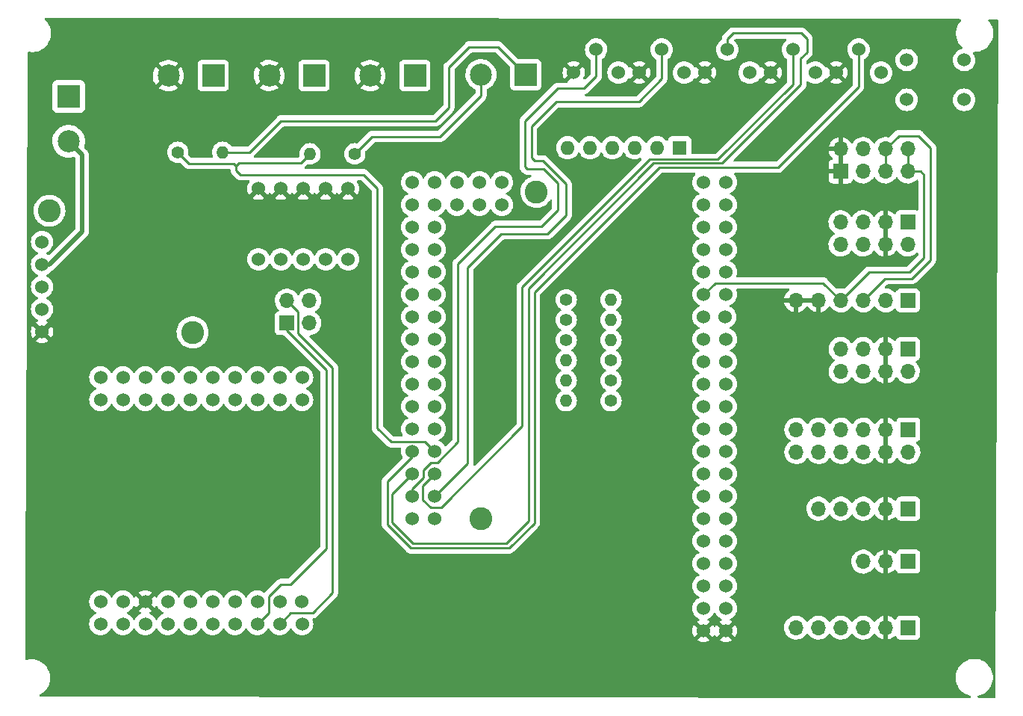
<source format=gbr>
%TF.GenerationSoftware,KiCad,Pcbnew,(6.0.0-0)*%
%TF.CreationDate,2022-02-24T11:08:07-05:00*%
%TF.ProjectId,LED_Controller_Without_Level_Shifter,4c45445f-436f-46e7-9472-6f6c6c65725f,1.0*%
%TF.SameCoordinates,Original*%
%TF.FileFunction,Copper,L1,Top*%
%TF.FilePolarity,Positive*%
%FSLAX46Y46*%
G04 Gerber Fmt 4.6, Leading zero omitted, Abs format (unit mm)*
G04 Created by KiCad (PCBNEW (6.0.0-0)) date 2022-02-24 11:08:07*
%MOMM*%
%LPD*%
G01*
G04 APERTURE LIST*
%TA.AperFunction,ComponentPad*%
%ADD10R,2.500000X2.500000*%
%TD*%
%TA.AperFunction,ComponentPad*%
%ADD11C,2.500000*%
%TD*%
%TA.AperFunction,ComponentPad*%
%ADD12R,1.700000X1.700000*%
%TD*%
%TA.AperFunction,ComponentPad*%
%ADD13O,1.700000X1.700000*%
%TD*%
%TA.AperFunction,ComponentPad*%
%ADD14C,1.400000*%
%TD*%
%TA.AperFunction,ComponentPad*%
%ADD15O,1.400000X1.400000*%
%TD*%
%TA.AperFunction,ComponentPad*%
%ADD16R,1.600000X1.600000*%
%TD*%
%TA.AperFunction,ComponentPad*%
%ADD17O,1.600000X1.600000*%
%TD*%
%TA.AperFunction,ComponentPad*%
%ADD18C,1.524000*%
%TD*%
%TA.AperFunction,ComponentPad*%
%ADD19C,2.600000*%
%TD*%
%TA.AperFunction,Conductor*%
%ADD20C,0.500000*%
%TD*%
%TA.AperFunction,Conductor*%
%ADD21C,0.250000*%
%TD*%
G04 APERTURE END LIST*
D10*
%TO.P,J1,1,Pin_1*%
%TO.N,GND*%
X93790000Y-70645000D03*
D11*
%TO.P,J1,2,Pin_2*%
%TO.N,+12V*%
X93790000Y-75725000D03*
%TD*%
D10*
%TO.P,J2,1,Pin_1*%
%TO.N,GND*%
X110180000Y-68280000D03*
D11*
%TO.P,J2,2,Pin_2*%
%TO.N,+5V*%
X105100000Y-68280000D03*
%TD*%
D10*
%TO.P,J3,1,Pin_1*%
%TO.N,GND*%
X133045000Y-68280000D03*
D11*
%TO.P,J3,2,Pin_2*%
%TO.N,+5V*%
X127965000Y-68280000D03*
%TD*%
D10*
%TO.P,J4,1,Pin_1*%
%TO.N,GND*%
X121615000Y-68254000D03*
D11*
%TO.P,J4,2,Pin_2*%
%TO.N,+5V*%
X116535000Y-68254000D03*
%TD*%
D12*
%TO.P,J5,1,Pin_1*%
%TO.N,GND*%
X188930000Y-99250000D03*
D13*
%TO.P,J5,2,Pin_2*%
X188930000Y-101790000D03*
%TO.P,J5,3,Pin_3*%
%TO.N,+5V*%
X186390000Y-99250000D03*
%TO.P,J5,4,Pin_4*%
X186390000Y-101790000D03*
%TO.P,J5,5,Pin_5*%
%TO.N,LDP_CLOCK*%
X183850000Y-99250000D03*
%TO.P,J5,6,Pin_6*%
%TO.N,MAINT_CLOCK*%
X183850000Y-101790000D03*
%TO.P,J5,7,Pin_7*%
%TO.N,/H-R1_LD*%
X181310000Y-99250000D03*
%TO.P,J5,8,Pin_8*%
%TO.N,/H-R2-MD*%
X181310000Y-101790000D03*
%TD*%
D12*
%TO.P,J6,1,Pin_1*%
%TO.N,GND*%
X189000000Y-108380000D03*
D13*
%TO.P,J6,2,Pin_2*%
X189000000Y-110920000D03*
%TO.P,J6,3,Pin_3*%
%TO.N,+5V*%
X186460000Y-108380000D03*
%TO.P,J6,4,Pin_4*%
X186460000Y-110920000D03*
%TO.P,J6,5,Pin_5*%
%TO.N,CS1_CLOCK*%
X183920000Y-108380000D03*
%TO.P,J6,6,Pin_6*%
%TO.N,VU1_CLOCK*%
X183920000Y-110920000D03*
%TO.P,J6,7,Pin_7*%
%TO.N,/H-R3_C1D*%
X181380000Y-108380000D03*
%TO.P,J6,8,Pin_8*%
%TO.N,/H-R4_V1D*%
X181380000Y-110920000D03*
%TO.P,J6,9,Pin_9*%
%TO.N,CS2_CLOCK*%
X178840000Y-108380000D03*
%TO.P,J6,10,Pin_10*%
%TO.N,VU2_CLOCK*%
X178840000Y-110920000D03*
%TO.P,J6,11,Pin_11*%
%TO.N,/H-R5_C2D*%
X176300000Y-108380000D03*
%TO.P,J6,12,Pin_12*%
%TO.N,/H-R6_V2D*%
X176300000Y-110920000D03*
%TD*%
D12*
%TO.P,J7,1,Pin_1*%
%TO.N,GND*%
X188976000Y-117334000D03*
D13*
%TO.P,J7,2,Pin_2*%
%TO.N,+5V*%
X186436000Y-117334000D03*
%TO.P,J7,3,Pin_3*%
%TO.N,DP_LOAD*%
X183896000Y-117334000D03*
%TO.P,J7,4,Pin_4*%
%TO.N,DP_CLOCK*%
X181356000Y-117334000D03*
%TO.P,J7,5,Pin_5*%
%TO.N,DP_DATA_IN*%
X178816000Y-117334000D03*
%TD*%
D12*
%TO.P,J8,1,Pin_1*%
%TO.N,GND*%
X188976000Y-130810000D03*
D13*
%TO.P,J8,2,Pin_2*%
%TO.N,+5V*%
X186436000Y-130810000D03*
%TO.P,J8,3,Pin_3*%
%TO.N,VU_STROBE*%
X183896000Y-130810000D03*
%TO.P,J8,4,Pin_4*%
%TO.N,VU_RESET*%
X181356000Y-130810000D03*
%TO.P,J8,5,Pin_5*%
%TO.N,SPECTRUM_LEFT*%
X178816000Y-130810000D03*
%TO.P,J8,6,Pin_6*%
%TO.N,SPECTRUM_RIGHT*%
X176276000Y-130810000D03*
%TD*%
D12*
%TO.P,J9,1,Pin_1*%
%TO.N,+5V*%
X181320000Y-79145000D03*
D13*
%TO.P,J9,2,Pin_2*%
X181320000Y-76605000D03*
%TO.P,J9,3,Pin_3*%
%TO.N,GND*%
X183860000Y-79145000D03*
%TO.P,J9,4,Pin_4*%
X183860000Y-76605000D03*
%TO.P,J9,5,Pin_5*%
%TO.N,SCL*%
X186400000Y-79145000D03*
%TO.P,J9,6,Pin_6*%
X186400000Y-76605000D03*
%TO.P,J9,7,Pin_7*%
%TO.N,SDA*%
X188940000Y-79145000D03*
%TO.P,J9,8,Pin_8*%
X188940000Y-76605000D03*
%TD*%
D12*
%TO.P,J10,1,Pin_1*%
%TO.N,GND*%
X188920000Y-84885000D03*
D13*
%TO.P,J10,2,Pin_2*%
X188920000Y-87425000D03*
%TO.P,J10,3,Pin_3*%
%TO.N,+5V*%
X186380000Y-84885000D03*
%TO.P,J10,4,Pin_4*%
X186380000Y-87425000D03*
%TO.P,J10,5,Pin_5*%
%TO.N,TX1*%
X183840000Y-84885000D03*
%TO.P,J10,6,Pin_6*%
%TO.N,TX0*%
X183840000Y-87425000D03*
%TO.P,J10,7,Pin_7*%
%TO.N,RX1*%
X181300000Y-84885000D03*
%TO.P,J10,8,Pin_8*%
%TO.N,RX0*%
X181300000Y-87425000D03*
%TD*%
D12*
%TO.P,J11,1,Pin_1*%
%TO.N,GND*%
X188951000Y-93751000D03*
D13*
%TO.P,J11,2,Pin_2*%
%TO.N,OE*%
X186411000Y-93751000D03*
%TO.P,J11,3,Pin_3*%
%TO.N,SCL*%
X183871000Y-93751000D03*
%TO.P,J11,4,Pin_4*%
%TO.N,SDA*%
X181331000Y-93751000D03*
%TO.P,J11,5,Pin_5*%
%TO.N,+5V*%
X178791000Y-93751000D03*
%TO.P,J11,6,Pin_6*%
X176251000Y-93751000D03*
%TD*%
D14*
%TO.P,R2,1*%
%TO.N,/H-R2-MD*%
X155290000Y-102822000D03*
D15*
%TO.P,R2,2*%
%TO.N,MAINT_DATA*%
X150210000Y-102822000D03*
%TD*%
D14*
%TO.P,R3,1*%
%TO.N,/H-R3_C1D*%
X155290000Y-100534000D03*
D15*
%TO.P,R3,2*%
%TO.N,CS1_DATA*%
X150210000Y-100534000D03*
%TD*%
D14*
%TO.P,R4,1*%
%TO.N,CS2_DATA*%
X150210000Y-98246000D03*
D15*
%TO.P,R4,2*%
%TO.N,/H-R5_C2D*%
X155290000Y-98246000D03*
%TD*%
D14*
%TO.P,R5,1*%
%TO.N,VU1_DATA*%
X150210000Y-95958000D03*
D15*
%TO.P,R5,2*%
%TO.N,/H-R4_V1D*%
X155290000Y-95958000D03*
%TD*%
D14*
%TO.P,R6,1*%
%TO.N,VU2_DATA*%
X150210000Y-93670000D03*
D15*
%TO.P,R6,2*%
%TO.N,/H-R6_V2D*%
X155290000Y-93670000D03*
%TD*%
D16*
%TO.P,RN1,1,common*%
%TO.N,GND*%
X163068000Y-76454000D03*
D17*
%TO.P,RN1,2,R1*%
%TO.N,JUMPER1*%
X160528000Y-76454000D03*
%TO.P,RN1,3,R2*%
%TO.N,JUMPER2*%
X157988000Y-76454000D03*
%TO.P,RN1,4,R3*%
%TO.N,JUMPER3*%
X155448000Y-76454000D03*
%TO.P,RN1,5,R4*%
%TO.N,JUMPER4*%
X152908000Y-76454000D03*
%TO.P,RN1,6,R5*%
%TO.N,JUMPER5*%
X150368000Y-76454000D03*
%TD*%
D18*
%TO.P,U1,0,En*%
%TO.N,unconnected-(U1-Pad0)*%
X90780000Y-87130000D03*
%TO.P,U1,1,VIN*%
%TO.N,+12V*%
X90780000Y-89670000D03*
%TO.P,U1,2,GND*%
%TO.N,GND*%
X90780000Y-92210000D03*
%TO.P,U1,4,GND*%
X90780000Y-94750000D03*
%TO.P,U1,5,VOut*%
%TO.N,+5V*%
X90780000Y-97290000D03*
D19*
%TO.P,U1,6*%
%TO.N,N/C*%
X107838800Y-97361200D03*
%TO.P,U1,7,VOut*%
X91610000Y-83600000D03*
%TD*%
D18*
%TO.P,U2,0,GPIO0*%
%TO.N,unconnected-(U2-Pad0)*%
X105015400Y-130406600D03*
%TO.P,U2,1,Tx0*%
%TO.N,unconnected-(U2-Pad1)*%
X120205400Y-127866600D03*
%TO.P,U2,2,GPIO2*%
%TO.N,unconnected-(U2-Pad2)*%
X102475400Y-130406600D03*
%TO.P,U2,3,Rx0*%
%TO.N,unconnected-(U2-Pad3)*%
X117715400Y-127866600D03*
%TO.P,U2,4,GPIO4*%
%TO.N,unconnected-(U2-Pad4)*%
X107555400Y-130406600D03*
%TO.P,U2,5,GPIO5*%
%TO.N,unconnected-(U2-Pad5)*%
X105015400Y-105000600D03*
%TO.P,U2,18,GPIO18*%
%TO.N,unconnected-(U2-Pad18)*%
X112635400Y-105000600D03*
%TO.P,U2,19,GPIO19*%
%TO.N,unconnected-(U2-Pad19)*%
X110095400Y-105000600D03*
%TO.P,U2,21,GPIO21*%
%TO.N,unconnected-(U2-Pad21)*%
X112635400Y-127866600D03*
%TO.P,U2,22,GPIO22*%
%TO.N,unconnected-(U2-Pad22)*%
X115175400Y-127866600D03*
%TO.P,U2,23,GPIO23*%
%TO.N,unconnected-(U2-Pad23)*%
X107555400Y-105000600D03*
%TO.P,U2,25,GPIO25*%
%TO.N,unconnected-(U2-Pad25)*%
X107555400Y-127866600D03*
%TO.P,U2,26,GPIO26*%
%TO.N,unconnected-(U2-Pad26)*%
X115175400Y-105000600D03*
%TO.P,U2,27,GPIO27*%
%TO.N,unconnected-(U2-Pad27)*%
X110095400Y-127866600D03*
%TO.P,U2,32,GPIO32*%
%TO.N,unconnected-(U2-Pad32)*%
X112635400Y-130406600D03*
%TO.P,U2,33,GPIO33*%
%TO.N,unconnected-(U2-Pad33)*%
X110095400Y-102460600D03*
%TO.P,U2,34,GPIO34*%
%TO.N,unconnected-(U2-Pad34)*%
X107555400Y-102460600D03*
%TO.P,U2,35,GPIO35*%
%TO.N,unconnected-(U2-Pad35)*%
X112635400Y-102460600D03*
%TO.P,U2,39,VN*%
%TO.N,unconnected-(U2-Pad39)*%
X115175400Y-102460600D03*
%TO.P,U2,60,GND*%
%TO.N,GND*%
X105015400Y-127866600D03*
%TO.P,U2,61,GND*%
X120255400Y-130406600D03*
%TO.P,U2,62,GND*%
X120255400Y-102460600D03*
%TO.P,U2,70,5V*%
%TO.N,+5V*%
X102475400Y-127866600D03*
%TO.P,U2,71,3V3*%
%TO.N,3.3V*%
X102475400Y-105000600D03*
%TO.P,U2,80,TDO*%
%TO.N,unconnected-(U2-Pad80)*%
X99935400Y-127866600D03*
%TO.P,U2,81,SD0*%
%TO.N,unconnected-(U2-Pad81)*%
X97395400Y-127866600D03*
%TO.P,U2,82,TDI*%
%TO.N,unconnected-(U2-Pad82)*%
X110095400Y-130406600D03*
%TO.P,U2,83,SD1*%
%TO.N,unconnected-(U2-Pad83)*%
X99935400Y-130406600D03*
%TO.P,U2,84,CLK*%
%TO.N,unconnected-(U2-Pad84)*%
X97395400Y-130406600D03*
%TO.P,U2,85,RST*%
%TO.N,unconnected-(U2-Pad85)*%
X120255400Y-105000600D03*
%TO.P,U2,86,VP*%
%TO.N,unconnected-(U2-Pad86)*%
X117715400Y-105000600D03*
%TO.P,U2,87,TCK*%
%TO.N,unconnected-(U2-Pad87)*%
X99935400Y-105000600D03*
%TO.P,U2,88,SD3*%
%TO.N,unconnected-(U2-Pad88)*%
X97395400Y-105000600D03*
%TO.P,U2,89,NC*%
%TO.N,unconnected-(U2-Pad89)*%
X117715400Y-102460600D03*
%TO.P,U2,90,TMS*%
%TO.N,unconnected-(U2-Pad90)*%
X105015400Y-102460600D03*
%TO.P,U2,91,NC*%
%TO.N,unconnected-(U2-Pad91)*%
X102475400Y-102460600D03*
%TO.P,U2,92,SD2*%
%TO.N,unconnected-(U2-Pad92)*%
X99935400Y-102460600D03*
%TO.P,U2,93,CMD*%
%TO.N,unconnected-(U2-Pad93)*%
X97395400Y-102460600D03*
%TO.P,U2,251,GPIO25_1*%
%TO.N,ESP_LOGIC_RX*%
X115175400Y-130406600D03*
%TO.P,U2,271,GPIO27_1*%
%TO.N,ESP_LOGIC_TX*%
X117715400Y-130406600D03*
%TD*%
D14*
%TO.P,R1,1*%
%TO.N,/H-R1_LD*%
X155290000Y-105110000D03*
D15*
%TO.P,R1,2*%
%TO.N,LDP_DATA*%
X150210000Y-105110000D03*
%TD*%
D18*
%TO.P,SW1,1*%
%TO.N,JUMPER5*%
X125476000Y-89091000D03*
%TO.P,SW1,2*%
%TO.N,JUMPER4*%
X122936000Y-89091000D03*
%TO.P,SW1,3*%
%TO.N,JUMPER3*%
X120396000Y-89091000D03*
%TO.P,SW1,4*%
%TO.N,JUMPER2*%
X117856000Y-89091000D03*
%TO.P,SW1,5*%
%TO.N,JUMPER1*%
X115316000Y-89091000D03*
%TO.P,SW1,6*%
%TO.N,+5V*%
X115316000Y-81089000D03*
%TO.P,SW1,7*%
X117856000Y-81089000D03*
%TO.P,SW1,8*%
X120396000Y-81089000D03*
%TO.P,SW1,9*%
X122936000Y-81089000D03*
%TO.P,SW1,10*%
X125476000Y-81089000D03*
%TD*%
%TO.P,SW2,1,1*%
%TO.N,GND*%
X188820000Y-71020000D03*
%TO.P,SW2,2,2*%
%TO.N,RESET*%
X188820000Y-66520000D03*
%TO.P,SW2,3,3*%
%TO.N,GND*%
X195320000Y-71020000D03*
%TO.P,SW2,4,4*%
%TO.N,RESET*%
X195320000Y-66520000D03*
%TD*%
%TO.P,U4,0,RX*%
%TO.N,TX0*%
X165770000Y-118470000D03*
%TO.P,U4,1,TX*%
%TO.N,RX0*%
X168310000Y-118470000D03*
%TO.P,U4,2,D2*%
%TO.N,OE*%
X165770000Y-115930000D03*
%TO.P,U4,3,D3*%
%TO.N,DP_DATA_IN*%
X168310000Y-115930000D03*
%TO.P,U4,4,D4*%
%TO.N,DP_CLOCK*%
X165780000Y-113390000D03*
%TO.P,U4,5,D5*%
%TO.N,DP_LOAD*%
X168310000Y-113390000D03*
%TO.P,U4,6,D6*%
%TO.N,unconnected-(U4-Pad6)*%
X165770000Y-110850000D03*
%TO.P,U4,7,D7*%
%TO.N,unconnected-(U4-Pad7)*%
X168310000Y-110850000D03*
%TO.P,U4,8,D8*%
%TO.N,unconnected-(U4-Pad8)*%
X165770000Y-108310000D03*
%TO.P,U4,9,D9*%
%TO.N,unconnected-(U4-Pad9)*%
X168310000Y-108310000D03*
%TO.P,U4,10,D10*%
%TO.N,unconnected-(U4-Pad10)*%
X165770000Y-105770000D03*
%TO.P,U4,11,D11*%
%TO.N,unconnected-(U4-Pad11)*%
X168310000Y-105770000D03*
%TO.P,U4,12,D12*%
%TO.N,VU_STROBE*%
X165770000Y-103230000D03*
%TO.P,U4,13,D13*%
%TO.N,VU_RESET*%
X168310000Y-103230000D03*
%TO.P,U4,14,D14*%
%TO.N,unconnected-(U4-Pad14)*%
X165770000Y-100690000D03*
%TO.P,U4,15,D15*%
%TO.N,unconnected-(U4-Pad15)*%
X168310000Y-100690000D03*
%TO.P,U4,16,D16*%
%TO.N,LOGIC_2560_RX*%
X165770000Y-98150000D03*
%TO.P,U4,17,D17*%
%TO.N,LOGIC_2560_TX*%
X168310000Y-98150000D03*
%TO.P,U4,18,D18*%
%TO.N,TX1*%
X165780000Y-95610000D03*
%TO.P,U4,19,D19*%
%TO.N,RX1*%
X168230000Y-95610000D03*
%TO.P,U4,20,D20*%
%TO.N,SDA*%
X165780000Y-93070000D03*
%TO.P,U4,21,D21*%
%TO.N,SCL*%
X168310000Y-93070000D03*
%TO.P,U4,22,D22*%
%TO.N,unconnected-(U4-Pad22)*%
X165770000Y-90530000D03*
%TO.P,U4,23,D23*%
%TO.N,unconnected-(U4-Pad23)*%
X168310000Y-90530000D03*
%TO.P,U4,24,D24*%
%TO.N,unconnected-(U4-Pad24)*%
X165770000Y-87990000D03*
%TO.P,U4,25,D25*%
%TO.N,unconnected-(U4-Pad25)*%
X168310000Y-87990000D03*
%TO.P,U4,26,D26*%
%TO.N,unconnected-(U4-Pad26)*%
X165770000Y-85450000D03*
%TO.P,U4,27,D27*%
%TO.N,unconnected-(U4-Pad27)*%
X168310000Y-85450000D03*
%TO.P,U4,28,D28*%
%TO.N,unconnected-(U4-Pad28)*%
X165770000Y-82910000D03*
%TO.P,U4,29,D29*%
%TO.N,unconnected-(U4-Pad29)*%
X168310000Y-82910000D03*
%TO.P,U4,30,D30*%
%TO.N,MAINT_DATA*%
X165770000Y-80370000D03*
%TO.P,U4,31,D31*%
%TO.N,unconnected-(U4-Pad31)*%
X168310000Y-80370000D03*
%TO.P,U4,32,D32*%
%TO.N,MAINT_CLOCK*%
X132750000Y-98150000D03*
%TO.P,U4,33,D33*%
%TO.N,unconnected-(U4-Pad33)*%
X135290000Y-98150000D03*
%TO.P,U4,34,D34*%
%TO.N,LDP_DATA*%
X132750000Y-95610000D03*
%TO.P,U4,35,D35*%
%TO.N,unconnected-(U4-Pad35)*%
X135290000Y-95610000D03*
%TO.P,U4,36,D36*%
%TO.N,LDP_CLOCK*%
X132750000Y-93070000D03*
%TO.P,U4,37,D37*%
%TO.N,unconnected-(U4-Pad37)*%
X135290000Y-93070000D03*
%TO.P,U4,38,D38*%
%TO.N,CS1_DATA*%
X132750000Y-90530000D03*
%TO.P,U4,39,D39*%
%TO.N,unconnected-(U4-Pad39)*%
X135290000Y-90530000D03*
%TO.P,U4,40,D40*%
%TO.N,CS1_CLOCK*%
X132750000Y-87990000D03*
%TO.P,U4,41,D41*%
%TO.N,unconnected-(U4-Pad41)*%
X135290000Y-87990000D03*
%TO.P,U4,42,D42*%
%TO.N,CS2_DATA*%
X132750000Y-85450000D03*
%TO.P,U4,43,D43*%
%TO.N,unconnected-(U4-Pad43)*%
X135290000Y-85450000D03*
%TO.P,U4,44,D44*%
%TO.N,CS2_CLOCK*%
X132750000Y-82910000D03*
%TO.P,U4,45,D45*%
%TO.N,JUMPER5*%
X135290000Y-82910000D03*
%TO.P,U4,46,D46*%
%TO.N,VU1_DATA*%
X132750000Y-80370000D03*
%TO.P,U4,47,D47*%
%TO.N,JUMPER4*%
X135290000Y-80370000D03*
%TO.P,U4,48,D48*%
%TO.N,VU1_CLOCK*%
X137840000Y-80370000D03*
%TO.P,U4,49,D49*%
%TO.N,JUMPER3*%
X137830000Y-82910000D03*
%TO.P,U4,50,D50*%
%TO.N,VU2_DATA*%
X140370000Y-80370000D03*
%TO.P,U4,51,D51*%
%TO.N,JUMPER2*%
X140370000Y-82910000D03*
%TO.P,U4,52,D52*%
%TO.N,VU2_CLOCK*%
X142910000Y-80370000D03*
%TO.P,U4,53,D53*%
%TO.N,JUMPER1*%
X142910000Y-82910000D03*
%TO.P,U4,62,GND*%
%TO.N,GND*%
X168310000Y-128630000D03*
%TO.P,U4,63,GND*%
X165770000Y-128630000D03*
%TO.P,U4,70,VIN*%
%TO.N,+5V*%
X165770000Y-131170000D03*
%TO.P,U4,71,VIN2*%
X168310000Y-131170000D03*
%TO.P,U4,72,5V*%
%TO.N,unconnected-(U4-Pad72)*%
X165770000Y-126090000D03*
%TO.P,U4,73,5V-2*%
%TO.N,unconnected-(U4-Pad73)*%
X168310000Y-126090000D03*
%TO.P,U4,74,3V*%
%TO.N,unconnected-(U4-Pad74)*%
X168310000Y-123550000D03*
%TO.P,U4,75,3V-2*%
%TO.N,unconnected-(U4-Pad75)*%
X165770000Y-123550000D03*
D19*
%TO.P,U4,98*%
%TO.N,N/C*%
X146820000Y-81440000D03*
%TO.P,U4,99*%
X140530000Y-118470000D03*
D18*
%TO.P,U4,104,AREF*%
%TO.N,unconnected-(U4-Pad104)*%
X165770000Y-121010000D03*
%TO.P,U4,105,RST*%
%TO.N,RESET*%
X168310000Y-121010000D03*
%TO.P,U4,200,A0*%
%TO.N,SPECTRUM_LEFT*%
X132750000Y-118470000D03*
%TO.P,U4,201,A1*%
%TO.N,SPECTRUM_RIGHT*%
X135290000Y-118470000D03*
%TO.P,U4,202,A2*%
%TO.N,TRIM1*%
X132750000Y-115930000D03*
%TO.P,U4,203,A3*%
%TO.N,TRIM2*%
X135290000Y-115930000D03*
%TO.P,U4,204,A4*%
%TO.N,TRIM3*%
X132750000Y-113390000D03*
%TO.P,U4,205,A5*%
%TO.N,TRIM4*%
X135290000Y-113390000D03*
%TO.P,U4,206,A6*%
%TO.N,TRIM5*%
X132750000Y-110850000D03*
%TO.P,U4,207,A7*%
%TO.N,BATTERY_LEVEL*%
X135290000Y-110850000D03*
%TO.P,U4,208,A8*%
%TO.N,EXT_MIC*%
X132750000Y-108310000D03*
%TO.P,U4,209,A9*%
%TO.N,unconnected-(U4-Pad209)*%
X135290000Y-108310000D03*
%TO.P,U4,210,A10*%
%TO.N,unconnected-(U4-Pad210)*%
X132750000Y-105770000D03*
%TO.P,U4,211,A11*%
%TO.N,unconnected-(U4-Pad211)*%
X135290000Y-105770000D03*
%TO.P,U4,212,A12*%
%TO.N,unconnected-(U4-Pad212)*%
X132750000Y-103230000D03*
%TO.P,U4,213,A13*%
%TO.N,unconnected-(U4-Pad213)*%
X135290000Y-103230000D03*
%TO.P,U4,214,A14*%
%TO.N,unconnected-(U4-Pad214)*%
X132750000Y-100690000D03*
%TO.P,U4,215,A15*%
%TO.N,unconnected-(U4-Pad215)*%
X135290000Y-100690000D03*
%TD*%
%TO.P,RV1,1,1*%
%TO.N,GND*%
X156140000Y-67935000D03*
%TO.P,RV1,2,2*%
%TO.N,TRIM1*%
X153600000Y-65325000D03*
%TO.P,RV1,3,3*%
%TO.N,+5V*%
X151060000Y-67935000D03*
%TD*%
%TO.P,RV2,1,1*%
%TO.N,GND*%
X171015000Y-67935000D03*
%TO.P,RV2,2,2*%
%TO.N,TRIM3*%
X168475000Y-65325000D03*
%TO.P,RV2,3,3*%
%TO.N,+5V*%
X165935000Y-67935000D03*
%TD*%
%TO.P,RV3,1,1*%
%TO.N,GND*%
X185890000Y-67935000D03*
%TO.P,RV3,2,2*%
%TO.N,TRIM5*%
X183350000Y-65325000D03*
%TO.P,RV3,3,3*%
%TO.N,+5V*%
X180810000Y-67935000D03*
%TD*%
%TO.P,RV4,1,1*%
%TO.N,GND*%
X163577500Y-67935000D03*
%TO.P,RV4,2,2*%
%TO.N,TRIM2*%
X161037500Y-65325000D03*
%TO.P,RV4,3,3*%
%TO.N,+5V*%
X158497500Y-67935000D03*
%TD*%
%TO.P,RV5,1,1*%
%TO.N,GND*%
X178452500Y-67935000D03*
%TO.P,RV5,2,2*%
%TO.N,TRIM4*%
X175912500Y-65325000D03*
%TO.P,RV5,3,3*%
%TO.N,+5V*%
X173372500Y-67935000D03*
%TD*%
D12*
%TO.P,J13,1,Pin_1*%
%TO.N,ESP_LOGIC_RX*%
X118545000Y-96315000D03*
D13*
%TO.P,J13,2,Pin_2*%
%TO.N,ESP_LOGIC_TX*%
X118545000Y-93775000D03*
%TO.P,J13,3,Pin_3*%
%TO.N,LOGIC_2560_RX*%
X121085000Y-96315000D03*
%TO.P,J13,4,Pin_4*%
%TO.N,LOGIC_2560_TX*%
X121085000Y-93775000D03*
%TD*%
D12*
%TO.P,J13,1,Pin_1*%
%TO.N,GND*%
X188975000Y-123340000D03*
D13*
%TO.P,J13,2,Pin_2*%
%TO.N,+5V*%
X186435000Y-123340000D03*
%TO.P,J13,3,Pin_3*%
%TO.N,EXT_MIC*%
X183895000Y-123340000D03*
%TD*%
D14*
%TO.P,R7,1*%
%TO.N,BATTERY_LEVEL*%
X106172000Y-76962000D03*
D15*
%TO.P,R7,2*%
%TO.N,POS*%
X111252000Y-76962000D03*
%TD*%
D14*
%TO.P,R8,1*%
%TO.N,NEG*%
X126238000Y-77140000D03*
D15*
%TO.P,R8,2*%
%TO.N,BATTERY_LEVEL*%
X121158000Y-77140000D03*
%TD*%
D10*
%TO.P,J12,1,Pin_1*%
%TO.N,POS*%
X145625000Y-68170000D03*
D11*
%TO.P,J12,2,Pin_2*%
%TO.N,NEG*%
X140545000Y-68170000D03*
%TD*%
D20*
%TO.N,+12V*%
X93790000Y-75725000D02*
X95310000Y-77245000D01*
X91590000Y-89670000D02*
X90780000Y-89670000D01*
X95310000Y-77245000D02*
X95310000Y-85950000D01*
X95310000Y-85950000D02*
X91590000Y-89670000D01*
D21*
%TO.N,SCL*%
X191516000Y-89154000D02*
X191516000Y-76454000D01*
X183871000Y-93751000D02*
X186352000Y-91270000D01*
X190152000Y-75090000D02*
X187915000Y-75090000D01*
X186352000Y-91270000D02*
X189400000Y-91270000D01*
X189400000Y-91270000D02*
X191516000Y-89154000D01*
X191516000Y-76454000D02*
X190152000Y-75090000D01*
X186400000Y-76605000D02*
X186400000Y-79145000D01*
X187915000Y-75090000D02*
X186400000Y-76605000D01*
%TO.N,SDA*%
X189094000Y-90560000D02*
X184522000Y-90560000D01*
X190397000Y-79145000D02*
X190754000Y-79502000D01*
X188940000Y-79145000D02*
X190397000Y-79145000D01*
X188940000Y-76605000D02*
X188940000Y-79145000D01*
X190754000Y-79502000D02*
X190754000Y-88900000D01*
X167080000Y-91770000D02*
X165710000Y-93140000D01*
X181331000Y-93751000D02*
X179350000Y-91770000D01*
X184522000Y-90560000D02*
X181331000Y-93751000D01*
X179350000Y-91770000D02*
X167080000Y-91770000D01*
X190754000Y-88900000D02*
X189094000Y-90560000D01*
%TO.N,BATTERY_LEVEL*%
X130337489Y-109763489D02*
X128778000Y-108204000D01*
X112776000Y-78486000D02*
X112522000Y-78232000D01*
X112522000Y-78232000D02*
X107442000Y-78232000D01*
X112776000Y-78994000D02*
X112776000Y-78486000D01*
X120104000Y-78194000D02*
X121158000Y-77140000D01*
X128778000Y-81026000D02*
X127254000Y-79502000D01*
X113068000Y-78194000D02*
X120104000Y-78194000D01*
X113284000Y-79502000D02*
X112776000Y-78994000D01*
X112776000Y-78486000D02*
X113068000Y-78194000D01*
X134203489Y-109763489D02*
X130337489Y-109763489D01*
X128778000Y-108204000D02*
X128778000Y-81026000D01*
X106172000Y-76962000D02*
X107442000Y-78232000D01*
X135290000Y-110850000D02*
X134203489Y-109763489D01*
X127254000Y-79502000D02*
X113284000Y-79502000D01*
%TO.N,ESP_LOGIC_RX*%
X118545000Y-96315000D02*
X118545000Y-97175001D01*
X118545000Y-97175001D02*
X122970000Y-101600001D01*
X118950000Y-125910000D02*
X117880000Y-125910000D01*
X122970000Y-121890000D02*
X118950000Y-125910000D01*
X116480000Y-127310000D02*
X116480000Y-129102000D01*
X117880000Y-125910000D02*
X116480000Y-127310000D01*
X116480000Y-129102000D02*
X115175400Y-130406600D01*
X122970000Y-101600000D02*
X122970000Y-121890000D01*
%TO.N,ESP_LOGIC_TX*%
X119800000Y-97448000D02*
X119800000Y-95030000D01*
X121450000Y-129140000D02*
X123698000Y-126892000D01*
X118982000Y-129140000D02*
X121450000Y-129140000D01*
X117715400Y-130406600D02*
X118982000Y-129140000D01*
X123698000Y-126892000D02*
X123698000Y-101346000D01*
X119800000Y-95030000D02*
X118545000Y-93775000D01*
X123698000Y-101346000D02*
X119800000Y-97448000D01*
%TO.N,TRIM4*%
X145230000Y-92220000D02*
X159689520Y-77760480D01*
X136020000Y-117220000D02*
X145230000Y-108010000D01*
X145230000Y-108010000D02*
X145230000Y-92220000D01*
X159689520Y-77760480D02*
X167409520Y-77760480D01*
X167409520Y-77760480D02*
X175912500Y-69257500D01*
X175912500Y-69257500D02*
X175912500Y-65325000D01*
X133970000Y-114710000D02*
X133970000Y-116320000D01*
X135290000Y-113390000D02*
X133970000Y-114710000D01*
X133970000Y-116320000D02*
X134870000Y-117220000D01*
X134870000Y-117220000D02*
X136020000Y-117220000D01*
%TO.N,TRIM2*%
X142860000Y-86200000D02*
X139050000Y-90010000D01*
X147550000Y-77920000D02*
X150200000Y-80570000D01*
X150200000Y-80570000D02*
X150200000Y-84100000D01*
X146610000Y-77920000D02*
X147550000Y-77920000D01*
X149050000Y-71240000D02*
X146250000Y-74040000D01*
X158440000Y-71240000D02*
X149050000Y-71240000D01*
X161037500Y-65325000D02*
X161037500Y-68642500D01*
X146250000Y-74040000D02*
X146250000Y-77560000D01*
X148100000Y-86200000D02*
X142860000Y-86200000D01*
X161037500Y-68642500D02*
X158440000Y-71240000D01*
X139050000Y-90010000D02*
X139050000Y-105780000D01*
X146250000Y-77560000D02*
X146610000Y-77920000D01*
X139050000Y-105780000D02*
X139050000Y-112170000D01*
X150200000Y-84100000D02*
X148100000Y-86200000D01*
X139050000Y-112170000D02*
X135290000Y-115930000D01*
%TO.N,TRIM5*%
X160760480Y-78659520D02*
X174250480Y-78659520D01*
X143750000Y-121790000D02*
X146590000Y-118950000D01*
X132570000Y-121790000D02*
X143750000Y-121790000D01*
X129920000Y-114270000D02*
X129920000Y-119140000D01*
X132750000Y-110850000D02*
X132750000Y-111440000D01*
X146590000Y-118950000D02*
X146590000Y-92830000D01*
X183350000Y-69560000D02*
X183350000Y-65325000D01*
X146590000Y-92830000D02*
X160760480Y-78659520D01*
X129920000Y-119140000D02*
X132570000Y-121790000D01*
X174250480Y-78659520D02*
X183350000Y-69560000D01*
X132750000Y-111440000D02*
X129920000Y-114270000D01*
%TO.N,TRIM3*%
X132750000Y-113390000D02*
X130490000Y-115650000D01*
X145910000Y-92420000D02*
X160120000Y-78210000D01*
X168475000Y-64115000D02*
X168475000Y-65325000D01*
X177490000Y-65670000D02*
X177490000Y-64080000D01*
X177490000Y-64080000D02*
X176860000Y-63450000D01*
X143370000Y-121240000D02*
X145910000Y-118700000D01*
X145910000Y-118700000D02*
X145910000Y-92420000D01*
X176860000Y-63450000D02*
X169140000Y-63450000D01*
X160120000Y-78210000D02*
X167910000Y-78210000D01*
X130490000Y-118930000D02*
X132800000Y-121240000D01*
X169140000Y-63450000D02*
X168475000Y-64115000D01*
X132800000Y-121240000D02*
X143370000Y-121240000D01*
X176810000Y-69310000D02*
X176810000Y-66350000D01*
X130490000Y-115650000D02*
X130490000Y-118930000D01*
X176810000Y-66350000D02*
X177490000Y-65670000D01*
X167910000Y-78210000D02*
X176810000Y-69310000D01*
%TO.N,TRIM1*%
X149240000Y-83540000D02*
X147420000Y-85360000D01*
X137930000Y-89590000D02*
X137930000Y-109780000D01*
X149240000Y-69740000D02*
X145540000Y-73440000D01*
X135580000Y-112130000D02*
X134860000Y-112130000D01*
X133980000Y-113820000D02*
X132750000Y-115050000D01*
X142160000Y-85360000D02*
X137930000Y-89590000D01*
X153600000Y-65325000D02*
X153600000Y-68370000D01*
X137930000Y-109780000D02*
X135580000Y-112130000D01*
X145540000Y-73440000D02*
X145540000Y-78600000D01*
X133980000Y-113010000D02*
X133980000Y-113820000D01*
X152230000Y-69740000D02*
X149240000Y-69740000D01*
X149240000Y-80430000D02*
X149240000Y-83540000D01*
X145540000Y-78600000D02*
X145810000Y-78870000D01*
X147680000Y-78870000D02*
X149240000Y-80430000D01*
X145810000Y-78870000D02*
X147680000Y-78870000D01*
X134860000Y-112130000D02*
X133980000Y-113010000D01*
X147420000Y-85360000D02*
X142160000Y-85360000D01*
X153600000Y-68370000D02*
X152230000Y-69740000D01*
X132750000Y-115050000D02*
X132750000Y-115930000D01*
%TO.N,POS*%
X117856000Y-73406000D02*
X135382000Y-73406000D01*
X136906000Y-67310000D02*
X139192000Y-65024000D01*
X136906000Y-71882000D02*
X136906000Y-67310000D01*
X135382000Y-73406000D02*
X136906000Y-71882000D01*
X142479000Y-65024000D02*
X145625000Y-68170000D01*
X114300000Y-76962000D02*
X117856000Y-73406000D01*
X139192000Y-65024000D02*
X142479000Y-65024000D01*
X111252000Y-76962000D02*
X114300000Y-76962000D01*
%TO.N,NEG*%
X140545000Y-70529000D02*
X135890000Y-75184000D01*
X140545000Y-68170000D02*
X140545000Y-70529000D01*
X128194000Y-75184000D02*
X126238000Y-77140000D01*
X135890000Y-75184000D02*
X128194000Y-75184000D01*
%TD*%
%TA.AperFunction,Conductor*%
%TO.N,+5V*%
G36*
X194842322Y-61873785D02*
G01*
X194910411Y-61893884D01*
X194956827Y-61947606D01*
X194966830Y-62017895D01*
X194939642Y-62079590D01*
X194787287Y-62265732D01*
X194637073Y-62510858D01*
X194635347Y-62514791D01*
X194635346Y-62514792D01*
X194622316Y-62544476D01*
X194521517Y-62774102D01*
X194520342Y-62778229D01*
X194520341Y-62778230D01*
X194502755Y-62839967D01*
X194442756Y-63050594D01*
X194402249Y-63335216D01*
X194402227Y-63339505D01*
X194402226Y-63339512D01*
X194400765Y-63618417D01*
X194400743Y-63622703D01*
X194401302Y-63626947D01*
X194401302Y-63626951D01*
X194405526Y-63659036D01*
X194438268Y-63907734D01*
X194439401Y-63911874D01*
X194439401Y-63911876D01*
X194446932Y-63939406D01*
X194514129Y-64185036D01*
X194515813Y-64188984D01*
X194621078Y-64435772D01*
X194626923Y-64449476D01*
X194672162Y-64525064D01*
X194772257Y-64692311D01*
X194774561Y-64696161D01*
X194954313Y-64920528D01*
X194957420Y-64923476D01*
X194957426Y-64923483D01*
X195105134Y-65063652D01*
X195140779Y-65125052D01*
X195137570Y-65195976D01*
X195096526Y-65253906D01*
X195051015Y-65276756D01*
X194883804Y-65321560D01*
X194878823Y-65323882D01*
X194878822Y-65323883D01*
X194687311Y-65413186D01*
X194687306Y-65413189D01*
X194682324Y-65415512D01*
X194677817Y-65418668D01*
X194677815Y-65418669D01*
X194504730Y-65539864D01*
X194504727Y-65539866D01*
X194500219Y-65543023D01*
X194343023Y-65700219D01*
X194339866Y-65704727D01*
X194339864Y-65704730D01*
X194218669Y-65877815D01*
X194218668Y-65877817D01*
X194215512Y-65882324D01*
X194213189Y-65887306D01*
X194213186Y-65887311D01*
X194147783Y-66027568D01*
X194121560Y-66083804D01*
X194120138Y-66089112D01*
X194120137Y-66089114D01*
X194114677Y-66109491D01*
X194064022Y-66298537D01*
X194044647Y-66520000D01*
X194064022Y-66741463D01*
X194092695Y-66848472D01*
X194119528Y-66948611D01*
X194121560Y-66956196D01*
X194123882Y-66961177D01*
X194123883Y-66961178D01*
X194213186Y-67152689D01*
X194213189Y-67152694D01*
X194215512Y-67157676D01*
X194218668Y-67162183D01*
X194218669Y-67162185D01*
X194338948Y-67333961D01*
X194343023Y-67339781D01*
X194500219Y-67496977D01*
X194504727Y-67500134D01*
X194504730Y-67500136D01*
X194555234Y-67535499D01*
X194682323Y-67624488D01*
X194687305Y-67626811D01*
X194687310Y-67626814D01*
X194862078Y-67708309D01*
X194883804Y-67718440D01*
X194889112Y-67719862D01*
X194889114Y-67719863D01*
X194908842Y-67725149D01*
X195098537Y-67775978D01*
X195320000Y-67795353D01*
X195541463Y-67775978D01*
X195731158Y-67725149D01*
X195750886Y-67719863D01*
X195750888Y-67719862D01*
X195756196Y-67718440D01*
X195777922Y-67708309D01*
X195952690Y-67626814D01*
X195952695Y-67626811D01*
X195957677Y-67624488D01*
X196084766Y-67535499D01*
X196135270Y-67500136D01*
X196135273Y-67500134D01*
X196139781Y-67496977D01*
X196296977Y-67339781D01*
X196301053Y-67333961D01*
X196421331Y-67162185D01*
X196421332Y-67162183D01*
X196424488Y-67157676D01*
X196426811Y-67152694D01*
X196426814Y-67152689D01*
X196516117Y-66961178D01*
X196516118Y-66961177D01*
X196518440Y-66956196D01*
X196520473Y-66948611D01*
X196547305Y-66848472D01*
X196575978Y-66741463D01*
X196595353Y-66520000D01*
X196575978Y-66298537D01*
X196525323Y-66109491D01*
X196519863Y-66089114D01*
X196519862Y-66089112D01*
X196518440Y-66083804D01*
X196492217Y-66027568D01*
X196426814Y-65887311D01*
X196426811Y-65887306D01*
X196424488Y-65882324D01*
X196364583Y-65796770D01*
X196341895Y-65729497D01*
X196359180Y-65660636D01*
X196410950Y-65612052D01*
X196467796Y-65598500D01*
X196582271Y-65598500D01*
X196584407Y-65598354D01*
X196584418Y-65598354D01*
X196792548Y-65584165D01*
X196792554Y-65584164D01*
X196796825Y-65583873D01*
X196801020Y-65583004D01*
X196801022Y-65583004D01*
X196937583Y-65554724D01*
X197078342Y-65525574D01*
X197349343Y-65429607D01*
X197604812Y-65297750D01*
X197608313Y-65295289D01*
X197608317Y-65295287D01*
X197749622Y-65195976D01*
X197840023Y-65132441D01*
X197918403Y-65059606D01*
X198047479Y-64939661D01*
X198047481Y-64939658D01*
X198050622Y-64936740D01*
X198232713Y-64714268D01*
X198382927Y-64469142D01*
X198400841Y-64428334D01*
X198496757Y-64209830D01*
X198498483Y-64205898D01*
X198577244Y-63929406D01*
X198617751Y-63644784D01*
X198617788Y-63637840D01*
X198619235Y-63361583D01*
X198619235Y-63361576D01*
X198619257Y-63357297D01*
X198581732Y-63072266D01*
X198505871Y-62794964D01*
X198399028Y-62544476D01*
X198394763Y-62534476D01*
X198394761Y-62534472D01*
X198393077Y-62530524D01*
X198245439Y-62283839D01*
X198238945Y-62275732D01*
X198084828Y-62083364D01*
X198057846Y-62017694D01*
X198070651Y-61947862D01*
X198119178Y-61896038D01*
X198183343Y-61878583D01*
X198199860Y-61878607D01*
X199043689Y-61879819D01*
X199111781Y-61899919D01*
X199158197Y-61953641D01*
X199169507Y-62006311D01*
X198870490Y-138644320D01*
X198850222Y-138712362D01*
X198796386Y-138758645D01*
X198744319Y-138769828D01*
X197129874Y-138767624D01*
X196965347Y-138767399D01*
X196897254Y-138747304D01*
X196850834Y-138693585D01*
X196840826Y-138623297D01*
X196870407Y-138558757D01*
X196930186Y-138520455D01*
X196939968Y-138518017D01*
X196945082Y-138516958D01*
X197048342Y-138495574D01*
X197319343Y-138399607D01*
X197574812Y-138267750D01*
X197578313Y-138265289D01*
X197578317Y-138265287D01*
X197721147Y-138164904D01*
X197810023Y-138102441D01*
X197952911Y-137969661D01*
X198017479Y-137909661D01*
X198017481Y-137909658D01*
X198020622Y-137906740D01*
X198202713Y-137684268D01*
X198352927Y-137439142D01*
X198468483Y-137175898D01*
X198547244Y-136899406D01*
X198587751Y-136614784D01*
X198587845Y-136596951D01*
X198589235Y-136331583D01*
X198589235Y-136331576D01*
X198589257Y-136327297D01*
X198551732Y-136042266D01*
X198475871Y-135764964D01*
X198390355Y-135564476D01*
X198364763Y-135504476D01*
X198364761Y-135504472D01*
X198363077Y-135500524D01*
X198249345Y-135310492D01*
X198217643Y-135257521D01*
X198217640Y-135257517D01*
X198215439Y-135253839D01*
X198035687Y-135029472D01*
X197827149Y-134831577D01*
X197593683Y-134663814D01*
X197571843Y-134652250D01*
X197436128Y-134580393D01*
X197339608Y-134529288D01*
X197069627Y-134430489D01*
X196788736Y-134369245D01*
X196757685Y-134366801D01*
X196565718Y-134351693D01*
X196565709Y-134351693D01*
X196563261Y-134351500D01*
X196407729Y-134351500D01*
X196405593Y-134351646D01*
X196405582Y-134351646D01*
X196197452Y-134365835D01*
X196197446Y-134365836D01*
X196193175Y-134366127D01*
X196188980Y-134366996D01*
X196188978Y-134366996D01*
X196052416Y-134395277D01*
X195911658Y-134424426D01*
X195640657Y-134520393D01*
X195385188Y-134652250D01*
X195381687Y-134654711D01*
X195381683Y-134654713D01*
X195286223Y-134721804D01*
X195149977Y-134817559D01*
X194939378Y-135013260D01*
X194757287Y-135235732D01*
X194607073Y-135480858D01*
X194605347Y-135484791D01*
X194605346Y-135484792D01*
X194572102Y-135560524D01*
X194491517Y-135744102D01*
X194490342Y-135748229D01*
X194490341Y-135748230D01*
X194469607Y-135821016D01*
X194412756Y-136020594D01*
X194372249Y-136305216D01*
X194372227Y-136309505D01*
X194372226Y-136309512D01*
X194370765Y-136588417D01*
X194370743Y-136592703D01*
X194371302Y-136596947D01*
X194371302Y-136596951D01*
X194381549Y-136674784D01*
X194408268Y-136877734D01*
X194484129Y-137155036D01*
X194596923Y-137419476D01*
X194744561Y-137666161D01*
X194924313Y-137890528D01*
X195132851Y-138088423D01*
X195366317Y-138256186D01*
X195370112Y-138258195D01*
X195370113Y-138258196D01*
X195391869Y-138269715D01*
X195620392Y-138390712D01*
X195890373Y-138489511D01*
X195894565Y-138490425D01*
X196016256Y-138516958D01*
X196078552Y-138551013D01*
X196112547Y-138613341D01*
X196107449Y-138684155D01*
X196064875Y-138740970D01*
X195998343Y-138765749D01*
X195989243Y-138766066D01*
X190214238Y-138758179D01*
X90623041Y-138622175D01*
X90554948Y-138602080D01*
X90508528Y-138548361D01*
X90498520Y-138478073D01*
X90528101Y-138413533D01*
X90565424Y-138384209D01*
X90671000Y-138329718D01*
X90671005Y-138329715D01*
X90674812Y-138327750D01*
X90678313Y-138325289D01*
X90678317Y-138325287D01*
X90792417Y-138245096D01*
X90910023Y-138162441D01*
X91120622Y-137966740D01*
X91302713Y-137744268D01*
X91452927Y-137499142D01*
X91486280Y-137423163D01*
X91566757Y-137239830D01*
X91568483Y-137235898D01*
X91585575Y-137175898D01*
X91646068Y-136963534D01*
X91647244Y-136959406D01*
X91687751Y-136674784D01*
X91688044Y-136619036D01*
X91689235Y-136391583D01*
X91689235Y-136391576D01*
X91689257Y-136387297D01*
X91679017Y-136309512D01*
X91652292Y-136106522D01*
X91651732Y-136102266D01*
X91575871Y-135824964D01*
X91463077Y-135560524D01*
X91315439Y-135313839D01*
X91135687Y-135089472D01*
X90927149Y-134891577D01*
X90693683Y-134723814D01*
X90671843Y-134712250D01*
X90648654Y-134699972D01*
X90439608Y-134589288D01*
X90169627Y-134490489D01*
X89888736Y-134429245D01*
X89857685Y-134426801D01*
X89665718Y-134411693D01*
X89665709Y-134411693D01*
X89663261Y-134411500D01*
X89507729Y-134411500D01*
X89505593Y-134411646D01*
X89505582Y-134411646D01*
X89297452Y-134425835D01*
X89297446Y-134425836D01*
X89293175Y-134426127D01*
X89288980Y-134426996D01*
X89288978Y-134426996D01*
X89149521Y-134455876D01*
X89047759Y-134476950D01*
X88976998Y-134471178D01*
X88920590Y-134428065D01*
X88896445Y-134361300D01*
X88896209Y-134353121D01*
X88896215Y-134351646D01*
X88903750Y-132228777D01*
X165075777Y-132228777D01*
X165085074Y-132240793D01*
X165128069Y-132270898D01*
X165137555Y-132276376D01*
X165328993Y-132365645D01*
X165339285Y-132369391D01*
X165543309Y-132424059D01*
X165554104Y-132425962D01*
X165764525Y-132444372D01*
X165775475Y-132444372D01*
X165985896Y-132425962D01*
X165996691Y-132424059D01*
X166200715Y-132369391D01*
X166211007Y-132365645D01*
X166402445Y-132276376D01*
X166411931Y-132270898D01*
X166455764Y-132240207D01*
X166464139Y-132229729D01*
X166463639Y-132228777D01*
X167615777Y-132228777D01*
X167625074Y-132240793D01*
X167668069Y-132270898D01*
X167677555Y-132276376D01*
X167868993Y-132365645D01*
X167879285Y-132369391D01*
X168083309Y-132424059D01*
X168094104Y-132425962D01*
X168304525Y-132444372D01*
X168315475Y-132444372D01*
X168525896Y-132425962D01*
X168536691Y-132424059D01*
X168740715Y-132369391D01*
X168751007Y-132365645D01*
X168942445Y-132276376D01*
X168951931Y-132270898D01*
X168995764Y-132240207D01*
X169004139Y-132229729D01*
X168997071Y-132216281D01*
X168322812Y-131542022D01*
X168308868Y-131534408D01*
X168307035Y-131534539D01*
X168300420Y-131538790D01*
X167622207Y-132217003D01*
X167615777Y-132228777D01*
X166463639Y-132228777D01*
X166457071Y-132216281D01*
X165782812Y-131542022D01*
X165768868Y-131534408D01*
X165767035Y-131534539D01*
X165760420Y-131538790D01*
X165082207Y-132217003D01*
X165075777Y-132228777D01*
X88903750Y-132228777D01*
X88910217Y-130406600D01*
X96120047Y-130406600D01*
X96139422Y-130628063D01*
X96196960Y-130842796D01*
X96199282Y-130847777D01*
X96199283Y-130847778D01*
X96288586Y-131039289D01*
X96288589Y-131039294D01*
X96290912Y-131044276D01*
X96294068Y-131048783D01*
X96294069Y-131048785D01*
X96412302Y-131217639D01*
X96418423Y-131226381D01*
X96575619Y-131383577D01*
X96580127Y-131386734D01*
X96580130Y-131386736D01*
X96640518Y-131429020D01*
X96757723Y-131511088D01*
X96762705Y-131513411D01*
X96762710Y-131513414D01*
X96949929Y-131600715D01*
X96959204Y-131605040D01*
X96964512Y-131606462D01*
X96964514Y-131606463D01*
X97028832Y-131623697D01*
X97173937Y-131662578D01*
X97395400Y-131681953D01*
X97616863Y-131662578D01*
X97761968Y-131623697D01*
X97826286Y-131606463D01*
X97826288Y-131606462D01*
X97831596Y-131605040D01*
X97840871Y-131600715D01*
X98028090Y-131513414D01*
X98028095Y-131513411D01*
X98033077Y-131511088D01*
X98150282Y-131429020D01*
X98210670Y-131386736D01*
X98210673Y-131386734D01*
X98215181Y-131383577D01*
X98372377Y-131226381D01*
X98378499Y-131217639D01*
X98496731Y-131048785D01*
X98496732Y-131048783D01*
X98499888Y-131044276D01*
X98502211Y-131039294D01*
X98502214Y-131039289D01*
X98551205Y-130934227D01*
X98598123Y-130880942D01*
X98666400Y-130861481D01*
X98734360Y-130882023D01*
X98779595Y-130934227D01*
X98828586Y-131039289D01*
X98828589Y-131039294D01*
X98830912Y-131044276D01*
X98834068Y-131048783D01*
X98834069Y-131048785D01*
X98952302Y-131217639D01*
X98958423Y-131226381D01*
X99115619Y-131383577D01*
X99120127Y-131386734D01*
X99120130Y-131386736D01*
X99180518Y-131429020D01*
X99297723Y-131511088D01*
X99302705Y-131513411D01*
X99302710Y-131513414D01*
X99489929Y-131600715D01*
X99499204Y-131605040D01*
X99504512Y-131606462D01*
X99504514Y-131606463D01*
X99568832Y-131623697D01*
X99713937Y-131662578D01*
X99935400Y-131681953D01*
X100156863Y-131662578D01*
X100301968Y-131623697D01*
X100366286Y-131606463D01*
X100366288Y-131606462D01*
X100371596Y-131605040D01*
X100380871Y-131600715D01*
X100568090Y-131513414D01*
X100568095Y-131513411D01*
X100573077Y-131511088D01*
X100690282Y-131429020D01*
X100750670Y-131386736D01*
X100750673Y-131386734D01*
X100755181Y-131383577D01*
X100912377Y-131226381D01*
X100918499Y-131217639D01*
X101036731Y-131048785D01*
X101036732Y-131048783D01*
X101039888Y-131044276D01*
X101042211Y-131039294D01*
X101042214Y-131039289D01*
X101091205Y-130934227D01*
X101138123Y-130880942D01*
X101206400Y-130861481D01*
X101274360Y-130882023D01*
X101319595Y-130934227D01*
X101368586Y-131039289D01*
X101368589Y-131039294D01*
X101370912Y-131044276D01*
X101374068Y-131048783D01*
X101374069Y-131048785D01*
X101492302Y-131217639D01*
X101498423Y-131226381D01*
X101655619Y-131383577D01*
X101660127Y-131386734D01*
X101660130Y-131386736D01*
X101720518Y-131429020D01*
X101837723Y-131511088D01*
X101842705Y-131513411D01*
X101842710Y-131513414D01*
X102029929Y-131600715D01*
X102039204Y-131605040D01*
X102044512Y-131606462D01*
X102044514Y-131606463D01*
X102108832Y-131623697D01*
X102253937Y-131662578D01*
X102475400Y-131681953D01*
X102696863Y-131662578D01*
X102841968Y-131623697D01*
X102906286Y-131606463D01*
X102906288Y-131606462D01*
X102911596Y-131605040D01*
X102920871Y-131600715D01*
X103108090Y-131513414D01*
X103108095Y-131513411D01*
X103113077Y-131511088D01*
X103230282Y-131429020D01*
X103290670Y-131386736D01*
X103290673Y-131386734D01*
X103295181Y-131383577D01*
X103452377Y-131226381D01*
X103458499Y-131217639D01*
X103576731Y-131048785D01*
X103576732Y-131048783D01*
X103579888Y-131044276D01*
X103582211Y-131039294D01*
X103582214Y-131039289D01*
X103631205Y-130934227D01*
X103678123Y-130880942D01*
X103746400Y-130861481D01*
X103814360Y-130882023D01*
X103859595Y-130934227D01*
X103908586Y-131039289D01*
X103908589Y-131039294D01*
X103910912Y-131044276D01*
X103914068Y-131048783D01*
X103914069Y-131048785D01*
X104032302Y-131217639D01*
X104038423Y-131226381D01*
X104195619Y-131383577D01*
X104200127Y-131386734D01*
X104200130Y-131386736D01*
X104260518Y-131429020D01*
X104377723Y-131511088D01*
X104382705Y-131513411D01*
X104382710Y-131513414D01*
X104569929Y-131600715D01*
X104579204Y-131605040D01*
X104584512Y-131606462D01*
X104584514Y-131606463D01*
X104648832Y-131623697D01*
X104793937Y-131662578D01*
X105015400Y-131681953D01*
X105236863Y-131662578D01*
X105381968Y-131623697D01*
X105446286Y-131606463D01*
X105446288Y-131606462D01*
X105451596Y-131605040D01*
X105460871Y-131600715D01*
X105648090Y-131513414D01*
X105648095Y-131513411D01*
X105653077Y-131511088D01*
X105770282Y-131429020D01*
X105830670Y-131386736D01*
X105830673Y-131386734D01*
X105835181Y-131383577D01*
X105992377Y-131226381D01*
X105998499Y-131217639D01*
X106116731Y-131048785D01*
X106116732Y-131048783D01*
X106119888Y-131044276D01*
X106122211Y-131039294D01*
X106122214Y-131039289D01*
X106171205Y-130934227D01*
X106218123Y-130880942D01*
X106286400Y-130861481D01*
X106354360Y-130882023D01*
X106399595Y-130934227D01*
X106448586Y-131039289D01*
X106448589Y-131039294D01*
X106450912Y-131044276D01*
X106454068Y-131048783D01*
X106454069Y-131048785D01*
X106572302Y-131217639D01*
X106578423Y-131226381D01*
X106735619Y-131383577D01*
X106740127Y-131386734D01*
X106740130Y-131386736D01*
X106800518Y-131429020D01*
X106917723Y-131511088D01*
X106922705Y-131513411D01*
X106922710Y-131513414D01*
X107109929Y-131600715D01*
X107119204Y-131605040D01*
X107124512Y-131606462D01*
X107124514Y-131606463D01*
X107188832Y-131623697D01*
X107333937Y-131662578D01*
X107555400Y-131681953D01*
X107776863Y-131662578D01*
X107921968Y-131623697D01*
X107986286Y-131606463D01*
X107986288Y-131606462D01*
X107991596Y-131605040D01*
X108000871Y-131600715D01*
X108188090Y-131513414D01*
X108188095Y-131513411D01*
X108193077Y-131511088D01*
X108310282Y-131429020D01*
X108370670Y-131386736D01*
X108370673Y-131386734D01*
X108375181Y-131383577D01*
X108532377Y-131226381D01*
X108538499Y-131217639D01*
X108656731Y-131048785D01*
X108656732Y-131048783D01*
X108659888Y-131044276D01*
X108662211Y-131039294D01*
X108662214Y-131039289D01*
X108711205Y-130934227D01*
X108758123Y-130880942D01*
X108826400Y-130861481D01*
X108894360Y-130882023D01*
X108939595Y-130934227D01*
X108988586Y-131039289D01*
X108988589Y-131039294D01*
X108990912Y-131044276D01*
X108994068Y-131048783D01*
X108994069Y-131048785D01*
X109112302Y-131217639D01*
X109118423Y-131226381D01*
X109275619Y-131383577D01*
X109280127Y-131386734D01*
X109280130Y-131386736D01*
X109340518Y-131429020D01*
X109457723Y-131511088D01*
X109462705Y-131513411D01*
X109462710Y-131513414D01*
X109649929Y-131600715D01*
X109659204Y-131605040D01*
X109664512Y-131606462D01*
X109664514Y-131606463D01*
X109728832Y-131623697D01*
X109873937Y-131662578D01*
X110095400Y-131681953D01*
X110316863Y-131662578D01*
X110461968Y-131623697D01*
X110526286Y-131606463D01*
X110526288Y-131606462D01*
X110531596Y-131605040D01*
X110540871Y-131600715D01*
X110728090Y-131513414D01*
X110728095Y-131513411D01*
X110733077Y-131511088D01*
X110850282Y-131429020D01*
X110910670Y-131386736D01*
X110910673Y-131386734D01*
X110915181Y-131383577D01*
X111072377Y-131226381D01*
X111078499Y-131217639D01*
X111196731Y-131048785D01*
X111196732Y-131048783D01*
X111199888Y-131044276D01*
X111202211Y-131039294D01*
X111202214Y-131039289D01*
X111251205Y-130934227D01*
X111298123Y-130880942D01*
X111366400Y-130861481D01*
X111434360Y-130882023D01*
X111479595Y-130934227D01*
X111528586Y-131039289D01*
X111528589Y-131039294D01*
X111530912Y-131044276D01*
X111534068Y-131048783D01*
X111534069Y-131048785D01*
X111652302Y-131217639D01*
X111658423Y-131226381D01*
X111815619Y-131383577D01*
X111820127Y-131386734D01*
X111820130Y-131386736D01*
X111880518Y-131429020D01*
X111997723Y-131511088D01*
X112002705Y-131513411D01*
X112002710Y-131513414D01*
X112189929Y-131600715D01*
X112199204Y-131605040D01*
X112204512Y-131606462D01*
X112204514Y-131606463D01*
X112268832Y-131623697D01*
X112413937Y-131662578D01*
X112635400Y-131681953D01*
X112856863Y-131662578D01*
X113001968Y-131623697D01*
X113066286Y-131606463D01*
X113066288Y-131606462D01*
X113071596Y-131605040D01*
X113080871Y-131600715D01*
X113268090Y-131513414D01*
X113268095Y-131513411D01*
X113273077Y-131511088D01*
X113390282Y-131429020D01*
X113450670Y-131386736D01*
X113450673Y-131386734D01*
X113455181Y-131383577D01*
X113612377Y-131226381D01*
X113618499Y-131217639D01*
X113736731Y-131048785D01*
X113736732Y-131048783D01*
X113739888Y-131044276D01*
X113742211Y-131039294D01*
X113742214Y-131039289D01*
X113791205Y-130934227D01*
X113838123Y-130880942D01*
X113906400Y-130861481D01*
X113974360Y-130882023D01*
X114019595Y-130934227D01*
X114068586Y-131039289D01*
X114068589Y-131039294D01*
X114070912Y-131044276D01*
X114074068Y-131048783D01*
X114074069Y-131048785D01*
X114192302Y-131217639D01*
X114198423Y-131226381D01*
X114355619Y-131383577D01*
X114360127Y-131386734D01*
X114360130Y-131386736D01*
X114420518Y-131429020D01*
X114537723Y-131511088D01*
X114542705Y-131513411D01*
X114542710Y-131513414D01*
X114729929Y-131600715D01*
X114739204Y-131605040D01*
X114744512Y-131606462D01*
X114744514Y-131606463D01*
X114808832Y-131623697D01*
X114953937Y-131662578D01*
X115175400Y-131681953D01*
X115396863Y-131662578D01*
X115541968Y-131623697D01*
X115606286Y-131606463D01*
X115606288Y-131606462D01*
X115611596Y-131605040D01*
X115620871Y-131600715D01*
X115808090Y-131513414D01*
X115808095Y-131513411D01*
X115813077Y-131511088D01*
X115930282Y-131429020D01*
X115990670Y-131386736D01*
X115990673Y-131386734D01*
X115995181Y-131383577D01*
X116152377Y-131226381D01*
X116158499Y-131217639D01*
X116276731Y-131048785D01*
X116276732Y-131048783D01*
X116279888Y-131044276D01*
X116282211Y-131039294D01*
X116282214Y-131039289D01*
X116331205Y-130934227D01*
X116378123Y-130880942D01*
X116446400Y-130861481D01*
X116514360Y-130882023D01*
X116559595Y-130934227D01*
X116608586Y-131039289D01*
X116608589Y-131039294D01*
X116610912Y-131044276D01*
X116614068Y-131048783D01*
X116614069Y-131048785D01*
X116732302Y-131217639D01*
X116738423Y-131226381D01*
X116895619Y-131383577D01*
X116900127Y-131386734D01*
X116900130Y-131386736D01*
X116960518Y-131429020D01*
X117077723Y-131511088D01*
X117082705Y-131513411D01*
X117082710Y-131513414D01*
X117269929Y-131600715D01*
X117279204Y-131605040D01*
X117284512Y-131606462D01*
X117284514Y-131606463D01*
X117348832Y-131623697D01*
X117493937Y-131662578D01*
X117715400Y-131681953D01*
X117936863Y-131662578D01*
X118081968Y-131623697D01*
X118146286Y-131606463D01*
X118146288Y-131606462D01*
X118151596Y-131605040D01*
X118160871Y-131600715D01*
X118348090Y-131513414D01*
X118348095Y-131513411D01*
X118353077Y-131511088D01*
X118470282Y-131429020D01*
X118530670Y-131386736D01*
X118530673Y-131386734D01*
X118535181Y-131383577D01*
X118692377Y-131226381D01*
X118698499Y-131217639D01*
X118816731Y-131048785D01*
X118816732Y-131048783D01*
X118819888Y-131044276D01*
X118822211Y-131039294D01*
X118822214Y-131039289D01*
X118871205Y-130934227D01*
X118918123Y-130880942D01*
X118986400Y-130861481D01*
X119054360Y-130882023D01*
X119099595Y-130934227D01*
X119148586Y-131039289D01*
X119148589Y-131039294D01*
X119150912Y-131044276D01*
X119154068Y-131048783D01*
X119154069Y-131048785D01*
X119272302Y-131217639D01*
X119278423Y-131226381D01*
X119435619Y-131383577D01*
X119440127Y-131386734D01*
X119440130Y-131386736D01*
X119500518Y-131429020D01*
X119617723Y-131511088D01*
X119622705Y-131513411D01*
X119622710Y-131513414D01*
X119809929Y-131600715D01*
X119819204Y-131605040D01*
X119824512Y-131606462D01*
X119824514Y-131606463D01*
X119888832Y-131623697D01*
X120033937Y-131662578D01*
X120255400Y-131681953D01*
X120476863Y-131662578D01*
X120621968Y-131623697D01*
X120686286Y-131606463D01*
X120686288Y-131606462D01*
X120691596Y-131605040D01*
X120700871Y-131600715D01*
X120888090Y-131513414D01*
X120888095Y-131513411D01*
X120893077Y-131511088D01*
X121010282Y-131429020D01*
X121070670Y-131386736D01*
X121070673Y-131386734D01*
X121075181Y-131383577D01*
X121232377Y-131226381D01*
X121238499Y-131217639D01*
X121268022Y-131175475D01*
X164495628Y-131175475D01*
X164514038Y-131385896D01*
X164515941Y-131396691D01*
X164570609Y-131600715D01*
X164574355Y-131611007D01*
X164663623Y-131802441D01*
X164669103Y-131811932D01*
X164699794Y-131855765D01*
X164710271Y-131864140D01*
X164723718Y-131857072D01*
X165397978Y-131182812D01*
X165404356Y-131171132D01*
X166134408Y-131171132D01*
X166134539Y-131172965D01*
X166138790Y-131179580D01*
X166817003Y-131857793D01*
X166828777Y-131864223D01*
X166840793Y-131854926D01*
X166870897Y-131811932D01*
X166876377Y-131802441D01*
X166925805Y-131696443D01*
X166972722Y-131643158D01*
X167041000Y-131623697D01*
X167108960Y-131644239D01*
X167154195Y-131696443D01*
X167203623Y-131802441D01*
X167209103Y-131811932D01*
X167239794Y-131855765D01*
X167250271Y-131864140D01*
X167263718Y-131857072D01*
X167937978Y-131182812D01*
X167944356Y-131171132D01*
X168674408Y-131171132D01*
X168674539Y-131172965D01*
X168678790Y-131179580D01*
X169357003Y-131857793D01*
X169368777Y-131864223D01*
X169380793Y-131854926D01*
X169410897Y-131811932D01*
X169416377Y-131802441D01*
X169505645Y-131611007D01*
X169509391Y-131600715D01*
X169564059Y-131396691D01*
X169565962Y-131385896D01*
X169584372Y-131175475D01*
X169584372Y-131164525D01*
X169565962Y-130954104D01*
X169564059Y-130943309D01*
X169519415Y-130776695D01*
X174913251Y-130776695D01*
X174913548Y-130781848D01*
X174913548Y-130781851D01*
X174919011Y-130876590D01*
X174926110Y-130999715D01*
X174927247Y-131004761D01*
X174927248Y-131004767D01*
X174948275Y-131098069D01*
X174975222Y-131217639D01*
X175007723Y-131297680D01*
X175043544Y-131385896D01*
X175059266Y-131424616D01*
X175110321Y-131507931D01*
X175173291Y-131610688D01*
X175175987Y-131615088D01*
X175322250Y-131783938D01*
X175494126Y-131926632D01*
X175687000Y-132039338D01*
X175895692Y-132119030D01*
X175900760Y-132120061D01*
X175900763Y-132120062D01*
X175995862Y-132139410D01*
X176114597Y-132163567D01*
X176119772Y-132163757D01*
X176119774Y-132163757D01*
X176332673Y-132171564D01*
X176332677Y-132171564D01*
X176337837Y-132171753D01*
X176342957Y-132171097D01*
X176342959Y-132171097D01*
X176554288Y-132144025D01*
X176554289Y-132144025D01*
X176559416Y-132143368D01*
X176564366Y-132141883D01*
X176768429Y-132080661D01*
X176768434Y-132080659D01*
X176773384Y-132079174D01*
X176973994Y-131980896D01*
X177155860Y-131851173D01*
X177195239Y-131811932D01*
X177299400Y-131708134D01*
X177314096Y-131693489D01*
X177322386Y-131681953D01*
X177444453Y-131512077D01*
X177445776Y-131513028D01*
X177492645Y-131469857D01*
X177562580Y-131457625D01*
X177628026Y-131485144D01*
X177655875Y-131516994D01*
X177715987Y-131615088D01*
X177862250Y-131783938D01*
X178034126Y-131926632D01*
X178227000Y-132039338D01*
X178435692Y-132119030D01*
X178440760Y-132120061D01*
X178440763Y-132120062D01*
X178535862Y-132139410D01*
X178654597Y-132163567D01*
X178659772Y-132163757D01*
X178659774Y-132163757D01*
X178872673Y-132171564D01*
X178872677Y-132171564D01*
X178877837Y-132171753D01*
X178882957Y-132171097D01*
X178882959Y-132171097D01*
X179094288Y-132144025D01*
X179094289Y-132144025D01*
X179099416Y-132143368D01*
X179104366Y-132141883D01*
X179308429Y-132080661D01*
X179308434Y-132080659D01*
X179313384Y-132079174D01*
X179513994Y-131980896D01*
X179695860Y-131851173D01*
X179735239Y-131811932D01*
X179839400Y-131708134D01*
X179854096Y-131693489D01*
X179862386Y-131681953D01*
X179984453Y-131512077D01*
X179985776Y-131513028D01*
X180032645Y-131469857D01*
X180102580Y-131457625D01*
X180168026Y-131485144D01*
X180195875Y-131516994D01*
X180255987Y-131615088D01*
X180402250Y-131783938D01*
X180574126Y-131926632D01*
X180767000Y-132039338D01*
X180975692Y-132119030D01*
X180980760Y-132120061D01*
X180980763Y-132120062D01*
X181075862Y-132139410D01*
X181194597Y-132163567D01*
X181199772Y-132163757D01*
X181199774Y-132163757D01*
X181412673Y-132171564D01*
X181412677Y-132171564D01*
X181417837Y-132171753D01*
X181422957Y-132171097D01*
X181422959Y-132171097D01*
X181634288Y-132144025D01*
X181634289Y-132144025D01*
X181639416Y-132143368D01*
X181644366Y-132141883D01*
X181848429Y-132080661D01*
X181848434Y-132080659D01*
X181853384Y-132079174D01*
X182053994Y-131980896D01*
X182235860Y-131851173D01*
X182275239Y-131811932D01*
X182379400Y-131708134D01*
X182394096Y-131693489D01*
X182402386Y-131681953D01*
X182524453Y-131512077D01*
X182525776Y-131513028D01*
X182572645Y-131469857D01*
X182642580Y-131457625D01*
X182708026Y-131485144D01*
X182735875Y-131516994D01*
X182795987Y-131615088D01*
X182942250Y-131783938D01*
X183114126Y-131926632D01*
X183307000Y-132039338D01*
X183515692Y-132119030D01*
X183520760Y-132120061D01*
X183520763Y-132120062D01*
X183615862Y-132139410D01*
X183734597Y-132163567D01*
X183739772Y-132163757D01*
X183739774Y-132163757D01*
X183952673Y-132171564D01*
X183952677Y-132171564D01*
X183957837Y-132171753D01*
X183962957Y-132171097D01*
X183962959Y-132171097D01*
X184174288Y-132144025D01*
X184174289Y-132144025D01*
X184179416Y-132143368D01*
X184184366Y-132141883D01*
X184388429Y-132080661D01*
X184388434Y-132080659D01*
X184393384Y-132079174D01*
X184593994Y-131980896D01*
X184775860Y-131851173D01*
X184815239Y-131811932D01*
X184919400Y-131708134D01*
X184934096Y-131693489D01*
X184942386Y-131681953D01*
X185064453Y-131512077D01*
X185065640Y-131512930D01*
X185112960Y-131469362D01*
X185182897Y-131457145D01*
X185248338Y-131484678D01*
X185276166Y-131516511D01*
X185333694Y-131610388D01*
X185339777Y-131618699D01*
X185479213Y-131779667D01*
X185486580Y-131786883D01*
X185650434Y-131922916D01*
X185658881Y-131928831D01*
X185842756Y-132036279D01*
X185852042Y-132040729D01*
X186051001Y-132116703D01*
X186060899Y-132119579D01*
X186164250Y-132140606D01*
X186178299Y-132139410D01*
X186182000Y-132129065D01*
X186182000Y-132128517D01*
X186690000Y-132128517D01*
X186694064Y-132142359D01*
X186707478Y-132144393D01*
X186714184Y-132143534D01*
X186724262Y-132141392D01*
X186928255Y-132080191D01*
X186937842Y-132076433D01*
X187129095Y-131982739D01*
X187137945Y-131977464D01*
X187311328Y-131853792D01*
X187319193Y-131847145D01*
X187423897Y-131742805D01*
X187486268Y-131708889D01*
X187557075Y-131714077D01*
X187613837Y-131756723D01*
X187630819Y-131787826D01*
X187675385Y-131906705D01*
X187762739Y-132023261D01*
X187879295Y-132110615D01*
X188015684Y-132161745D01*
X188077866Y-132168500D01*
X189874134Y-132168500D01*
X189936316Y-132161745D01*
X190072705Y-132110615D01*
X190189261Y-132023261D01*
X190276615Y-131906705D01*
X190327745Y-131770316D01*
X190334500Y-131708134D01*
X190334500Y-129911866D01*
X190327745Y-129849684D01*
X190276615Y-129713295D01*
X190189261Y-129596739D01*
X190072705Y-129509385D01*
X189936316Y-129458255D01*
X189874134Y-129451500D01*
X188077866Y-129451500D01*
X188015684Y-129458255D01*
X187879295Y-129509385D01*
X187762739Y-129596739D01*
X187675385Y-129713295D01*
X187672233Y-129721703D01*
X187672232Y-129721705D01*
X187630722Y-129832433D01*
X187588081Y-129889198D01*
X187521519Y-129913898D01*
X187452170Y-129898691D01*
X187419546Y-129873004D01*
X187368799Y-129817234D01*
X187361273Y-129810215D01*
X187194139Y-129678222D01*
X187185552Y-129672517D01*
X186999117Y-129569599D01*
X186989705Y-129565369D01*
X186788959Y-129494280D01*
X186778988Y-129491646D01*
X186707837Y-129478972D01*
X186694540Y-129480432D01*
X186690000Y-129494989D01*
X186690000Y-132128517D01*
X186182000Y-132128517D01*
X186182000Y-129493102D01*
X186178082Y-129479758D01*
X186163806Y-129477771D01*
X186125324Y-129483660D01*
X186115288Y-129486051D01*
X185912868Y-129552212D01*
X185903359Y-129556209D01*
X185714463Y-129654542D01*
X185705738Y-129660036D01*
X185535433Y-129787905D01*
X185527726Y-129794748D01*
X185380590Y-129948717D01*
X185374109Y-129956722D01*
X185269498Y-130110074D01*
X185214587Y-130155076D01*
X185144062Y-130163247D01*
X185080315Y-130131993D01*
X185059618Y-130107509D01*
X184978822Y-129982617D01*
X184978820Y-129982614D01*
X184976014Y-129978277D01*
X184825670Y-129813051D01*
X184821619Y-129809852D01*
X184821615Y-129809848D01*
X184654414Y-129677800D01*
X184654410Y-129677798D01*
X184650359Y-129674598D01*
X184614028Y-129654542D01*
X184546708Y-129617380D01*
X184454789Y-129566638D01*
X184449920Y-129564914D01*
X184449916Y-129564912D01*
X184249087Y-129493795D01*
X184249083Y-129493794D01*
X184244212Y-129492069D01*
X184239119Y-129491162D01*
X184239116Y-129491161D01*
X184029373Y-129453800D01*
X184029367Y-129453799D01*
X184024284Y-129452894D01*
X183950452Y-129451992D01*
X183806081Y-129450228D01*
X183806079Y-129450228D01*
X183800911Y-129450165D01*
X183580091Y-129483955D01*
X183367756Y-129553357D01*
X183333105Y-129571395D01*
X183184835Y-129648580D01*
X183169607Y-129656507D01*
X183165474Y-129659610D01*
X183165471Y-129659612D01*
X182997030Y-129786081D01*
X182990965Y-129790635D01*
X182836629Y-129952138D01*
X182729201Y-130109621D01*
X182674293Y-130154621D01*
X182603768Y-130162792D01*
X182540021Y-130131538D01*
X182519324Y-130107054D01*
X182438822Y-129982617D01*
X182438820Y-129982614D01*
X182436014Y-129978277D01*
X182285670Y-129813051D01*
X182281619Y-129809852D01*
X182281615Y-129809848D01*
X182114414Y-129677800D01*
X182114410Y-129677798D01*
X182110359Y-129674598D01*
X182074028Y-129654542D01*
X182006708Y-129617380D01*
X181914789Y-129566638D01*
X181909920Y-129564914D01*
X181909916Y-129564912D01*
X181709087Y-129493795D01*
X181709083Y-129493794D01*
X181704212Y-129492069D01*
X181699119Y-129491162D01*
X181699116Y-129491161D01*
X181489373Y-129453800D01*
X181489367Y-129453799D01*
X181484284Y-129452894D01*
X181410452Y-129451992D01*
X181266081Y-129450228D01*
X181266079Y-129450228D01*
X181260911Y-129450165D01*
X181040091Y-129483955D01*
X180827756Y-129553357D01*
X180793105Y-129571395D01*
X180644835Y-129648580D01*
X180629607Y-129656507D01*
X180625474Y-129659610D01*
X180625471Y-129659612D01*
X180457030Y-129786081D01*
X180450965Y-129790635D01*
X180296629Y-129952138D01*
X180189201Y-130109621D01*
X180134293Y-130154621D01*
X180063768Y-130162792D01*
X180000021Y-130131538D01*
X179979324Y-130107054D01*
X179898822Y-129982617D01*
X179898820Y-129982614D01*
X179896014Y-129978277D01*
X179745670Y-129813051D01*
X179741619Y-129809852D01*
X179741615Y-129809848D01*
X179574414Y-129677800D01*
X179574410Y-129677798D01*
X179570359Y-129674598D01*
X179534028Y-129654542D01*
X179466708Y-129617380D01*
X179374789Y-129566638D01*
X179369920Y-129564914D01*
X179369916Y-129564912D01*
X179169087Y-129493795D01*
X179169083Y-129493794D01*
X179164212Y-129492069D01*
X179159119Y-129491162D01*
X179159116Y-129491161D01*
X178949373Y-129453800D01*
X178949367Y-129453799D01*
X178944284Y-129452894D01*
X178870452Y-129451992D01*
X178726081Y-129450228D01*
X178726079Y-129450228D01*
X178720911Y-129450165D01*
X178500091Y-129483955D01*
X178287756Y-129553357D01*
X178253105Y-129571395D01*
X178104835Y-129648580D01*
X178089607Y-129656507D01*
X178085474Y-129659610D01*
X178085471Y-129659612D01*
X177917030Y-129786081D01*
X177910965Y-129790635D01*
X177756629Y-129952138D01*
X177649201Y-130109621D01*
X177594293Y-130154621D01*
X177523768Y-130162792D01*
X177460021Y-130131538D01*
X177439324Y-130107054D01*
X177358822Y-129982617D01*
X177358820Y-129982614D01*
X177356014Y-129978277D01*
X177205670Y-129813051D01*
X177201619Y-129809852D01*
X177201615Y-129809848D01*
X177034414Y-129677800D01*
X177034410Y-129677798D01*
X177030359Y-129674598D01*
X176994028Y-129654542D01*
X176926708Y-129617380D01*
X176834789Y-129566638D01*
X176829920Y-129564914D01*
X176829916Y-129564912D01*
X176629087Y-129493795D01*
X176629083Y-129493794D01*
X176624212Y-129492069D01*
X176619119Y-129491162D01*
X176619116Y-129491161D01*
X176409373Y-129453800D01*
X176409367Y-129453799D01*
X176404284Y-129452894D01*
X176330452Y-129451992D01*
X176186081Y-129450228D01*
X176186079Y-129450228D01*
X176180911Y-129450165D01*
X175960091Y-129483955D01*
X175747756Y-129553357D01*
X175713105Y-129571395D01*
X175564835Y-129648580D01*
X175549607Y-129656507D01*
X175545474Y-129659610D01*
X175545471Y-129659612D01*
X175377030Y-129786081D01*
X175370965Y-129790635D01*
X175216629Y-129952138D01*
X175213720Y-129956403D01*
X175213714Y-129956411D01*
X175198798Y-129978277D01*
X175090743Y-130136680D01*
X174996688Y-130339305D01*
X174936989Y-130554570D01*
X174913251Y-130776695D01*
X169519415Y-130776695D01*
X169509391Y-130739285D01*
X169505645Y-130728993D01*
X169416377Y-130537559D01*
X169410897Y-130528068D01*
X169380206Y-130484235D01*
X169369729Y-130475860D01*
X169356282Y-130482928D01*
X168682022Y-131157188D01*
X168674408Y-131171132D01*
X167944356Y-131171132D01*
X167945592Y-131168868D01*
X167945461Y-131167035D01*
X167941210Y-131160420D01*
X167262997Y-130482207D01*
X167251223Y-130475777D01*
X167239207Y-130485074D01*
X167209103Y-130528068D01*
X167203623Y-130537559D01*
X167154195Y-130643557D01*
X167107278Y-130696842D01*
X167039000Y-130716303D01*
X166971040Y-130695761D01*
X166925805Y-130643557D01*
X166876377Y-130537559D01*
X166870897Y-130528068D01*
X166840206Y-130484235D01*
X166829729Y-130475860D01*
X166816282Y-130482928D01*
X166142022Y-131157188D01*
X166134408Y-131171132D01*
X165404356Y-131171132D01*
X165405592Y-131168868D01*
X165405461Y-131167035D01*
X165401210Y-131160420D01*
X164722997Y-130482207D01*
X164711223Y-130475777D01*
X164699207Y-130485074D01*
X164669103Y-130528068D01*
X164663623Y-130537559D01*
X164574355Y-130728993D01*
X164570609Y-130739285D01*
X164515941Y-130943309D01*
X164514038Y-130954104D01*
X164495628Y-131164525D01*
X164495628Y-131175475D01*
X121268022Y-131175475D01*
X121356731Y-131048785D01*
X121356732Y-131048783D01*
X121359888Y-131044276D01*
X121362211Y-131039294D01*
X121362214Y-131039289D01*
X121451517Y-130847778D01*
X121451518Y-130847777D01*
X121453840Y-130842796D01*
X121511378Y-130628063D01*
X121530753Y-130406600D01*
X121511378Y-130185137D01*
X121465648Y-130014471D01*
X121455263Y-129975714D01*
X121455262Y-129975712D01*
X121453840Y-129970404D01*
X121451517Y-129965422D01*
X121451517Y-129965421D01*
X121443943Y-129949179D01*
X121433283Y-129878987D01*
X121462264Y-129814175D01*
X121521685Y-129775320D01*
X121538428Y-129771482D01*
X121541963Y-129770922D01*
X121549889Y-129770673D01*
X121569343Y-129765021D01*
X121588700Y-129761013D01*
X121600930Y-129759468D01*
X121600931Y-129759468D01*
X121608797Y-129758474D01*
X121616168Y-129755555D01*
X121616170Y-129755555D01*
X121649912Y-129742196D01*
X121661142Y-129738351D01*
X121695983Y-129728229D01*
X121695984Y-129728229D01*
X121703593Y-129726018D01*
X121710412Y-129721985D01*
X121710417Y-129721983D01*
X121721028Y-129715707D01*
X121738776Y-129707012D01*
X121757617Y-129699552D01*
X121793387Y-129673564D01*
X121803307Y-129667048D01*
X121834535Y-129648580D01*
X121834538Y-129648578D01*
X121841362Y-129644542D01*
X121855683Y-129630221D01*
X121870717Y-129617380D01*
X121887107Y-129605472D01*
X121915298Y-129571395D01*
X121923288Y-129562616D01*
X124090253Y-127395652D01*
X124098539Y-127388112D01*
X124105018Y-127384000D01*
X124151644Y-127334348D01*
X124154398Y-127331507D01*
X124174135Y-127311770D01*
X124176615Y-127308573D01*
X124184320Y-127299551D01*
X124190733Y-127292722D01*
X124214586Y-127267321D01*
X124218405Y-127260375D01*
X124218407Y-127260372D01*
X124224348Y-127249566D01*
X124235199Y-127233047D01*
X124242758Y-127223301D01*
X124247614Y-127217041D01*
X124250759Y-127209772D01*
X124250762Y-127209768D01*
X124265174Y-127176463D01*
X124270391Y-127165813D01*
X124291695Y-127127060D01*
X124296733Y-127107437D01*
X124303137Y-127088734D01*
X124308033Y-127077420D01*
X124308033Y-127077419D01*
X124311181Y-127070145D01*
X124312420Y-127062322D01*
X124312423Y-127062312D01*
X124318099Y-127026476D01*
X124320505Y-127014856D01*
X124329528Y-126979711D01*
X124329528Y-126979710D01*
X124331500Y-126972030D01*
X124331500Y-126951776D01*
X124333051Y-126932065D01*
X124334980Y-126919886D01*
X124336220Y-126912057D01*
X124332059Y-126868038D01*
X124331500Y-126856181D01*
X124331500Y-101424763D01*
X124332027Y-101413579D01*
X124333701Y-101406091D01*
X124331562Y-101338032D01*
X124331500Y-101334075D01*
X124331500Y-101306144D01*
X124330994Y-101302138D01*
X124330061Y-101290292D01*
X124329133Y-101260737D01*
X124328673Y-101246110D01*
X124323022Y-101226658D01*
X124319014Y-101207306D01*
X124317468Y-101195068D01*
X124317467Y-101195066D01*
X124316474Y-101187203D01*
X124300194Y-101146086D01*
X124296359Y-101134885D01*
X124284018Y-101092406D01*
X124279985Y-101085587D01*
X124279983Y-101085582D01*
X124273707Y-101074971D01*
X124265010Y-101057221D01*
X124257552Y-101038383D01*
X124231571Y-101002623D01*
X124225053Y-100992701D01*
X124206578Y-100961460D01*
X124206574Y-100961455D01*
X124202542Y-100954637D01*
X124188218Y-100940313D01*
X124175376Y-100925278D01*
X124169199Y-100916776D01*
X124163472Y-100908893D01*
X124129406Y-100880711D01*
X124120627Y-100872722D01*
X121131353Y-97883448D01*
X121097327Y-97821136D01*
X121102392Y-97750321D01*
X121144939Y-97693485D01*
X121204438Y-97669374D01*
X121321267Y-97654408D01*
X121363288Y-97649025D01*
X121363289Y-97649025D01*
X121368416Y-97648368D01*
X121373366Y-97646883D01*
X121577429Y-97585661D01*
X121577434Y-97585659D01*
X121582384Y-97584174D01*
X121782994Y-97485896D01*
X121964860Y-97356173D01*
X121994816Y-97326322D01*
X122108400Y-97213134D01*
X122123096Y-97198489D01*
X122233021Y-97045512D01*
X122250435Y-97021277D01*
X122253453Y-97017077D01*
X122262493Y-96998787D01*
X122350136Y-96821453D01*
X122350137Y-96821451D01*
X122352430Y-96816811D01*
X122417370Y-96603069D01*
X122446529Y-96381590D01*
X122446611Y-96378240D01*
X122448074Y-96318365D01*
X122448074Y-96318361D01*
X122448156Y-96315000D01*
X122429852Y-96092361D01*
X122375431Y-95875702D01*
X122286354Y-95670840D01*
X122218058Y-95565270D01*
X122167822Y-95487617D01*
X122167820Y-95487614D01*
X122165014Y-95483277D01*
X122014670Y-95318051D01*
X122010619Y-95314852D01*
X122010615Y-95314848D01*
X121843414Y-95182800D01*
X121843410Y-95182798D01*
X121839359Y-95179598D01*
X121798053Y-95156796D01*
X121748084Y-95106364D01*
X121733312Y-95036921D01*
X121758428Y-94970516D01*
X121785780Y-94943909D01*
X121866866Y-94886071D01*
X121964860Y-94816173D01*
X121994816Y-94786322D01*
X122070615Y-94710787D01*
X122123096Y-94658489D01*
X122143358Y-94630292D01*
X122250435Y-94481277D01*
X122253453Y-94477077D01*
X122262885Y-94457994D01*
X122350136Y-94281453D01*
X122350137Y-94281451D01*
X122352430Y-94276811D01*
X122410734Y-94084910D01*
X122415865Y-94068023D01*
X122415865Y-94068021D01*
X122417370Y-94063069D01*
X122446529Y-93841590D01*
X122448156Y-93775000D01*
X122429852Y-93552361D01*
X122375431Y-93335702D01*
X122286354Y-93130840D01*
X122235040Y-93051521D01*
X122167822Y-92947617D01*
X122167820Y-92947614D01*
X122165014Y-92943277D01*
X122014670Y-92778051D01*
X122010619Y-92774852D01*
X122010615Y-92774848D01*
X121843414Y-92642800D01*
X121843410Y-92642798D01*
X121839359Y-92639598D01*
X121808506Y-92622566D01*
X121787136Y-92610769D01*
X121643789Y-92531638D01*
X121638920Y-92529914D01*
X121638916Y-92529912D01*
X121438087Y-92458795D01*
X121438083Y-92458794D01*
X121433212Y-92457069D01*
X121428119Y-92456162D01*
X121428116Y-92456161D01*
X121218373Y-92418800D01*
X121218367Y-92418799D01*
X121213284Y-92417894D01*
X121139452Y-92416992D01*
X120995081Y-92415228D01*
X120995079Y-92415228D01*
X120989911Y-92415165D01*
X120769091Y-92448955D01*
X120556756Y-92518357D01*
X120358607Y-92621507D01*
X120354474Y-92624610D01*
X120354471Y-92624612D01*
X120184100Y-92752530D01*
X120179965Y-92755635D01*
X120161605Y-92774848D01*
X120044179Y-92897727D01*
X120025629Y-92917138D01*
X119918201Y-93074621D01*
X119863293Y-93119621D01*
X119792768Y-93127792D01*
X119729021Y-93096538D01*
X119708324Y-93072054D01*
X119627822Y-92947617D01*
X119627820Y-92947614D01*
X119625014Y-92943277D01*
X119474670Y-92778051D01*
X119470619Y-92774852D01*
X119470615Y-92774848D01*
X119303414Y-92642800D01*
X119303410Y-92642798D01*
X119299359Y-92639598D01*
X119268506Y-92622566D01*
X119247136Y-92610769D01*
X119103789Y-92531638D01*
X119098920Y-92529914D01*
X119098916Y-92529912D01*
X118898087Y-92458795D01*
X118898083Y-92458794D01*
X118893212Y-92457069D01*
X118888119Y-92456162D01*
X118888116Y-92456161D01*
X118678373Y-92418800D01*
X118678367Y-92418799D01*
X118673284Y-92417894D01*
X118599452Y-92416992D01*
X118455081Y-92415228D01*
X118455079Y-92415228D01*
X118449911Y-92415165D01*
X118229091Y-92448955D01*
X118016756Y-92518357D01*
X117818607Y-92621507D01*
X117814474Y-92624610D01*
X117814471Y-92624612D01*
X117644100Y-92752530D01*
X117639965Y-92755635D01*
X117621605Y-92774848D01*
X117504179Y-92897727D01*
X117485629Y-92917138D01*
X117482720Y-92921403D01*
X117482714Y-92921411D01*
X117470404Y-92939457D01*
X117359743Y-93101680D01*
X117265688Y-93304305D01*
X117205989Y-93519570D01*
X117182251Y-93741695D01*
X117182548Y-93746848D01*
X117182548Y-93746851D01*
X117188011Y-93841590D01*
X117195110Y-93964715D01*
X117196247Y-93969761D01*
X117196248Y-93969767D01*
X117213649Y-94046977D01*
X117244222Y-94182639D01*
X117328266Y-94389616D01*
X117341713Y-94411560D01*
X117432493Y-94559699D01*
X117444987Y-94580088D01*
X117591250Y-94748938D01*
X117595230Y-94752242D01*
X117599981Y-94756187D01*
X117639616Y-94815090D01*
X117641113Y-94886071D01*
X117603997Y-94946593D01*
X117563725Y-94971112D01*
X117512958Y-94990144D01*
X117448295Y-95014385D01*
X117331739Y-95101739D01*
X117244385Y-95218295D01*
X117193255Y-95354684D01*
X117186500Y-95416866D01*
X117186500Y-97213134D01*
X117193255Y-97275316D01*
X117244385Y-97411705D01*
X117331739Y-97528261D01*
X117448295Y-97615615D01*
X117584684Y-97666745D01*
X117646866Y-97673500D01*
X118095405Y-97673500D01*
X118163526Y-97693502D01*
X118184500Y-97710405D01*
X122299595Y-101825501D01*
X122333621Y-101887813D01*
X122336500Y-101914596D01*
X122336500Y-121575406D01*
X122316498Y-121643527D01*
X122299595Y-121664501D01*
X118724500Y-125239595D01*
X118662188Y-125273621D01*
X118635405Y-125276500D01*
X117958767Y-125276500D01*
X117947584Y-125275973D01*
X117940091Y-125274298D01*
X117932165Y-125274547D01*
X117932164Y-125274547D01*
X117872014Y-125276438D01*
X117868055Y-125276500D01*
X117840144Y-125276500D01*
X117836210Y-125276997D01*
X117836209Y-125276997D01*
X117836144Y-125277005D01*
X117824307Y-125277938D01*
X117792049Y-125278952D01*
X117788030Y-125279078D01*
X117780111Y-125279327D01*
X117760657Y-125284979D01*
X117741300Y-125288987D01*
X117729070Y-125290532D01*
X117729069Y-125290532D01*
X117721203Y-125291526D01*
X117713832Y-125294445D01*
X117713830Y-125294445D01*
X117680088Y-125307804D01*
X117668858Y-125311649D01*
X117634017Y-125321771D01*
X117634016Y-125321771D01*
X117626407Y-125323982D01*
X117619588Y-125328015D01*
X117619583Y-125328017D01*
X117608972Y-125334293D01*
X117591224Y-125342988D01*
X117572383Y-125350448D01*
X117565967Y-125355110D01*
X117565966Y-125355110D01*
X117536613Y-125376436D01*
X117526693Y-125382952D01*
X117495465Y-125401420D01*
X117495462Y-125401422D01*
X117488638Y-125405458D01*
X117474317Y-125419779D01*
X117459284Y-125432619D01*
X117442893Y-125444528D01*
X117437842Y-125450634D01*
X117414702Y-125478605D01*
X117406712Y-125487384D01*
X116087747Y-126806348D01*
X116079459Y-126813890D01*
X116072982Y-126818000D01*
X116067561Y-126823773D01*
X116065229Y-126825702D01*
X115999991Y-126853712D01*
X115929967Y-126842004D01*
X115912644Y-126831830D01*
X115813077Y-126762112D01*
X115808095Y-126759789D01*
X115808090Y-126759786D01*
X115616578Y-126670483D01*
X115616577Y-126670482D01*
X115611596Y-126668160D01*
X115606288Y-126666738D01*
X115606286Y-126666737D01*
X115467674Y-126629596D01*
X115396863Y-126610622D01*
X115175400Y-126591247D01*
X114953937Y-126610622D01*
X114883126Y-126629596D01*
X114744514Y-126666737D01*
X114744512Y-126666738D01*
X114739204Y-126668160D01*
X114734223Y-126670482D01*
X114734222Y-126670483D01*
X114542711Y-126759786D01*
X114542706Y-126759789D01*
X114537724Y-126762112D01*
X114533217Y-126765268D01*
X114533215Y-126765269D01*
X114360130Y-126886464D01*
X114360127Y-126886466D01*
X114355619Y-126889623D01*
X114198423Y-127046819D01*
X114195266Y-127051327D01*
X114195264Y-127051330D01*
X114074849Y-127223301D01*
X114070912Y-127228924D01*
X114068589Y-127233906D01*
X114068586Y-127233911D01*
X114019595Y-127338973D01*
X113972677Y-127392258D01*
X113904400Y-127411719D01*
X113836440Y-127391177D01*
X113791205Y-127338973D01*
X113742214Y-127233911D01*
X113742211Y-127233906D01*
X113739888Y-127228924D01*
X113735951Y-127223301D01*
X113615536Y-127051330D01*
X113615534Y-127051327D01*
X113612377Y-127046819D01*
X113455181Y-126889623D01*
X113450673Y-126886466D01*
X113450670Y-126886464D01*
X113363893Y-126825702D01*
X113273077Y-126762112D01*
X113268095Y-126759789D01*
X113268090Y-126759786D01*
X113076578Y-126670483D01*
X113076577Y-126670482D01*
X113071596Y-126668160D01*
X113066288Y-126666738D01*
X113066286Y-126666737D01*
X112927674Y-126629596D01*
X112856863Y-126610622D01*
X112635400Y-126591247D01*
X112413937Y-126610622D01*
X112343126Y-126629596D01*
X112204514Y-126666737D01*
X112204512Y-126666738D01*
X112199204Y-126668160D01*
X112194223Y-126670482D01*
X112194222Y-126670483D01*
X112002711Y-126759786D01*
X112002706Y-126759789D01*
X111997724Y-126762112D01*
X111993217Y-126765268D01*
X111993215Y-126765269D01*
X111820130Y-126886464D01*
X111820127Y-126886466D01*
X111815619Y-126889623D01*
X111658423Y-127046819D01*
X111655266Y-127051327D01*
X111655264Y-127051330D01*
X111534849Y-127223301D01*
X111530912Y-127228924D01*
X111528589Y-127233906D01*
X111528586Y-127233911D01*
X111479595Y-127338973D01*
X111432677Y-127392258D01*
X111364400Y-127411719D01*
X111296440Y-127391177D01*
X111251205Y-127338973D01*
X111202214Y-127233911D01*
X111202211Y-127233906D01*
X111199888Y-127228924D01*
X111195951Y-127223301D01*
X111075536Y-127051330D01*
X111075534Y-127051327D01*
X111072377Y-127046819D01*
X110915181Y-126889623D01*
X110910673Y-126886466D01*
X110910670Y-126886464D01*
X110823893Y-126825702D01*
X110733077Y-126762112D01*
X110728095Y-126759789D01*
X110728090Y-126759786D01*
X110536578Y-126670483D01*
X110536577Y-126670482D01*
X110531596Y-126668160D01*
X110526288Y-126666738D01*
X110526286Y-126666737D01*
X110387674Y-126629596D01*
X110316863Y-126610622D01*
X110095400Y-126591247D01*
X109873937Y-126610622D01*
X109803126Y-126629596D01*
X109664514Y-126666737D01*
X109664512Y-126666738D01*
X109659204Y-126668160D01*
X109654223Y-126670482D01*
X109654222Y-126670483D01*
X109462711Y-126759786D01*
X109462706Y-126759789D01*
X109457724Y-126762112D01*
X109453217Y-126765268D01*
X109453215Y-126765269D01*
X109280130Y-126886464D01*
X109280127Y-126886466D01*
X109275619Y-126889623D01*
X109118423Y-127046819D01*
X109115266Y-127051327D01*
X109115264Y-127051330D01*
X108994849Y-127223301D01*
X108990912Y-127228924D01*
X108988589Y-127233906D01*
X108988586Y-127233911D01*
X108939595Y-127338973D01*
X108892677Y-127392258D01*
X108824400Y-127411719D01*
X108756440Y-127391177D01*
X108711205Y-127338973D01*
X108662214Y-127233911D01*
X108662211Y-127233906D01*
X108659888Y-127228924D01*
X108655951Y-127223301D01*
X108535536Y-127051330D01*
X108535534Y-127051327D01*
X108532377Y-127046819D01*
X108375181Y-126889623D01*
X108370673Y-126886466D01*
X108370670Y-126886464D01*
X108283893Y-126825702D01*
X108193077Y-126762112D01*
X108188095Y-126759789D01*
X108188090Y-126759786D01*
X107996578Y-126670483D01*
X107996577Y-126670482D01*
X107991596Y-126668160D01*
X107986288Y-126666738D01*
X107986286Y-126666737D01*
X107847674Y-126629596D01*
X107776863Y-126610622D01*
X107555400Y-126591247D01*
X107333937Y-126610622D01*
X107263126Y-126629596D01*
X107124514Y-126666737D01*
X107124512Y-126666738D01*
X107119204Y-126668160D01*
X107114223Y-126670482D01*
X107114222Y-126670483D01*
X106922711Y-126759786D01*
X106922706Y-126759789D01*
X106917724Y-126762112D01*
X106913217Y-126765268D01*
X106913215Y-126765269D01*
X106740130Y-126886464D01*
X106740127Y-126886466D01*
X106735619Y-126889623D01*
X106578423Y-127046819D01*
X106575266Y-127051327D01*
X106575264Y-127051330D01*
X106454849Y-127223301D01*
X106450912Y-127228924D01*
X106448589Y-127233906D01*
X106448586Y-127233911D01*
X106399595Y-127338973D01*
X106352677Y-127392258D01*
X106284400Y-127411719D01*
X106216440Y-127391177D01*
X106171205Y-127338973D01*
X106122214Y-127233911D01*
X106122211Y-127233906D01*
X106119888Y-127228924D01*
X106115951Y-127223301D01*
X105995536Y-127051330D01*
X105995534Y-127051327D01*
X105992377Y-127046819D01*
X105835181Y-126889623D01*
X105830673Y-126886466D01*
X105830670Y-126886464D01*
X105743893Y-126825702D01*
X105653077Y-126762112D01*
X105648095Y-126759789D01*
X105648090Y-126759786D01*
X105456578Y-126670483D01*
X105456577Y-126670482D01*
X105451596Y-126668160D01*
X105446288Y-126666738D01*
X105446286Y-126666737D01*
X105307674Y-126629596D01*
X105236863Y-126610622D01*
X105015400Y-126591247D01*
X104793937Y-126610622D01*
X104723126Y-126629596D01*
X104584514Y-126666737D01*
X104584512Y-126666738D01*
X104579204Y-126668160D01*
X104574223Y-126670482D01*
X104574222Y-126670483D01*
X104382711Y-126759786D01*
X104382706Y-126759789D01*
X104377724Y-126762112D01*
X104373217Y-126765268D01*
X104373215Y-126765269D01*
X104200130Y-126886464D01*
X104200127Y-126886466D01*
X104195619Y-126889623D01*
X104038423Y-127046819D01*
X104035266Y-127051327D01*
X104035264Y-127051330D01*
X103914849Y-127223301D01*
X103910912Y-127228924D01*
X103908589Y-127233906D01*
X103908586Y-127233911D01*
X103859319Y-127339565D01*
X103812401Y-127392850D01*
X103744124Y-127412311D01*
X103676164Y-127391769D01*
X103630929Y-127339565D01*
X103581777Y-127234159D01*
X103576297Y-127224668D01*
X103545606Y-127180835D01*
X103535129Y-127172460D01*
X103521682Y-127179528D01*
X102847422Y-127853788D01*
X102839808Y-127867732D01*
X102839939Y-127869565D01*
X102844190Y-127876180D01*
X103522403Y-128554393D01*
X103534177Y-128560823D01*
X103546193Y-128551526D01*
X103576297Y-128508532D01*
X103581777Y-128499041D01*
X103630929Y-128393635D01*
X103677847Y-128340350D01*
X103746124Y-128320889D01*
X103814084Y-128341431D01*
X103859319Y-128393635D01*
X103908586Y-128499289D01*
X103908589Y-128499294D01*
X103910912Y-128504276D01*
X103914068Y-128508783D01*
X103914069Y-128508785D01*
X103998945Y-128630000D01*
X104038423Y-128686381D01*
X104195619Y-128843577D01*
X104200127Y-128846734D01*
X104200130Y-128846736D01*
X104206881Y-128851463D01*
X104377723Y-128971088D01*
X104382705Y-128973411D01*
X104382710Y-128973414D01*
X104487773Y-129022405D01*
X104541058Y-129069322D01*
X104560519Y-129137599D01*
X104539977Y-129205559D01*
X104487773Y-129250795D01*
X104382711Y-129299786D01*
X104382706Y-129299789D01*
X104377724Y-129302112D01*
X104373217Y-129305268D01*
X104373215Y-129305269D01*
X104200130Y-129426464D01*
X104200127Y-129426466D01*
X104195619Y-129429623D01*
X104038423Y-129586819D01*
X104035266Y-129591327D01*
X104035264Y-129591330D01*
X103932319Y-129738351D01*
X103910912Y-129768924D01*
X103908589Y-129773906D01*
X103908586Y-129773911D01*
X103859595Y-129878973D01*
X103812677Y-129932258D01*
X103744400Y-129951719D01*
X103676440Y-129931177D01*
X103631205Y-129878973D01*
X103582214Y-129773911D01*
X103582211Y-129773906D01*
X103579888Y-129768924D01*
X103558481Y-129738351D01*
X103455536Y-129591330D01*
X103455534Y-129591327D01*
X103452377Y-129586819D01*
X103295181Y-129429623D01*
X103290673Y-129426466D01*
X103290670Y-129426464D01*
X103214905Y-129373413D01*
X103113077Y-129302112D01*
X103108095Y-129299789D01*
X103108090Y-129299786D01*
X103002435Y-129250519D01*
X102949150Y-129203602D01*
X102929689Y-129135325D01*
X102950231Y-129067365D01*
X103002435Y-129022129D01*
X103107845Y-128972976D01*
X103117331Y-128967498D01*
X103161164Y-128936807D01*
X103169539Y-128926329D01*
X103162471Y-128912881D01*
X102488212Y-128238622D01*
X102474268Y-128231008D01*
X102472435Y-128231139D01*
X102465820Y-128235390D01*
X101787607Y-128913603D01*
X101781177Y-128925377D01*
X101790474Y-128937393D01*
X101833469Y-128967498D01*
X101842955Y-128972976D01*
X101948365Y-129022129D01*
X102001650Y-129069046D01*
X102021111Y-129137323D01*
X102000569Y-129205283D01*
X101948365Y-129250519D01*
X101842711Y-129299786D01*
X101842706Y-129299789D01*
X101837724Y-129302112D01*
X101833217Y-129305268D01*
X101833215Y-129305269D01*
X101660130Y-129426464D01*
X101660127Y-129426466D01*
X101655619Y-129429623D01*
X101498423Y-129586819D01*
X101495266Y-129591327D01*
X101495264Y-129591330D01*
X101392319Y-129738351D01*
X101370912Y-129768924D01*
X101368589Y-129773906D01*
X101368586Y-129773911D01*
X101319595Y-129878973D01*
X101272677Y-129932258D01*
X101204400Y-129951719D01*
X101136440Y-129931177D01*
X101091205Y-129878973D01*
X101042214Y-129773911D01*
X101042211Y-129773906D01*
X101039888Y-129768924D01*
X101018481Y-129738351D01*
X100915536Y-129591330D01*
X100915534Y-129591327D01*
X100912377Y-129586819D01*
X100755181Y-129429623D01*
X100750673Y-129426466D01*
X100750670Y-129426464D01*
X100674905Y-129373413D01*
X100573077Y-129302112D01*
X100568095Y-129299789D01*
X100568090Y-129299786D01*
X100463027Y-129250795D01*
X100409742Y-129203878D01*
X100390281Y-129135601D01*
X100410823Y-129067641D01*
X100463027Y-129022405D01*
X100568090Y-128973414D01*
X100568095Y-128973411D01*
X100573077Y-128971088D01*
X100743919Y-128851463D01*
X100750670Y-128846736D01*
X100750673Y-128846734D01*
X100755181Y-128843577D01*
X100912377Y-128686381D01*
X100951856Y-128630000D01*
X101036731Y-128508785D01*
X101036732Y-128508783D01*
X101039888Y-128504276D01*
X101042211Y-128499294D01*
X101042214Y-128499289D01*
X101091481Y-128393635D01*
X101138399Y-128340350D01*
X101206676Y-128320889D01*
X101274636Y-128341431D01*
X101319871Y-128393635D01*
X101369023Y-128499041D01*
X101374503Y-128508532D01*
X101405194Y-128552365D01*
X101415671Y-128560740D01*
X101429118Y-128553672D01*
X102103378Y-127879412D01*
X102110992Y-127865468D01*
X102110861Y-127863635D01*
X102106610Y-127857020D01*
X101428397Y-127178807D01*
X101416623Y-127172377D01*
X101404607Y-127181674D01*
X101374503Y-127224668D01*
X101369023Y-127234159D01*
X101319871Y-127339565D01*
X101272953Y-127392850D01*
X101204676Y-127412311D01*
X101136716Y-127391769D01*
X101091481Y-127339565D01*
X101042214Y-127233911D01*
X101042211Y-127233906D01*
X101039888Y-127228924D01*
X101035951Y-127223301D01*
X100915536Y-127051330D01*
X100915534Y-127051327D01*
X100912377Y-127046819D01*
X100755181Y-126889623D01*
X100750673Y-126886466D01*
X100750670Y-126886464D01*
X100663893Y-126825702D01*
X100637000Y-126806871D01*
X101781260Y-126806871D01*
X101788328Y-126820318D01*
X102462588Y-127494578D01*
X102476532Y-127502192D01*
X102478365Y-127502061D01*
X102484980Y-127497810D01*
X103163193Y-126819597D01*
X103169623Y-126807823D01*
X103160326Y-126795807D01*
X103117331Y-126765702D01*
X103107845Y-126760224D01*
X102916407Y-126670955D01*
X102906115Y-126667209D01*
X102702091Y-126612541D01*
X102691296Y-126610638D01*
X102480875Y-126592228D01*
X102469925Y-126592228D01*
X102259504Y-126610638D01*
X102248709Y-126612541D01*
X102044685Y-126667209D01*
X102034393Y-126670955D01*
X101842959Y-126760223D01*
X101833468Y-126765703D01*
X101789635Y-126796394D01*
X101781260Y-126806871D01*
X100637000Y-126806871D01*
X100573077Y-126762112D01*
X100568095Y-126759789D01*
X100568090Y-126759786D01*
X100376578Y-126670483D01*
X100376577Y-126670482D01*
X100371596Y-126668160D01*
X100366288Y-126666738D01*
X100366286Y-126666737D01*
X100227674Y-126629596D01*
X100156863Y-126610622D01*
X99935400Y-126591247D01*
X99713937Y-126610622D01*
X99643126Y-126629596D01*
X99504514Y-126666737D01*
X99504512Y-126666738D01*
X99499204Y-126668160D01*
X99494223Y-126670482D01*
X99494222Y-126670483D01*
X99302711Y-126759786D01*
X99302706Y-126759789D01*
X99297724Y-126762112D01*
X99293217Y-126765268D01*
X99293215Y-126765269D01*
X99120130Y-126886464D01*
X99120127Y-126886466D01*
X99115619Y-126889623D01*
X98958423Y-127046819D01*
X98955266Y-127051327D01*
X98955264Y-127051330D01*
X98834849Y-127223301D01*
X98830912Y-127228924D01*
X98828589Y-127233906D01*
X98828586Y-127233911D01*
X98779595Y-127338973D01*
X98732677Y-127392258D01*
X98664400Y-127411719D01*
X98596440Y-127391177D01*
X98551205Y-127338973D01*
X98502214Y-127233911D01*
X98502211Y-127233906D01*
X98499888Y-127228924D01*
X98495951Y-127223301D01*
X98375536Y-127051330D01*
X98375534Y-127051327D01*
X98372377Y-127046819D01*
X98215181Y-126889623D01*
X98210673Y-126886466D01*
X98210670Y-126886464D01*
X98123893Y-126825702D01*
X98033077Y-126762112D01*
X98028095Y-126759789D01*
X98028090Y-126759786D01*
X97836578Y-126670483D01*
X97836577Y-126670482D01*
X97831596Y-126668160D01*
X97826288Y-126666738D01*
X97826286Y-126666737D01*
X97687674Y-126629596D01*
X97616863Y-126610622D01*
X97395400Y-126591247D01*
X97173937Y-126610622D01*
X97103126Y-126629596D01*
X96964514Y-126666737D01*
X96964512Y-126666738D01*
X96959204Y-126668160D01*
X96954223Y-126670482D01*
X96954222Y-126670483D01*
X96762711Y-126759786D01*
X96762706Y-126759789D01*
X96757724Y-126762112D01*
X96753217Y-126765268D01*
X96753215Y-126765269D01*
X96580130Y-126886464D01*
X96580127Y-126886466D01*
X96575619Y-126889623D01*
X96418423Y-127046819D01*
X96415266Y-127051327D01*
X96415264Y-127051330D01*
X96294849Y-127223301D01*
X96290912Y-127228924D01*
X96288589Y-127233906D01*
X96288586Y-127233911D01*
X96216077Y-127389407D01*
X96196960Y-127430404D01*
X96139422Y-127645137D01*
X96120047Y-127866600D01*
X96139422Y-128088063D01*
X96196960Y-128302796D01*
X96199282Y-128307777D01*
X96199283Y-128307778D01*
X96288586Y-128499289D01*
X96288589Y-128499294D01*
X96290912Y-128504276D01*
X96294068Y-128508783D01*
X96294069Y-128508785D01*
X96378945Y-128630000D01*
X96418423Y-128686381D01*
X96575619Y-128843577D01*
X96580127Y-128846734D01*
X96580130Y-128846736D01*
X96586881Y-128851463D01*
X96757723Y-128971088D01*
X96762705Y-128973411D01*
X96762710Y-128973414D01*
X96867773Y-129022405D01*
X96921058Y-129069322D01*
X96940519Y-129137599D01*
X96919977Y-129205559D01*
X96867773Y-129250795D01*
X96762711Y-129299786D01*
X96762706Y-129299789D01*
X96757724Y-129302112D01*
X96753217Y-129305268D01*
X96753215Y-129305269D01*
X96580130Y-129426464D01*
X96580127Y-129426466D01*
X96575619Y-129429623D01*
X96418423Y-129586819D01*
X96415266Y-129591327D01*
X96415264Y-129591330D01*
X96312319Y-129738351D01*
X96290912Y-129768924D01*
X96288589Y-129773906D01*
X96288586Y-129773911D01*
X96199283Y-129965422D01*
X96196960Y-129970404D01*
X96195538Y-129975712D01*
X96195537Y-129975714D01*
X96185152Y-130014471D01*
X96139422Y-130185137D01*
X96120047Y-130406600D01*
X88910217Y-130406600D01*
X89000391Y-105000600D01*
X96120047Y-105000600D01*
X96139422Y-105222063D01*
X96196960Y-105436796D01*
X96199282Y-105441777D01*
X96199283Y-105441778D01*
X96288586Y-105633289D01*
X96288589Y-105633294D01*
X96290912Y-105638276D01*
X96294068Y-105642783D01*
X96294069Y-105642785D01*
X96386980Y-105775475D01*
X96418423Y-105820381D01*
X96575619Y-105977577D01*
X96580127Y-105980734D01*
X96580130Y-105980736D01*
X96587625Y-105985984D01*
X96757723Y-106105088D01*
X96762705Y-106107411D01*
X96762710Y-106107414D01*
X96876745Y-106160589D01*
X96959204Y-106199040D01*
X96964512Y-106200462D01*
X96964514Y-106200463D01*
X96966093Y-106200886D01*
X97173937Y-106256578D01*
X97395400Y-106275953D01*
X97616863Y-106256578D01*
X97824707Y-106200886D01*
X97826286Y-106200463D01*
X97826288Y-106200462D01*
X97831596Y-106199040D01*
X97914055Y-106160589D01*
X98028090Y-106107414D01*
X98028095Y-106107411D01*
X98033077Y-106105088D01*
X98203175Y-105985984D01*
X98210670Y-105980736D01*
X98210673Y-105980734D01*
X98215181Y-105977577D01*
X98372377Y-105820381D01*
X98403821Y-105775475D01*
X98496731Y-105642785D01*
X98496732Y-105642783D01*
X98499888Y-105638276D01*
X98502211Y-105633294D01*
X98502214Y-105633289D01*
X98551205Y-105528227D01*
X98598123Y-105474942D01*
X98666400Y-105455481D01*
X98734360Y-105476023D01*
X98779595Y-105528227D01*
X98828586Y-105633289D01*
X98828589Y-105633294D01*
X98830912Y-105638276D01*
X98834068Y-105642783D01*
X98834069Y-105642785D01*
X98926980Y-105775475D01*
X98958423Y-105820381D01*
X99115619Y-105977577D01*
X99120127Y-105980734D01*
X99120130Y-105980736D01*
X99127625Y-105985984D01*
X99297723Y-106105088D01*
X99302705Y-106107411D01*
X99302710Y-106107414D01*
X99416745Y-106160589D01*
X99499204Y-106199040D01*
X99504512Y-106200462D01*
X99504514Y-106200463D01*
X99506093Y-106200886D01*
X99713937Y-106256578D01*
X99935400Y-106275953D01*
X100156863Y-106256578D01*
X100364707Y-106200886D01*
X100366286Y-106200463D01*
X100366288Y-106200462D01*
X100371596Y-106199040D01*
X100454055Y-106160589D01*
X100568090Y-106107414D01*
X100568095Y-106107411D01*
X100573077Y-106105088D01*
X100743175Y-105985984D01*
X100750670Y-105980736D01*
X100750673Y-105980734D01*
X100755181Y-105977577D01*
X100912377Y-105820381D01*
X100943821Y-105775475D01*
X101036731Y-105642785D01*
X101036732Y-105642783D01*
X101039888Y-105638276D01*
X101042211Y-105633294D01*
X101042214Y-105633289D01*
X101091205Y-105528227D01*
X101138123Y-105474942D01*
X101206400Y-105455481D01*
X101274360Y-105476023D01*
X101319595Y-105528227D01*
X101368586Y-105633289D01*
X101368589Y-105633294D01*
X101370912Y-105638276D01*
X101374068Y-105642783D01*
X101374069Y-105642785D01*
X101466980Y-105775475D01*
X101498423Y-105820381D01*
X101655619Y-105977577D01*
X101660127Y-105980734D01*
X101660130Y-105980736D01*
X101667625Y-105985984D01*
X101837723Y-106105088D01*
X101842705Y-106107411D01*
X101842710Y-106107414D01*
X101956745Y-106160589D01*
X102039204Y-106199040D01*
X102044512Y-106200462D01*
X102044514Y-106200463D01*
X102046093Y-106200886D01*
X102253937Y-106256578D01*
X102475400Y-106275953D01*
X102696863Y-106256578D01*
X102904707Y-106200886D01*
X102906286Y-106200463D01*
X102906288Y-106200462D01*
X102911596Y-106199040D01*
X102994055Y-106160589D01*
X103108090Y-106107414D01*
X103108095Y-106107411D01*
X103113077Y-106105088D01*
X103283175Y-105985984D01*
X103290670Y-105980736D01*
X103290673Y-105980734D01*
X103295181Y-105977577D01*
X103452377Y-105820381D01*
X103483821Y-105775475D01*
X103576731Y-105642785D01*
X103576732Y-105642783D01*
X103579888Y-105638276D01*
X103582211Y-105633294D01*
X103582214Y-105633289D01*
X103631205Y-105528227D01*
X103678123Y-105474942D01*
X103746400Y-105455481D01*
X103814360Y-105476023D01*
X103859595Y-105528227D01*
X103908586Y-105633289D01*
X103908589Y-105633294D01*
X103910912Y-105638276D01*
X103914068Y-105642783D01*
X103914069Y-105642785D01*
X104006980Y-105775475D01*
X104038423Y-105820381D01*
X104195619Y-105977577D01*
X104200127Y-105980734D01*
X104200130Y-105980736D01*
X104207625Y-105985984D01*
X104377723Y-106105088D01*
X104382705Y-106107411D01*
X104382710Y-106107414D01*
X104496745Y-106160589D01*
X104579204Y-106199040D01*
X104584512Y-106200462D01*
X104584514Y-106200463D01*
X104586093Y-106200886D01*
X104793937Y-106256578D01*
X105015400Y-106275953D01*
X105236863Y-106256578D01*
X105444707Y-106200886D01*
X105446286Y-106200463D01*
X105446288Y-106200462D01*
X105451596Y-106199040D01*
X105534055Y-106160589D01*
X105648090Y-106107414D01*
X105648095Y-106107411D01*
X105653077Y-106105088D01*
X105823175Y-105985984D01*
X105830670Y-105980736D01*
X105830673Y-105980734D01*
X105835181Y-105977577D01*
X105992377Y-105820381D01*
X106023821Y-105775475D01*
X106116731Y-105642785D01*
X106116732Y-105642783D01*
X106119888Y-105638276D01*
X106122211Y-105633294D01*
X106122214Y-105633289D01*
X106171205Y-105528227D01*
X106218123Y-105474942D01*
X106286400Y-105455481D01*
X106354360Y-105476023D01*
X106399595Y-105528227D01*
X106448586Y-105633289D01*
X106448589Y-105633294D01*
X106450912Y-105638276D01*
X106454068Y-105642783D01*
X106454069Y-105642785D01*
X106546980Y-105775475D01*
X106578423Y-105820381D01*
X106735619Y-105977577D01*
X106740127Y-105980734D01*
X106740130Y-105980736D01*
X106747625Y-105985984D01*
X106917723Y-106105088D01*
X106922705Y-106107411D01*
X106922710Y-106107414D01*
X107036745Y-106160589D01*
X107119204Y-106199040D01*
X107124512Y-106200462D01*
X107124514Y-106200463D01*
X107126093Y-106200886D01*
X107333937Y-106256578D01*
X107555400Y-106275953D01*
X107776863Y-106256578D01*
X107984707Y-106200886D01*
X107986286Y-106200463D01*
X107986288Y-106200462D01*
X107991596Y-106199040D01*
X108074055Y-106160589D01*
X108188090Y-106107414D01*
X108188095Y-106107411D01*
X108193077Y-106105088D01*
X108363175Y-105985984D01*
X108370670Y-105980736D01*
X108370673Y-105980734D01*
X108375181Y-105977577D01*
X108532377Y-105820381D01*
X108563821Y-105775475D01*
X108656731Y-105642785D01*
X108656732Y-105642783D01*
X108659888Y-105638276D01*
X108662211Y-105633294D01*
X108662214Y-105633289D01*
X108711205Y-105528227D01*
X108758123Y-105474942D01*
X108826400Y-105455481D01*
X108894360Y-105476023D01*
X108939595Y-105528227D01*
X108988586Y-105633289D01*
X108988589Y-105633294D01*
X108990912Y-105638276D01*
X108994068Y-105642783D01*
X108994069Y-105642785D01*
X109086980Y-105775475D01*
X109118423Y-105820381D01*
X109275619Y-105977577D01*
X109280127Y-105980734D01*
X109280130Y-105980736D01*
X109287625Y-105985984D01*
X109457723Y-106105088D01*
X109462705Y-106107411D01*
X109462710Y-106107414D01*
X109576745Y-106160589D01*
X109659204Y-106199040D01*
X109664512Y-106200462D01*
X109664514Y-106200463D01*
X109666093Y-106200886D01*
X109873937Y-106256578D01*
X110095400Y-106275953D01*
X110316863Y-106256578D01*
X110524707Y-106200886D01*
X110526286Y-106200463D01*
X110526288Y-106200462D01*
X110531596Y-106199040D01*
X110614055Y-106160589D01*
X110728090Y-106107414D01*
X110728095Y-106107411D01*
X110733077Y-106105088D01*
X110903175Y-105985984D01*
X110910670Y-105980736D01*
X110910673Y-105980734D01*
X110915181Y-105977577D01*
X111072377Y-105820381D01*
X111103821Y-105775475D01*
X111196731Y-105642785D01*
X111196732Y-105642783D01*
X111199888Y-105638276D01*
X111202211Y-105633294D01*
X111202214Y-105633289D01*
X111251205Y-105528227D01*
X111298123Y-105474942D01*
X111366400Y-105455481D01*
X111434360Y-105476023D01*
X111479595Y-105528227D01*
X111528586Y-105633289D01*
X111528589Y-105633294D01*
X111530912Y-105638276D01*
X111534068Y-105642783D01*
X111534069Y-105642785D01*
X111626980Y-105775475D01*
X111658423Y-105820381D01*
X111815619Y-105977577D01*
X111820127Y-105980734D01*
X111820130Y-105980736D01*
X111827625Y-105985984D01*
X111997723Y-106105088D01*
X112002705Y-106107411D01*
X112002710Y-106107414D01*
X112116745Y-106160589D01*
X112199204Y-106199040D01*
X112204512Y-106200462D01*
X112204514Y-106200463D01*
X112206093Y-106200886D01*
X112413937Y-106256578D01*
X112635400Y-106275953D01*
X112856863Y-106256578D01*
X113064707Y-106200886D01*
X113066286Y-106200463D01*
X113066288Y-106200462D01*
X113071596Y-106199040D01*
X113154055Y-106160589D01*
X113268090Y-106107414D01*
X113268095Y-106107411D01*
X113273077Y-106105088D01*
X113443175Y-105985984D01*
X113450670Y-105980736D01*
X113450673Y-105980734D01*
X113455181Y-105977577D01*
X113612377Y-105820381D01*
X113643821Y-105775475D01*
X113736731Y-105642785D01*
X113736732Y-105642783D01*
X113739888Y-105638276D01*
X113742211Y-105633294D01*
X113742214Y-105633289D01*
X113791205Y-105528227D01*
X113838123Y-105474942D01*
X113906400Y-105455481D01*
X113974360Y-105476023D01*
X114019595Y-105528227D01*
X114068586Y-105633289D01*
X114068589Y-105633294D01*
X114070912Y-105638276D01*
X114074068Y-105642783D01*
X114074069Y-105642785D01*
X114166980Y-105775475D01*
X114198423Y-105820381D01*
X114355619Y-105977577D01*
X114360127Y-105980734D01*
X114360130Y-105980736D01*
X114367625Y-105985984D01*
X114537723Y-106105088D01*
X114542705Y-106107411D01*
X114542710Y-106107414D01*
X114656745Y-106160589D01*
X114739204Y-106199040D01*
X114744512Y-106200462D01*
X114744514Y-106200463D01*
X114746093Y-106200886D01*
X114953937Y-106256578D01*
X115175400Y-106275953D01*
X115396863Y-106256578D01*
X115604707Y-106200886D01*
X115606286Y-106200463D01*
X115606288Y-106200462D01*
X115611596Y-106199040D01*
X115694055Y-106160589D01*
X115808090Y-106107414D01*
X115808095Y-106107411D01*
X115813077Y-106105088D01*
X115983175Y-105985984D01*
X115990670Y-105980736D01*
X115990673Y-105980734D01*
X115995181Y-105977577D01*
X116152377Y-105820381D01*
X116183821Y-105775475D01*
X116276731Y-105642785D01*
X116276732Y-105642783D01*
X116279888Y-105638276D01*
X116282211Y-105633294D01*
X116282214Y-105633289D01*
X116331205Y-105528227D01*
X116378123Y-105474942D01*
X116446400Y-105455481D01*
X116514360Y-105476023D01*
X116559595Y-105528227D01*
X116608586Y-105633289D01*
X116608589Y-105633294D01*
X116610912Y-105638276D01*
X116614068Y-105642783D01*
X116614069Y-105642785D01*
X116706980Y-105775475D01*
X116738423Y-105820381D01*
X116895619Y-105977577D01*
X116900127Y-105980734D01*
X116900130Y-105980736D01*
X116907625Y-105985984D01*
X117077723Y-106105088D01*
X117082705Y-106107411D01*
X117082710Y-106107414D01*
X117196745Y-106160589D01*
X117279204Y-106199040D01*
X117284512Y-106200462D01*
X117284514Y-106200463D01*
X117286093Y-106200886D01*
X117493937Y-106256578D01*
X117715400Y-106275953D01*
X117936863Y-106256578D01*
X118144707Y-106200886D01*
X118146286Y-106200463D01*
X118146288Y-106200462D01*
X118151596Y-106199040D01*
X118234055Y-106160589D01*
X118348090Y-106107414D01*
X118348095Y-106107411D01*
X118353077Y-106105088D01*
X118523175Y-105985984D01*
X118530670Y-105980736D01*
X118530673Y-105980734D01*
X118535181Y-105977577D01*
X118692377Y-105820381D01*
X118723821Y-105775475D01*
X118816731Y-105642785D01*
X118816732Y-105642783D01*
X118819888Y-105638276D01*
X118822211Y-105633294D01*
X118822214Y-105633289D01*
X118871205Y-105528227D01*
X118918123Y-105474942D01*
X118986400Y-105455481D01*
X119054360Y-105476023D01*
X119099595Y-105528227D01*
X119148586Y-105633289D01*
X119148589Y-105633294D01*
X119150912Y-105638276D01*
X119154068Y-105642783D01*
X119154069Y-105642785D01*
X119246980Y-105775475D01*
X119278423Y-105820381D01*
X119435619Y-105977577D01*
X119440127Y-105980734D01*
X119440130Y-105980736D01*
X119447625Y-105985984D01*
X119617723Y-106105088D01*
X119622705Y-106107411D01*
X119622710Y-106107414D01*
X119736745Y-106160589D01*
X119819204Y-106199040D01*
X119824512Y-106200462D01*
X119824514Y-106200463D01*
X119826093Y-106200886D01*
X120033937Y-106256578D01*
X120255400Y-106275953D01*
X120476863Y-106256578D01*
X120684707Y-106200886D01*
X120686286Y-106200463D01*
X120686288Y-106200462D01*
X120691596Y-106199040D01*
X120774055Y-106160589D01*
X120888090Y-106107414D01*
X120888095Y-106107411D01*
X120893077Y-106105088D01*
X121063175Y-105985984D01*
X121070670Y-105980736D01*
X121070673Y-105980734D01*
X121075181Y-105977577D01*
X121232377Y-105820381D01*
X121263821Y-105775475D01*
X121356731Y-105642785D01*
X121356732Y-105642783D01*
X121359888Y-105638276D01*
X121362211Y-105633294D01*
X121362214Y-105633289D01*
X121451517Y-105441778D01*
X121451518Y-105441777D01*
X121453840Y-105436796D01*
X121511378Y-105222063D01*
X121530753Y-105000600D01*
X121511378Y-104779137D01*
X121467182Y-104614195D01*
X121455263Y-104569714D01*
X121455262Y-104569712D01*
X121453840Y-104564404D01*
X121435548Y-104525177D01*
X121362214Y-104367911D01*
X121362211Y-104367906D01*
X121359888Y-104362924D01*
X121339977Y-104334488D01*
X121235536Y-104185330D01*
X121235534Y-104185327D01*
X121232377Y-104180819D01*
X121075181Y-104023623D01*
X121070673Y-104020466D01*
X121070670Y-104020464D01*
X120960235Y-103943137D01*
X120893077Y-103896112D01*
X120888095Y-103893789D01*
X120888090Y-103893786D01*
X120783027Y-103844795D01*
X120729742Y-103797878D01*
X120710281Y-103729601D01*
X120730823Y-103661641D01*
X120783027Y-103616405D01*
X120888090Y-103567414D01*
X120888095Y-103567411D01*
X120893077Y-103565088D01*
X121063175Y-103445984D01*
X121070670Y-103440736D01*
X121070673Y-103440734D01*
X121075181Y-103437577D01*
X121232377Y-103280381D01*
X121259328Y-103241892D01*
X121356731Y-103102785D01*
X121356732Y-103102783D01*
X121359888Y-103098276D01*
X121362211Y-103093294D01*
X121362214Y-103093289D01*
X121451517Y-102901778D01*
X121451518Y-102901777D01*
X121453840Y-102896796D01*
X121511378Y-102682063D01*
X121530753Y-102460600D01*
X121511378Y-102239137D01*
X121457571Y-102038329D01*
X121455263Y-102029714D01*
X121455262Y-102029712D01*
X121453840Y-102024404D01*
X121430591Y-101974547D01*
X121362214Y-101827911D01*
X121362211Y-101827906D01*
X121359888Y-101822924D01*
X121339191Y-101793365D01*
X121235536Y-101645330D01*
X121235534Y-101645327D01*
X121232377Y-101640819D01*
X121075181Y-101483623D01*
X121070673Y-101480466D01*
X121070670Y-101480464D01*
X120953139Y-101398168D01*
X120893077Y-101356112D01*
X120888095Y-101353789D01*
X120888090Y-101353786D01*
X120696578Y-101264483D01*
X120696577Y-101264482D01*
X120691596Y-101262160D01*
X120686288Y-101260738D01*
X120686286Y-101260737D01*
X120603270Y-101238493D01*
X120476863Y-101204622D01*
X120255400Y-101185247D01*
X120033937Y-101204622D01*
X119907530Y-101238493D01*
X119824514Y-101260737D01*
X119824512Y-101260738D01*
X119819204Y-101262160D01*
X119814223Y-101264482D01*
X119814222Y-101264483D01*
X119622711Y-101353786D01*
X119622706Y-101353789D01*
X119617724Y-101356112D01*
X119613217Y-101359268D01*
X119613215Y-101359269D01*
X119440130Y-101480464D01*
X119440127Y-101480466D01*
X119435619Y-101483623D01*
X119278423Y-101640819D01*
X119275266Y-101645327D01*
X119275264Y-101645330D01*
X119171609Y-101793365D01*
X119150912Y-101822924D01*
X119148589Y-101827906D01*
X119148586Y-101827911D01*
X119099595Y-101932973D01*
X119052677Y-101986258D01*
X118984400Y-102005719D01*
X118916440Y-101985177D01*
X118871205Y-101932973D01*
X118822214Y-101827911D01*
X118822211Y-101827906D01*
X118819888Y-101822924D01*
X118799191Y-101793365D01*
X118695536Y-101645330D01*
X118695534Y-101645327D01*
X118692377Y-101640819D01*
X118535181Y-101483623D01*
X118530673Y-101480466D01*
X118530670Y-101480464D01*
X118413139Y-101398168D01*
X118353077Y-101356112D01*
X118348095Y-101353789D01*
X118348090Y-101353786D01*
X118156578Y-101264483D01*
X118156577Y-101264482D01*
X118151596Y-101262160D01*
X118146288Y-101260738D01*
X118146286Y-101260737D01*
X118063270Y-101238493D01*
X117936863Y-101204622D01*
X117715400Y-101185247D01*
X117493937Y-101204622D01*
X117367530Y-101238493D01*
X117284514Y-101260737D01*
X117284512Y-101260738D01*
X117279204Y-101262160D01*
X117274223Y-101264482D01*
X117274222Y-101264483D01*
X117082711Y-101353786D01*
X117082706Y-101353789D01*
X117077724Y-101356112D01*
X117073217Y-101359268D01*
X117073215Y-101359269D01*
X116900130Y-101480464D01*
X116900127Y-101480466D01*
X116895619Y-101483623D01*
X116738423Y-101640819D01*
X116735266Y-101645327D01*
X116735264Y-101645330D01*
X116631609Y-101793365D01*
X116610912Y-101822924D01*
X116608589Y-101827906D01*
X116608586Y-101827911D01*
X116559595Y-101932973D01*
X116512677Y-101986258D01*
X116444400Y-102005719D01*
X116376440Y-101985177D01*
X116331205Y-101932973D01*
X116282214Y-101827911D01*
X116282211Y-101827906D01*
X116279888Y-101822924D01*
X116259191Y-101793365D01*
X116155536Y-101645330D01*
X116155534Y-101645327D01*
X116152377Y-101640819D01*
X115995181Y-101483623D01*
X115990673Y-101480466D01*
X115990670Y-101480464D01*
X115873139Y-101398168D01*
X115813077Y-101356112D01*
X115808095Y-101353789D01*
X115808090Y-101353786D01*
X115616578Y-101264483D01*
X115616577Y-101264482D01*
X115611596Y-101262160D01*
X115606288Y-101260738D01*
X115606286Y-101260737D01*
X115523270Y-101238493D01*
X115396863Y-101204622D01*
X115175400Y-101185247D01*
X114953937Y-101204622D01*
X114827530Y-101238493D01*
X114744514Y-101260737D01*
X114744512Y-101260738D01*
X114739204Y-101262160D01*
X114734223Y-101264482D01*
X114734222Y-101264483D01*
X114542711Y-101353786D01*
X114542706Y-101353789D01*
X114537724Y-101356112D01*
X114533217Y-101359268D01*
X114533215Y-101359269D01*
X114360130Y-101480464D01*
X114360127Y-101480466D01*
X114355619Y-101483623D01*
X114198423Y-101640819D01*
X114195266Y-101645327D01*
X114195264Y-101645330D01*
X114091609Y-101793365D01*
X114070912Y-101822924D01*
X114068589Y-101827906D01*
X114068586Y-101827911D01*
X114019595Y-101932973D01*
X113972677Y-101986258D01*
X113904400Y-102005719D01*
X113836440Y-101985177D01*
X113791205Y-101932973D01*
X113742214Y-101827911D01*
X113742211Y-101827906D01*
X113739888Y-101822924D01*
X113719191Y-101793365D01*
X113615536Y-101645330D01*
X113615534Y-101645327D01*
X113612377Y-101640819D01*
X113455181Y-101483623D01*
X113450673Y-101480466D01*
X113450670Y-101480464D01*
X113333139Y-101398168D01*
X113273077Y-101356112D01*
X113268095Y-101353789D01*
X113268090Y-101353786D01*
X113076578Y-101264483D01*
X113076577Y-101264482D01*
X113071596Y-101262160D01*
X113066288Y-101260738D01*
X113066286Y-101260737D01*
X112983270Y-101238493D01*
X112856863Y-101204622D01*
X112635400Y-101185247D01*
X112413937Y-101204622D01*
X112287530Y-101238493D01*
X112204514Y-101260737D01*
X112204512Y-101260738D01*
X112199204Y-101262160D01*
X112194223Y-101264482D01*
X112194222Y-101264483D01*
X112002711Y-101353786D01*
X112002706Y-101353789D01*
X111997724Y-101356112D01*
X111993217Y-101359268D01*
X111993215Y-101359269D01*
X111820130Y-101480464D01*
X111820127Y-101480466D01*
X111815619Y-101483623D01*
X111658423Y-101640819D01*
X111655266Y-101645327D01*
X111655264Y-101645330D01*
X111551609Y-101793365D01*
X111530912Y-101822924D01*
X111528589Y-101827906D01*
X111528586Y-101827911D01*
X111479595Y-101932973D01*
X111432677Y-101986258D01*
X111364400Y-102005719D01*
X111296440Y-101985177D01*
X111251205Y-101932973D01*
X111202214Y-101827911D01*
X111202211Y-101827906D01*
X111199888Y-101822924D01*
X111179191Y-101793365D01*
X111075536Y-101645330D01*
X111075534Y-101645327D01*
X111072377Y-101640819D01*
X110915181Y-101483623D01*
X110910673Y-101480466D01*
X110910670Y-101480464D01*
X110793139Y-101398168D01*
X110733077Y-101356112D01*
X110728095Y-101353789D01*
X110728090Y-101353786D01*
X110536578Y-101264483D01*
X110536577Y-101264482D01*
X110531596Y-101262160D01*
X110526288Y-101260738D01*
X110526286Y-101260737D01*
X110443270Y-101238493D01*
X110316863Y-101204622D01*
X110095400Y-101185247D01*
X109873937Y-101204622D01*
X109747530Y-101238493D01*
X109664514Y-101260737D01*
X109664512Y-101260738D01*
X109659204Y-101262160D01*
X109654223Y-101264482D01*
X109654222Y-101264483D01*
X109462711Y-101353786D01*
X109462706Y-101353789D01*
X109457724Y-101356112D01*
X109453217Y-101359268D01*
X109453215Y-101359269D01*
X109280130Y-101480464D01*
X109280127Y-101480466D01*
X109275619Y-101483623D01*
X109118423Y-101640819D01*
X109115266Y-101645327D01*
X109115264Y-101645330D01*
X109011609Y-101793365D01*
X108990912Y-101822924D01*
X108988589Y-101827906D01*
X108988586Y-101827911D01*
X108939595Y-101932973D01*
X108892677Y-101986258D01*
X108824400Y-102005719D01*
X108756440Y-101985177D01*
X108711205Y-101932973D01*
X108662214Y-101827911D01*
X108662211Y-101827906D01*
X108659888Y-101822924D01*
X108639191Y-101793365D01*
X108535536Y-101645330D01*
X108535534Y-101645327D01*
X108532377Y-101640819D01*
X108375181Y-101483623D01*
X108370673Y-101480466D01*
X108370670Y-101480464D01*
X108253139Y-101398168D01*
X108193077Y-101356112D01*
X108188095Y-101353789D01*
X108188090Y-101353786D01*
X107996578Y-101264483D01*
X107996577Y-101264482D01*
X107991596Y-101262160D01*
X107986288Y-101260738D01*
X107986286Y-101260737D01*
X107903270Y-101238493D01*
X107776863Y-101204622D01*
X107555400Y-101185247D01*
X107333937Y-101204622D01*
X107207530Y-101238493D01*
X107124514Y-101260737D01*
X107124512Y-101260738D01*
X107119204Y-101262160D01*
X107114223Y-101264482D01*
X107114222Y-101264483D01*
X106922711Y-101353786D01*
X106922706Y-101353789D01*
X106917724Y-101356112D01*
X106913217Y-101359268D01*
X106913215Y-101359269D01*
X106740130Y-101480464D01*
X106740127Y-101480466D01*
X106735619Y-101483623D01*
X106578423Y-101640819D01*
X106575266Y-101645327D01*
X106575264Y-101645330D01*
X106471609Y-101793365D01*
X106450912Y-101822924D01*
X106448589Y-101827906D01*
X106448586Y-101827911D01*
X106399595Y-101932973D01*
X106352677Y-101986258D01*
X106284400Y-102005719D01*
X106216440Y-101985177D01*
X106171205Y-101932973D01*
X106122214Y-101827911D01*
X106122211Y-101827906D01*
X106119888Y-101822924D01*
X106099191Y-101793365D01*
X105995536Y-101645330D01*
X105995534Y-101645327D01*
X105992377Y-101640819D01*
X105835181Y-101483623D01*
X105830673Y-101480466D01*
X105830670Y-101480464D01*
X105713139Y-101398168D01*
X105653077Y-101356112D01*
X105648095Y-101353789D01*
X105648090Y-101353786D01*
X105456578Y-101264483D01*
X105456577Y-101264482D01*
X105451596Y-101262160D01*
X105446288Y-101260738D01*
X105446286Y-101260737D01*
X105363270Y-101238493D01*
X105236863Y-101204622D01*
X105015400Y-101185247D01*
X104793937Y-101204622D01*
X104667530Y-101238493D01*
X104584514Y-101260737D01*
X104584512Y-101260738D01*
X104579204Y-101262160D01*
X104574223Y-101264482D01*
X104574222Y-101264483D01*
X104382711Y-101353786D01*
X104382706Y-101353789D01*
X104377724Y-101356112D01*
X104373217Y-101359268D01*
X104373215Y-101359269D01*
X104200130Y-101480464D01*
X104200127Y-101480466D01*
X104195619Y-101483623D01*
X104038423Y-101640819D01*
X104035266Y-101645327D01*
X104035264Y-101645330D01*
X103931609Y-101793365D01*
X103910912Y-101822924D01*
X103908589Y-101827906D01*
X103908586Y-101827911D01*
X103859595Y-101932973D01*
X103812677Y-101986258D01*
X103744400Y-102005719D01*
X103676440Y-101985177D01*
X103631205Y-101932973D01*
X103582214Y-101827911D01*
X103582211Y-101827906D01*
X103579888Y-101822924D01*
X103559191Y-101793365D01*
X103455536Y-101645330D01*
X103455534Y-101645327D01*
X103452377Y-101640819D01*
X103295181Y-101483623D01*
X103290673Y-101480466D01*
X103290670Y-101480464D01*
X103173139Y-101398168D01*
X103113077Y-101356112D01*
X103108095Y-101353789D01*
X103108090Y-101353786D01*
X102916578Y-101264483D01*
X102916577Y-101264482D01*
X102911596Y-101262160D01*
X102906288Y-101260738D01*
X102906286Y-101260737D01*
X102823270Y-101238493D01*
X102696863Y-101204622D01*
X102475400Y-101185247D01*
X102253937Y-101204622D01*
X102127530Y-101238493D01*
X102044514Y-101260737D01*
X102044512Y-101260738D01*
X102039204Y-101262160D01*
X102034223Y-101264482D01*
X102034222Y-101264483D01*
X101842711Y-101353786D01*
X101842706Y-101353789D01*
X101837724Y-101356112D01*
X101833217Y-101359268D01*
X101833215Y-101359269D01*
X101660130Y-101480464D01*
X101660127Y-101480466D01*
X101655619Y-101483623D01*
X101498423Y-101640819D01*
X101495266Y-101645327D01*
X101495264Y-101645330D01*
X101391609Y-101793365D01*
X101370912Y-101822924D01*
X101368589Y-101827906D01*
X101368586Y-101827911D01*
X101319595Y-101932973D01*
X101272677Y-101986258D01*
X101204400Y-102005719D01*
X101136440Y-101985177D01*
X101091205Y-101932973D01*
X101042214Y-101827911D01*
X101042211Y-101827906D01*
X101039888Y-101822924D01*
X101019191Y-101793365D01*
X100915536Y-101645330D01*
X100915534Y-101645327D01*
X100912377Y-101640819D01*
X100755181Y-101483623D01*
X100750673Y-101480466D01*
X100750670Y-101480464D01*
X100633139Y-101398168D01*
X100573077Y-101356112D01*
X100568095Y-101353789D01*
X100568090Y-101353786D01*
X100376578Y-101264483D01*
X100376577Y-101264482D01*
X100371596Y-101262160D01*
X100366288Y-101260738D01*
X100366286Y-101260737D01*
X100283270Y-101238493D01*
X100156863Y-101204622D01*
X99935400Y-101185247D01*
X99713937Y-101204622D01*
X99587530Y-101238493D01*
X99504514Y-101260737D01*
X99504512Y-101260738D01*
X99499204Y-101262160D01*
X99494223Y-101264482D01*
X99494222Y-101264483D01*
X99302711Y-101353786D01*
X99302706Y-101353789D01*
X99297724Y-101356112D01*
X99293217Y-101359268D01*
X99293215Y-101359269D01*
X99120130Y-101480464D01*
X99120127Y-101480466D01*
X99115619Y-101483623D01*
X98958423Y-101640819D01*
X98955266Y-101645327D01*
X98955264Y-101645330D01*
X98851609Y-101793365D01*
X98830912Y-101822924D01*
X98828589Y-101827906D01*
X98828586Y-101827911D01*
X98779595Y-101932973D01*
X98732677Y-101986258D01*
X98664400Y-102005719D01*
X98596440Y-101985177D01*
X98551205Y-101932973D01*
X98502214Y-101827911D01*
X98502211Y-101827906D01*
X98499888Y-101822924D01*
X98479191Y-101793365D01*
X98375536Y-101645330D01*
X98375534Y-101645327D01*
X98372377Y-101640819D01*
X98215181Y-101483623D01*
X98210673Y-101480466D01*
X98210670Y-101480464D01*
X98093139Y-101398168D01*
X98033077Y-101356112D01*
X98028095Y-101353789D01*
X98028090Y-101353786D01*
X97836578Y-101264483D01*
X97836577Y-101264482D01*
X97831596Y-101262160D01*
X97826288Y-101260738D01*
X97826286Y-101260737D01*
X97743270Y-101238493D01*
X97616863Y-101204622D01*
X97395400Y-101185247D01*
X97173937Y-101204622D01*
X97047530Y-101238493D01*
X96964514Y-101260737D01*
X96964512Y-101260738D01*
X96959204Y-101262160D01*
X96954223Y-101264482D01*
X96954222Y-101264483D01*
X96762711Y-101353786D01*
X96762706Y-101353789D01*
X96757724Y-101356112D01*
X96753217Y-101359268D01*
X96753215Y-101359269D01*
X96580130Y-101480464D01*
X96580127Y-101480466D01*
X96575619Y-101483623D01*
X96418423Y-101640819D01*
X96415266Y-101645327D01*
X96415264Y-101645330D01*
X96311609Y-101793365D01*
X96290912Y-101822924D01*
X96288589Y-101827906D01*
X96288586Y-101827911D01*
X96220209Y-101974547D01*
X96196960Y-102024404D01*
X96195538Y-102029712D01*
X96195537Y-102029714D01*
X96193229Y-102038329D01*
X96139422Y-102239137D01*
X96120047Y-102460600D01*
X96139422Y-102682063D01*
X96196960Y-102896796D01*
X96199282Y-102901777D01*
X96199283Y-102901778D01*
X96288586Y-103093289D01*
X96288589Y-103093294D01*
X96290912Y-103098276D01*
X96294068Y-103102783D01*
X96294069Y-103102785D01*
X96391473Y-103241892D01*
X96418423Y-103280381D01*
X96575619Y-103437577D01*
X96580127Y-103440734D01*
X96580130Y-103440736D01*
X96587625Y-103445984D01*
X96757723Y-103565088D01*
X96762705Y-103567411D01*
X96762710Y-103567414D01*
X96867773Y-103616405D01*
X96921058Y-103663322D01*
X96940519Y-103731599D01*
X96919977Y-103799559D01*
X96867773Y-103844795D01*
X96762711Y-103893786D01*
X96762706Y-103893789D01*
X96757724Y-103896112D01*
X96753217Y-103899268D01*
X96753215Y-103899269D01*
X96580130Y-104020464D01*
X96580127Y-104020466D01*
X96575619Y-104023623D01*
X96418423Y-104180819D01*
X96415266Y-104185327D01*
X96415264Y-104185330D01*
X96310823Y-104334488D01*
X96290912Y-104362924D01*
X96288589Y-104367906D01*
X96288586Y-104367911D01*
X96215252Y-104525177D01*
X96196960Y-104564404D01*
X96195538Y-104569712D01*
X96195537Y-104569714D01*
X96183618Y-104614195D01*
X96139422Y-104779137D01*
X96120047Y-105000600D01*
X89000391Y-105000600D01*
X89024000Y-98348777D01*
X90085777Y-98348777D01*
X90095074Y-98360793D01*
X90138069Y-98390898D01*
X90147555Y-98396376D01*
X90338993Y-98485645D01*
X90349285Y-98489391D01*
X90553309Y-98544059D01*
X90564104Y-98545962D01*
X90774525Y-98564372D01*
X90785475Y-98564372D01*
X90995896Y-98545962D01*
X91006691Y-98544059D01*
X91210715Y-98489391D01*
X91221007Y-98485645D01*
X91412445Y-98396376D01*
X91421931Y-98390898D01*
X91465764Y-98360207D01*
X91474139Y-98349729D01*
X91467071Y-98336281D01*
X90792812Y-97662022D01*
X90778868Y-97654408D01*
X90777035Y-97654539D01*
X90770420Y-97658790D01*
X90092207Y-98337003D01*
X90085777Y-98348777D01*
X89024000Y-98348777D01*
X89027738Y-97295475D01*
X89505628Y-97295475D01*
X89524038Y-97505896D01*
X89525941Y-97516691D01*
X89580609Y-97720715D01*
X89584355Y-97731007D01*
X89673623Y-97922441D01*
X89679103Y-97931932D01*
X89709794Y-97975765D01*
X89720271Y-97984140D01*
X89733718Y-97977072D01*
X90407978Y-97302812D01*
X90414356Y-97291132D01*
X91144408Y-97291132D01*
X91144539Y-97292965D01*
X91148790Y-97299580D01*
X91827003Y-97977793D01*
X91838777Y-97984223D01*
X91850793Y-97974926D01*
X91880897Y-97931932D01*
X91886377Y-97922441D01*
X91975645Y-97731007D01*
X91979391Y-97720715D01*
X92034059Y-97516691D01*
X92035962Y-97505896D01*
X92052775Y-97313726D01*
X106025850Y-97313726D01*
X106026074Y-97318392D01*
X106026074Y-97318397D01*
X106032538Y-97452958D01*
X106038747Y-97582219D01*
X106091188Y-97845856D01*
X106182020Y-98098846D01*
X106184232Y-98102962D01*
X106184233Y-98102965D01*
X106242383Y-98211187D01*
X106309250Y-98335631D01*
X106312041Y-98339368D01*
X106312045Y-98339375D01*
X106374205Y-98422617D01*
X106470081Y-98551010D01*
X106473390Y-98554290D01*
X106473395Y-98554296D01*
X106580944Y-98660910D01*
X106660980Y-98740250D01*
X106664742Y-98743008D01*
X106664745Y-98743011D01*
X106777099Y-98825392D01*
X106877754Y-98899195D01*
X106881889Y-98901371D01*
X106881893Y-98901373D01*
X107111498Y-99022175D01*
X107115640Y-99024354D01*
X107369413Y-99112975D01*
X107374006Y-99113847D01*
X107628909Y-99162242D01*
X107628912Y-99162242D01*
X107633498Y-99163113D01*
X107761170Y-99168129D01*
X107897425Y-99173483D01*
X107897430Y-99173483D01*
X107902093Y-99173666D01*
X108006407Y-99162242D01*
X108164644Y-99144913D01*
X108164650Y-99144912D01*
X108169297Y-99144403D01*
X108223487Y-99130136D01*
X108424718Y-99077156D01*
X108424720Y-99077155D01*
X108429241Y-99075965D01*
X108433538Y-99074119D01*
X108671920Y-98971702D01*
X108671922Y-98971701D01*
X108676214Y-98969857D01*
X108794871Y-98896430D01*
X108900817Y-98830869D01*
X108900821Y-98830866D01*
X108904790Y-98828410D01*
X109109949Y-98654730D01*
X109287182Y-98452634D01*
X109309282Y-98418277D01*
X109427572Y-98234373D01*
X109432597Y-98226561D01*
X109542999Y-97981478D01*
X109556447Y-97933795D01*
X109614693Y-97727272D01*
X109614694Y-97727269D01*
X109615963Y-97722768D01*
X109633260Y-97586804D01*
X109649488Y-97459245D01*
X109649488Y-97459241D01*
X109649886Y-97456115D01*
X109652371Y-97361200D01*
X109640279Y-97198489D01*
X109632796Y-97097792D01*
X109632796Y-97097791D01*
X109632450Y-97093137D01*
X109631419Y-97088579D01*
X109574161Y-96835531D01*
X109574160Y-96835526D01*
X109573127Y-96830963D01*
X109475702Y-96580438D01*
X109342318Y-96347064D01*
X109175905Y-96135969D01*
X108980117Y-95951791D01*
X108759257Y-95798574D01*
X108755064Y-95796506D01*
X108522364Y-95681751D01*
X108522361Y-95681750D01*
X108518176Y-95679686D01*
X108470545Y-95664439D01*
X108317580Y-95615475D01*
X108262170Y-95597738D01*
X108257563Y-95596988D01*
X108257560Y-95596987D01*
X108001474Y-95555281D01*
X108001475Y-95555281D01*
X107996863Y-95554530D01*
X107866519Y-95552824D01*
X107732761Y-95551073D01*
X107732758Y-95551073D01*
X107728084Y-95551012D01*
X107461737Y-95587260D01*
X107203674Y-95662478D01*
X106959563Y-95775015D01*
X106955654Y-95777578D01*
X106738681Y-95919831D01*
X106738676Y-95919835D01*
X106734768Y-95922397D01*
X106704824Y-95949123D01*
X106549726Y-96087554D01*
X106534226Y-96101388D01*
X106362344Y-96308054D01*
X106222896Y-96537856D01*
X106221087Y-96542170D01*
X106221085Y-96542174D01*
X106150152Y-96711331D01*
X106118948Y-96785745D01*
X106052781Y-97046277D01*
X106025850Y-97313726D01*
X92052775Y-97313726D01*
X92054372Y-97295475D01*
X92054372Y-97284525D01*
X92035962Y-97074104D01*
X92034059Y-97063309D01*
X91979391Y-96859285D01*
X91975645Y-96848993D01*
X91886377Y-96657559D01*
X91880897Y-96648068D01*
X91850206Y-96604235D01*
X91839729Y-96595860D01*
X91826282Y-96602928D01*
X91152022Y-97277188D01*
X91144408Y-97291132D01*
X90414356Y-97291132D01*
X90415592Y-97288868D01*
X90415461Y-97287035D01*
X90411210Y-97280420D01*
X89732997Y-96602207D01*
X89721223Y-96595777D01*
X89709207Y-96605074D01*
X89679103Y-96648068D01*
X89673623Y-96657559D01*
X89584355Y-96848993D01*
X89580609Y-96859285D01*
X89525941Y-97063309D01*
X89524038Y-97074104D01*
X89505628Y-97284525D01*
X89505628Y-97295475D01*
X89027738Y-97295475D01*
X89036773Y-94750000D01*
X89504647Y-94750000D01*
X89524022Y-94971463D01*
X89553746Y-95082392D01*
X89578240Y-95173804D01*
X89581560Y-95186196D01*
X89583882Y-95191177D01*
X89583883Y-95191178D01*
X89673186Y-95382689D01*
X89673189Y-95382694D01*
X89675512Y-95387676D01*
X89678668Y-95392183D01*
X89678669Y-95392185D01*
X89790323Y-95551643D01*
X89803023Y-95569781D01*
X89960219Y-95726977D01*
X89964727Y-95730134D01*
X89964730Y-95730136D01*
X90026029Y-95773058D01*
X90142323Y-95854488D01*
X90147305Y-95856811D01*
X90147310Y-95856814D01*
X90252965Y-95906081D01*
X90306250Y-95952998D01*
X90325711Y-96021275D01*
X90305169Y-96089235D01*
X90252965Y-96134471D01*
X90147559Y-96183623D01*
X90138068Y-96189103D01*
X90094235Y-96219794D01*
X90085860Y-96230271D01*
X90092928Y-96243718D01*
X90767188Y-96917978D01*
X90781132Y-96925592D01*
X90782965Y-96925461D01*
X90789580Y-96921210D01*
X91467793Y-96242997D01*
X91474223Y-96231223D01*
X91464926Y-96219207D01*
X91421931Y-96189102D01*
X91412445Y-96183624D01*
X91307035Y-96134471D01*
X91253750Y-96087554D01*
X91234289Y-96019277D01*
X91254831Y-95951317D01*
X91307035Y-95906081D01*
X91412690Y-95856814D01*
X91412695Y-95856811D01*
X91417677Y-95854488D01*
X91533971Y-95773058D01*
X91595270Y-95730136D01*
X91595273Y-95730134D01*
X91599781Y-95726977D01*
X91756977Y-95569781D01*
X91769678Y-95551643D01*
X91881331Y-95392185D01*
X91881332Y-95392183D01*
X91884488Y-95387676D01*
X91886811Y-95382694D01*
X91886814Y-95382689D01*
X91976117Y-95191178D01*
X91976118Y-95191177D01*
X91978440Y-95186196D01*
X91981761Y-95173804D01*
X92006254Y-95082392D01*
X92035978Y-94971463D01*
X92055353Y-94750000D01*
X92035978Y-94528537D01*
X91990189Y-94357652D01*
X91979863Y-94319114D01*
X91979862Y-94319112D01*
X91978440Y-94313804D01*
X91976117Y-94308822D01*
X91886814Y-94117311D01*
X91886811Y-94117306D01*
X91884488Y-94112324D01*
X91865293Y-94084910D01*
X91760136Y-93934730D01*
X91760134Y-93934727D01*
X91756977Y-93930219D01*
X91599781Y-93773023D01*
X91595273Y-93769866D01*
X91595270Y-93769864D01*
X91444830Y-93664525D01*
X91417677Y-93645512D01*
X91412695Y-93643189D01*
X91412690Y-93643186D01*
X91307627Y-93594195D01*
X91254342Y-93547278D01*
X91234881Y-93479001D01*
X91255423Y-93411041D01*
X91307627Y-93365805D01*
X91412690Y-93316814D01*
X91412695Y-93316811D01*
X91417677Y-93314488D01*
X91519505Y-93243187D01*
X91595270Y-93190136D01*
X91595273Y-93190134D01*
X91599781Y-93186977D01*
X91756977Y-93029781D01*
X91811677Y-92951662D01*
X91881331Y-92852185D01*
X91881332Y-92852183D01*
X91884488Y-92847676D01*
X91886811Y-92842694D01*
X91886814Y-92842689D01*
X91976117Y-92651178D01*
X91976118Y-92651177D01*
X91978440Y-92646196D01*
X91981761Y-92633804D01*
X92005577Y-92544919D01*
X92035978Y-92431463D01*
X92055353Y-92210000D01*
X92035978Y-91988537D01*
X91992129Y-91824890D01*
X91979863Y-91779114D01*
X91979862Y-91779112D01*
X91978440Y-91773804D01*
X91972106Y-91760221D01*
X91886814Y-91577311D01*
X91886811Y-91577306D01*
X91884488Y-91572324D01*
X91756977Y-91390219D01*
X91599781Y-91233023D01*
X91595273Y-91229866D01*
X91595270Y-91229864D01*
X91499334Y-91162689D01*
X91417677Y-91105512D01*
X91412695Y-91103189D01*
X91412690Y-91103186D01*
X91307627Y-91054195D01*
X91254342Y-91007278D01*
X91234881Y-90939001D01*
X91255423Y-90871041D01*
X91307627Y-90825805D01*
X91412690Y-90776814D01*
X91412695Y-90776811D01*
X91417677Y-90774488D01*
X91519505Y-90703187D01*
X91595270Y-90650136D01*
X91595273Y-90650134D01*
X91599781Y-90646977D01*
X91756977Y-90489781D01*
X91802077Y-90425372D01*
X91857534Y-90381044D01*
X91866459Y-90377776D01*
X91900936Y-90366607D01*
X91900938Y-90366606D01*
X91907899Y-90364351D01*
X91914154Y-90360555D01*
X91919628Y-90358049D01*
X91925058Y-90355330D01*
X91931937Y-90352833D01*
X91940137Y-90347457D01*
X91992976Y-90312814D01*
X91996680Y-90310477D01*
X92059107Y-90272595D01*
X92067484Y-90265197D01*
X92067508Y-90265224D01*
X92070500Y-90262571D01*
X92073733Y-90259868D01*
X92079852Y-90255856D01*
X92133128Y-90199617D01*
X92135506Y-90197175D01*
X93241681Y-89091000D01*
X114040647Y-89091000D01*
X114060022Y-89312463D01*
X114117560Y-89527196D01*
X114119882Y-89532177D01*
X114119883Y-89532178D01*
X114209186Y-89723689D01*
X114209189Y-89723694D01*
X114211512Y-89728676D01*
X114214668Y-89733183D01*
X114214669Y-89733185D01*
X114329217Y-89896776D01*
X114339023Y-89910781D01*
X114496219Y-90067977D01*
X114500727Y-90071134D01*
X114500730Y-90071136D01*
X114540687Y-90099114D01*
X114678323Y-90195488D01*
X114683305Y-90197811D01*
X114683310Y-90197814D01*
X114849920Y-90275505D01*
X114879804Y-90289440D01*
X114885112Y-90290862D01*
X114885114Y-90290863D01*
X114931246Y-90303224D01*
X115094537Y-90346978D01*
X115316000Y-90366353D01*
X115537463Y-90346978D01*
X115700754Y-90303224D01*
X115746886Y-90290863D01*
X115746888Y-90290862D01*
X115752196Y-90289440D01*
X115782080Y-90275505D01*
X115948690Y-90197814D01*
X115948695Y-90197811D01*
X115953677Y-90195488D01*
X116091313Y-90099114D01*
X116131270Y-90071136D01*
X116131273Y-90071134D01*
X116135781Y-90067977D01*
X116292977Y-89910781D01*
X116302784Y-89896776D01*
X116417331Y-89733185D01*
X116417332Y-89733183D01*
X116420488Y-89728676D01*
X116422811Y-89723694D01*
X116422814Y-89723689D01*
X116471805Y-89618627D01*
X116518723Y-89565342D01*
X116587000Y-89545881D01*
X116654960Y-89566423D01*
X116700195Y-89618627D01*
X116749186Y-89723689D01*
X116749189Y-89723694D01*
X116751512Y-89728676D01*
X116754668Y-89733183D01*
X116754669Y-89733185D01*
X116869217Y-89896776D01*
X116879023Y-89910781D01*
X117036219Y-90067977D01*
X117040727Y-90071134D01*
X117040730Y-90071136D01*
X117080687Y-90099114D01*
X117218323Y-90195488D01*
X117223305Y-90197811D01*
X117223310Y-90197814D01*
X117389920Y-90275505D01*
X117419804Y-90289440D01*
X117425112Y-90290862D01*
X117425114Y-90290863D01*
X117471246Y-90303224D01*
X117634537Y-90346978D01*
X117856000Y-90366353D01*
X118077463Y-90346978D01*
X118240754Y-90303224D01*
X118286886Y-90290863D01*
X118286888Y-90290862D01*
X118292196Y-90289440D01*
X118322080Y-90275505D01*
X118488690Y-90197814D01*
X118488695Y-90197811D01*
X118493677Y-90195488D01*
X118631313Y-90099114D01*
X118671270Y-90071136D01*
X118671273Y-90071134D01*
X118675781Y-90067977D01*
X118832977Y-89910781D01*
X118842784Y-89896776D01*
X118957331Y-89733185D01*
X118957332Y-89733183D01*
X118960488Y-89728676D01*
X118962811Y-89723694D01*
X118962814Y-89723689D01*
X119011805Y-89618627D01*
X119058723Y-89565342D01*
X119127000Y-89545881D01*
X119194960Y-89566423D01*
X119240195Y-89618627D01*
X119289186Y-89723689D01*
X119289189Y-89723694D01*
X119291512Y-89728676D01*
X119294668Y-89733183D01*
X119294669Y-89733185D01*
X119409217Y-89896776D01*
X119419023Y-89910781D01*
X119576219Y-90067977D01*
X119580727Y-90071134D01*
X119580730Y-90071136D01*
X119620687Y-90099114D01*
X119758323Y-90195488D01*
X119763305Y-90197811D01*
X119763310Y-90197814D01*
X119929920Y-90275505D01*
X119959804Y-90289440D01*
X119965112Y-90290862D01*
X119965114Y-90290863D01*
X120011246Y-90303224D01*
X120174537Y-90346978D01*
X120396000Y-90366353D01*
X120617463Y-90346978D01*
X120780754Y-90303224D01*
X120826886Y-90290863D01*
X120826888Y-90290862D01*
X120832196Y-90289440D01*
X120862080Y-90275505D01*
X121028690Y-90197814D01*
X121028695Y-90197811D01*
X121033677Y-90195488D01*
X121171313Y-90099114D01*
X121211270Y-90071136D01*
X121211273Y-90071134D01*
X121215781Y-90067977D01*
X121372977Y-89910781D01*
X121382784Y-89896776D01*
X121497331Y-89733185D01*
X121497332Y-89733183D01*
X121500488Y-89728676D01*
X121502811Y-89723694D01*
X121502814Y-89723689D01*
X121551805Y-89618627D01*
X121598723Y-89565342D01*
X121667000Y-89545881D01*
X121734960Y-89566423D01*
X121780195Y-89618627D01*
X121829186Y-89723689D01*
X121829189Y-89723694D01*
X121831512Y-89728676D01*
X121834668Y-89733183D01*
X121834669Y-89733185D01*
X121949217Y-89896776D01*
X121959023Y-89910781D01*
X122116219Y-90067977D01*
X122120727Y-90071134D01*
X122120730Y-90071136D01*
X122160687Y-90099114D01*
X122298323Y-90195488D01*
X122303305Y-90197811D01*
X122303310Y-90197814D01*
X122469920Y-90275505D01*
X122499804Y-90289440D01*
X122505112Y-90290862D01*
X122505114Y-90290863D01*
X122551246Y-90303224D01*
X122714537Y-90346978D01*
X122936000Y-90366353D01*
X123157463Y-90346978D01*
X123320754Y-90303224D01*
X123366886Y-90290863D01*
X123366888Y-90290862D01*
X123372196Y-90289440D01*
X123402080Y-90275505D01*
X123568690Y-90197814D01*
X123568695Y-90197811D01*
X123573677Y-90195488D01*
X123711313Y-90099114D01*
X123751270Y-90071136D01*
X123751273Y-90071134D01*
X123755781Y-90067977D01*
X123912977Y-89910781D01*
X123922784Y-89896776D01*
X124037331Y-89733185D01*
X124037332Y-89733183D01*
X124040488Y-89728676D01*
X124042811Y-89723694D01*
X124042814Y-89723689D01*
X124091805Y-89618627D01*
X124138723Y-89565342D01*
X124207000Y-89545881D01*
X124274960Y-89566423D01*
X124320195Y-89618627D01*
X124369186Y-89723689D01*
X124369189Y-89723694D01*
X124371512Y-89728676D01*
X124374668Y-89733183D01*
X124374669Y-89733185D01*
X124489217Y-89896776D01*
X124499023Y-89910781D01*
X124656219Y-90067977D01*
X124660727Y-90071134D01*
X124660730Y-90071136D01*
X124700687Y-90099114D01*
X124838323Y-90195488D01*
X124843305Y-90197811D01*
X124843310Y-90197814D01*
X125009920Y-90275505D01*
X125039804Y-90289440D01*
X125045112Y-90290862D01*
X125045114Y-90290863D01*
X125091246Y-90303224D01*
X125254537Y-90346978D01*
X125476000Y-90366353D01*
X125697463Y-90346978D01*
X125860754Y-90303224D01*
X125906886Y-90290863D01*
X125906888Y-90290862D01*
X125912196Y-90289440D01*
X125942080Y-90275505D01*
X126108690Y-90197814D01*
X126108695Y-90197811D01*
X126113677Y-90195488D01*
X126251313Y-90099114D01*
X126291270Y-90071136D01*
X126291273Y-90071134D01*
X126295781Y-90067977D01*
X126452977Y-89910781D01*
X126462784Y-89896776D01*
X126577331Y-89733185D01*
X126577332Y-89733183D01*
X126580488Y-89728676D01*
X126582811Y-89723694D01*
X126582814Y-89723689D01*
X126672117Y-89532178D01*
X126672118Y-89532177D01*
X126674440Y-89527196D01*
X126731978Y-89312463D01*
X126751353Y-89091000D01*
X126731978Y-88869537D01*
X126674440Y-88654804D01*
X126661790Y-88627676D01*
X126582814Y-88458311D01*
X126582811Y-88458306D01*
X126580488Y-88453324D01*
X126494865Y-88331041D01*
X126456136Y-88275730D01*
X126456134Y-88275727D01*
X126452977Y-88271219D01*
X126295781Y-88114023D01*
X126291273Y-88110866D01*
X126291270Y-88110864D01*
X126189517Y-88039616D01*
X126113677Y-87986512D01*
X126108695Y-87984189D01*
X126108690Y-87984186D01*
X125917178Y-87894883D01*
X125917177Y-87894882D01*
X125912196Y-87892560D01*
X125906888Y-87891138D01*
X125906886Y-87891137D01*
X125841051Y-87873497D01*
X125697463Y-87835022D01*
X125476000Y-87815647D01*
X125254537Y-87835022D01*
X125110949Y-87873497D01*
X125045114Y-87891137D01*
X125045112Y-87891138D01*
X125039804Y-87892560D01*
X125034823Y-87894882D01*
X125034822Y-87894883D01*
X124843311Y-87984186D01*
X124843306Y-87984189D01*
X124838324Y-87986512D01*
X124833817Y-87989668D01*
X124833815Y-87989669D01*
X124660730Y-88110864D01*
X124660727Y-88110866D01*
X124656219Y-88114023D01*
X124499023Y-88271219D01*
X124495866Y-88275727D01*
X124495864Y-88275730D01*
X124457135Y-88331041D01*
X124371512Y-88453324D01*
X124369189Y-88458306D01*
X124369186Y-88458311D01*
X124320195Y-88563373D01*
X124273277Y-88616658D01*
X124205000Y-88636119D01*
X124137040Y-88615577D01*
X124091805Y-88563373D01*
X124042814Y-88458311D01*
X124042811Y-88458306D01*
X124040488Y-88453324D01*
X123954865Y-88331041D01*
X123916136Y-88275730D01*
X123916134Y-88275727D01*
X123912977Y-88271219D01*
X123755781Y-88114023D01*
X123751273Y-88110866D01*
X123751270Y-88110864D01*
X123649517Y-88039616D01*
X123573677Y-87986512D01*
X123568695Y-87984189D01*
X123568690Y-87984186D01*
X123377178Y-87894883D01*
X123377177Y-87894882D01*
X123372196Y-87892560D01*
X123366888Y-87891138D01*
X123366886Y-87891137D01*
X123301051Y-87873497D01*
X123157463Y-87835022D01*
X122936000Y-87815647D01*
X122714537Y-87835022D01*
X122570949Y-87873497D01*
X122505114Y-87891137D01*
X122505112Y-87891138D01*
X122499804Y-87892560D01*
X122494823Y-87894882D01*
X122494822Y-87894883D01*
X122303311Y-87984186D01*
X122303306Y-87984189D01*
X122298324Y-87986512D01*
X122293817Y-87989668D01*
X122293815Y-87989669D01*
X122120730Y-88110864D01*
X122120727Y-88110866D01*
X122116219Y-88114023D01*
X121959023Y-88271219D01*
X121955866Y-88275727D01*
X121955864Y-88275730D01*
X121917135Y-88331041D01*
X121831512Y-88453324D01*
X121829189Y-88458306D01*
X121829186Y-88458311D01*
X121780195Y-88563373D01*
X121733277Y-88616658D01*
X121665000Y-88636119D01*
X121597040Y-88615577D01*
X121551805Y-88563373D01*
X121502814Y-88458311D01*
X121502811Y-88458306D01*
X121500488Y-88453324D01*
X121414865Y-88331041D01*
X121376136Y-88275730D01*
X121376134Y-88275727D01*
X121372977Y-88271219D01*
X121215781Y-88114023D01*
X121211273Y-88110866D01*
X121211270Y-88110864D01*
X121109517Y-88039616D01*
X121033677Y-87986512D01*
X121028695Y-87984189D01*
X121028690Y-87984186D01*
X120837178Y-87894883D01*
X120837177Y-87894882D01*
X120832196Y-87892560D01*
X120826888Y-87891138D01*
X120826886Y-87891137D01*
X120761051Y-87873497D01*
X120617463Y-87835022D01*
X120396000Y-87815647D01*
X120174537Y-87835022D01*
X120030949Y-87873497D01*
X119965114Y-87891137D01*
X119965112Y-87891138D01*
X119959804Y-87892560D01*
X119954823Y-87894882D01*
X119954822Y-87894883D01*
X119763311Y-87984186D01*
X119763306Y-87984189D01*
X119758324Y-87986512D01*
X119753817Y-87989668D01*
X119753815Y-87989669D01*
X119580730Y-88110864D01*
X119580727Y-88110866D01*
X119576219Y-88114023D01*
X119419023Y-88271219D01*
X119415866Y-88275727D01*
X119415864Y-88275730D01*
X119377135Y-88331041D01*
X119291512Y-88453324D01*
X119289189Y-88458306D01*
X119289186Y-88458311D01*
X119240195Y-88563373D01*
X119193277Y-88616658D01*
X119125000Y-88636119D01*
X119057040Y-88615577D01*
X119011805Y-88563373D01*
X118962814Y-88458311D01*
X118962811Y-88458306D01*
X118960488Y-88453324D01*
X118874865Y-88331041D01*
X118836136Y-88275730D01*
X118836134Y-88275727D01*
X118832977Y-88271219D01*
X118675781Y-88114023D01*
X118671273Y-88110866D01*
X118671270Y-88110864D01*
X118569517Y-88039616D01*
X118493677Y-87986512D01*
X118488695Y-87984189D01*
X118488690Y-87984186D01*
X118297178Y-87894883D01*
X118297177Y-87894882D01*
X118292196Y-87892560D01*
X118286888Y-87891138D01*
X118286886Y-87891137D01*
X118221051Y-87873497D01*
X118077463Y-87835022D01*
X117856000Y-87815647D01*
X117634537Y-87835022D01*
X117490949Y-87873497D01*
X117425114Y-87891137D01*
X117425112Y-87891138D01*
X117419804Y-87892560D01*
X117414823Y-87894882D01*
X117414822Y-87894883D01*
X117223311Y-87984186D01*
X117223306Y-87984189D01*
X117218324Y-87986512D01*
X117213817Y-87989668D01*
X117213815Y-87989669D01*
X117040730Y-88110864D01*
X117040727Y-88110866D01*
X117036219Y-88114023D01*
X116879023Y-88271219D01*
X116875866Y-88275727D01*
X116875864Y-88275730D01*
X116837135Y-88331041D01*
X116751512Y-88453324D01*
X116749189Y-88458306D01*
X116749186Y-88458311D01*
X116700195Y-88563373D01*
X116653277Y-88616658D01*
X116585000Y-88636119D01*
X116517040Y-88615577D01*
X116471805Y-88563373D01*
X116422814Y-88458311D01*
X116422811Y-88458306D01*
X116420488Y-88453324D01*
X116334865Y-88331041D01*
X116296136Y-88275730D01*
X116296134Y-88275727D01*
X116292977Y-88271219D01*
X116135781Y-88114023D01*
X116131273Y-88110866D01*
X116131270Y-88110864D01*
X116029517Y-88039616D01*
X115953677Y-87986512D01*
X115948695Y-87984189D01*
X115948690Y-87984186D01*
X115757178Y-87894883D01*
X115757177Y-87894882D01*
X115752196Y-87892560D01*
X115746888Y-87891138D01*
X115746886Y-87891137D01*
X115681051Y-87873497D01*
X115537463Y-87835022D01*
X115316000Y-87815647D01*
X115094537Y-87835022D01*
X114950949Y-87873497D01*
X114885114Y-87891137D01*
X114885112Y-87891138D01*
X114879804Y-87892560D01*
X114874823Y-87894882D01*
X114874822Y-87894883D01*
X114683311Y-87984186D01*
X114683306Y-87984189D01*
X114678324Y-87986512D01*
X114673817Y-87989668D01*
X114673815Y-87989669D01*
X114500730Y-88110864D01*
X114500727Y-88110866D01*
X114496219Y-88114023D01*
X114339023Y-88271219D01*
X114335866Y-88275727D01*
X114335864Y-88275730D01*
X114297135Y-88331041D01*
X114211512Y-88453324D01*
X114209189Y-88458306D01*
X114209186Y-88458311D01*
X114130210Y-88627676D01*
X114117560Y-88654804D01*
X114060022Y-88869537D01*
X114040647Y-89091000D01*
X93241681Y-89091000D01*
X95798911Y-86533770D01*
X95813323Y-86521384D01*
X95824918Y-86512851D01*
X95824923Y-86512846D01*
X95830818Y-86508508D01*
X95835557Y-86502930D01*
X95835560Y-86502927D01*
X95865035Y-86468232D01*
X95871965Y-86460716D01*
X95877660Y-86455021D01*
X95882518Y-86448880D01*
X95895281Y-86432749D01*
X95898072Y-86429345D01*
X95940591Y-86379297D01*
X95940592Y-86379295D01*
X95945333Y-86373715D01*
X95948661Y-86367199D01*
X95952020Y-86362162D01*
X95955194Y-86357023D01*
X95959734Y-86351284D01*
X95985037Y-86297144D01*
X95990636Y-86285163D01*
X95992569Y-86281209D01*
X95998404Y-86269781D01*
X96025769Y-86216192D01*
X96027510Y-86209076D01*
X96029604Y-86203446D01*
X96031523Y-86197679D01*
X96034621Y-86191050D01*
X96049483Y-86119600D01*
X96050453Y-86115315D01*
X96058436Y-86082689D01*
X96067808Y-86044390D01*
X96068500Y-86033236D01*
X96068536Y-86033238D01*
X96068775Y-86029248D01*
X96069150Y-86025050D01*
X96070640Y-86017885D01*
X96068546Y-85940479D01*
X96068500Y-85937072D01*
X96068500Y-82147777D01*
X114621777Y-82147777D01*
X114631074Y-82159793D01*
X114674069Y-82189898D01*
X114683555Y-82195376D01*
X114874993Y-82284645D01*
X114885285Y-82288391D01*
X115089309Y-82343059D01*
X115100104Y-82344962D01*
X115310525Y-82363372D01*
X115321475Y-82363372D01*
X115531896Y-82344962D01*
X115542691Y-82343059D01*
X115746715Y-82288391D01*
X115757007Y-82284645D01*
X115948445Y-82195376D01*
X115957931Y-82189898D01*
X116001764Y-82159207D01*
X116010139Y-82148729D01*
X116009639Y-82147777D01*
X117161777Y-82147777D01*
X117171074Y-82159793D01*
X117214069Y-82189898D01*
X117223555Y-82195376D01*
X117414993Y-82284645D01*
X117425285Y-82288391D01*
X117629309Y-82343059D01*
X117640104Y-82344962D01*
X117850525Y-82363372D01*
X117861475Y-82363372D01*
X118071896Y-82344962D01*
X118082691Y-82343059D01*
X118286715Y-82288391D01*
X118297007Y-82284645D01*
X118488445Y-82195376D01*
X118497931Y-82189898D01*
X118541764Y-82159207D01*
X118550139Y-82148729D01*
X118549639Y-82147777D01*
X119701777Y-82147777D01*
X119711074Y-82159793D01*
X119754069Y-82189898D01*
X119763555Y-82195376D01*
X119954993Y-82284645D01*
X119965285Y-82288391D01*
X120169309Y-82343059D01*
X120180104Y-82344962D01*
X120390525Y-82363372D01*
X120401475Y-82363372D01*
X120611896Y-82344962D01*
X120622691Y-82343059D01*
X120826715Y-82288391D01*
X120837007Y-82284645D01*
X121028445Y-82195376D01*
X121037931Y-82189898D01*
X121081764Y-82159207D01*
X121090139Y-82148729D01*
X121089639Y-82147777D01*
X122241777Y-82147777D01*
X122251074Y-82159793D01*
X122294069Y-82189898D01*
X122303555Y-82195376D01*
X122494993Y-82284645D01*
X122505285Y-82288391D01*
X122709309Y-82343059D01*
X122720104Y-82344962D01*
X122930525Y-82363372D01*
X122941475Y-82363372D01*
X123151896Y-82344962D01*
X123162691Y-82343059D01*
X123366715Y-82288391D01*
X123377007Y-82284645D01*
X123568445Y-82195376D01*
X123577931Y-82189898D01*
X123621764Y-82159207D01*
X123630139Y-82148729D01*
X123629639Y-82147777D01*
X124781777Y-82147777D01*
X124791074Y-82159793D01*
X124834069Y-82189898D01*
X124843555Y-82195376D01*
X125034993Y-82284645D01*
X125045285Y-82288391D01*
X125249309Y-82343059D01*
X125260104Y-82344962D01*
X125470525Y-82363372D01*
X125481475Y-82363372D01*
X125691896Y-82344962D01*
X125702691Y-82343059D01*
X125906715Y-82288391D01*
X125917007Y-82284645D01*
X126108445Y-82195376D01*
X126117931Y-82189898D01*
X126161764Y-82159207D01*
X126170139Y-82148729D01*
X126163071Y-82135281D01*
X125488812Y-81461022D01*
X125474868Y-81453408D01*
X125473035Y-81453539D01*
X125466420Y-81457790D01*
X124788207Y-82136003D01*
X124781777Y-82147777D01*
X123629639Y-82147777D01*
X123623071Y-82135281D01*
X122948812Y-81461022D01*
X122934868Y-81453408D01*
X122933035Y-81453539D01*
X122926420Y-81457790D01*
X122248207Y-82136003D01*
X122241777Y-82147777D01*
X121089639Y-82147777D01*
X121083071Y-82135281D01*
X120408812Y-81461022D01*
X120394868Y-81453408D01*
X120393035Y-81453539D01*
X120386420Y-81457790D01*
X119708207Y-82136003D01*
X119701777Y-82147777D01*
X118549639Y-82147777D01*
X118543071Y-82135281D01*
X117868812Y-81461022D01*
X117854868Y-81453408D01*
X117853035Y-81453539D01*
X117846420Y-81457790D01*
X117168207Y-82136003D01*
X117161777Y-82147777D01*
X116009639Y-82147777D01*
X116003071Y-82135281D01*
X115328812Y-81461022D01*
X115314868Y-81453408D01*
X115313035Y-81453539D01*
X115306420Y-81457790D01*
X114628207Y-82136003D01*
X114621777Y-82147777D01*
X96068500Y-82147777D01*
X96068500Y-77312070D01*
X96069933Y-77293120D01*
X96072099Y-77278885D01*
X96072099Y-77278881D01*
X96073199Y-77271651D01*
X96071652Y-77252625D01*
X96068915Y-77218982D01*
X96068500Y-77208767D01*
X96068500Y-77200707D01*
X96065209Y-77172480D01*
X96064778Y-77168121D01*
X96059454Y-77102662D01*
X96059453Y-77102659D01*
X96058860Y-77095364D01*
X96056604Y-77088400D01*
X96055417Y-77082461D01*
X96054030Y-77076590D01*
X96053182Y-77069319D01*
X96050686Y-77062443D01*
X96050684Y-77062434D01*
X96028275Y-77000702D01*
X96026865Y-76996598D01*
X96015657Y-76962000D01*
X104958884Y-76962000D01*
X104977314Y-77172655D01*
X104978738Y-77177968D01*
X104978738Y-77177970D01*
X105024959Y-77350467D01*
X105032044Y-77376910D01*
X105034366Y-77381891D01*
X105034367Y-77381892D01*
X105112571Y-77549600D01*
X105121411Y-77568558D01*
X105242699Y-77741776D01*
X105392224Y-77891301D01*
X105565442Y-78012589D01*
X105570420Y-78014910D01*
X105570423Y-78014912D01*
X105752108Y-78099633D01*
X105757090Y-78101956D01*
X105762398Y-78103378D01*
X105762400Y-78103379D01*
X105956030Y-78155262D01*
X105956032Y-78155262D01*
X105961345Y-78156686D01*
X106172000Y-78175116D01*
X106382655Y-78156686D01*
X106387971Y-78155262D01*
X106392563Y-78154452D01*
X106463123Y-78162321D01*
X106503539Y-78189443D01*
X106938343Y-78624247D01*
X106945887Y-78632537D01*
X106950000Y-78639018D01*
X106990668Y-78677207D01*
X106999667Y-78685658D01*
X107002509Y-78688413D01*
X107022230Y-78708134D01*
X107025425Y-78710612D01*
X107034447Y-78718318D01*
X107066679Y-78748586D01*
X107073628Y-78752406D01*
X107084432Y-78758346D01*
X107100956Y-78769199D01*
X107116959Y-78781613D01*
X107157543Y-78799176D01*
X107168173Y-78804383D01*
X107206940Y-78825695D01*
X107214617Y-78827666D01*
X107214622Y-78827668D01*
X107226558Y-78830732D01*
X107245266Y-78837137D01*
X107263855Y-78845181D01*
X107271683Y-78846421D01*
X107271690Y-78846423D01*
X107307524Y-78852099D01*
X107319144Y-78854505D01*
X107342172Y-78860417D01*
X107361970Y-78865500D01*
X107382224Y-78865500D01*
X107401934Y-78867051D01*
X107421943Y-78870220D01*
X107429835Y-78869474D01*
X107465961Y-78866059D01*
X107477819Y-78865500D01*
X112016046Y-78865500D01*
X112084167Y-78885502D01*
X112130660Y-78939158D01*
X112141984Y-78987542D01*
X112142438Y-79001987D01*
X112142500Y-79005945D01*
X112142500Y-79033856D01*
X112142997Y-79037790D01*
X112142997Y-79037791D01*
X112143005Y-79037856D01*
X112143938Y-79049693D01*
X112145327Y-79093889D01*
X112150500Y-79111695D01*
X112150978Y-79113339D01*
X112154987Y-79132700D01*
X112157526Y-79152797D01*
X112160445Y-79160168D01*
X112160445Y-79160170D01*
X112173804Y-79193912D01*
X112177649Y-79205142D01*
X112184923Y-79230179D01*
X112189982Y-79247593D01*
X112194015Y-79254412D01*
X112194017Y-79254417D01*
X112200293Y-79265028D01*
X112208988Y-79282776D01*
X112216448Y-79301617D01*
X112221110Y-79308033D01*
X112221110Y-79308034D01*
X112242436Y-79337387D01*
X112248952Y-79347307D01*
X112265323Y-79374988D01*
X112271458Y-79385362D01*
X112285779Y-79399683D01*
X112298619Y-79414716D01*
X112310528Y-79431107D01*
X112344605Y-79459298D01*
X112353384Y-79467288D01*
X112780343Y-79894247D01*
X112787887Y-79902537D01*
X112792000Y-79909018D01*
X112797777Y-79914443D01*
X112841667Y-79955658D01*
X112844509Y-79958413D01*
X112864230Y-79978134D01*
X112867425Y-79980612D01*
X112876447Y-79988318D01*
X112908679Y-80018586D01*
X112915628Y-80022406D01*
X112926432Y-80028346D01*
X112942956Y-80039199D01*
X112958959Y-80051613D01*
X112999543Y-80069176D01*
X113010173Y-80074383D01*
X113048940Y-80095695D01*
X113056617Y-80097666D01*
X113056622Y-80097668D01*
X113068558Y-80100732D01*
X113087266Y-80107137D01*
X113105855Y-80115181D01*
X113113680Y-80116420D01*
X113113682Y-80116421D01*
X113149519Y-80122097D01*
X113161140Y-80124504D01*
X113193816Y-80132893D01*
X113203970Y-80135500D01*
X113224231Y-80135500D01*
X113243940Y-80137051D01*
X113263943Y-80140219D01*
X113271835Y-80139473D01*
X113277062Y-80138979D01*
X113307954Y-80136059D01*
X113319811Y-80135500D01*
X114191221Y-80135500D01*
X114259342Y-80155502D01*
X114305835Y-80209158D01*
X114315939Y-80279432D01*
X114294435Y-80333770D01*
X114215097Y-80447078D01*
X114209624Y-80456556D01*
X114120355Y-80647993D01*
X114116609Y-80658285D01*
X114061941Y-80862309D01*
X114060038Y-80873104D01*
X114041628Y-81083525D01*
X114041628Y-81094475D01*
X114060038Y-81304896D01*
X114061941Y-81315691D01*
X114116609Y-81519715D01*
X114120355Y-81530007D01*
X114209623Y-81721441D01*
X114215103Y-81730932D01*
X114245794Y-81774765D01*
X114256271Y-81783140D01*
X114269718Y-81776072D01*
X115226905Y-80818885D01*
X115289217Y-80784859D01*
X115360032Y-80789924D01*
X115405095Y-80818885D01*
X116363003Y-81776793D01*
X116374777Y-81783223D01*
X116386793Y-81773926D01*
X116416897Y-81730932D01*
X116422377Y-81721441D01*
X116471805Y-81615443D01*
X116518722Y-81562158D01*
X116587000Y-81542697D01*
X116654960Y-81563239D01*
X116700195Y-81615443D01*
X116749623Y-81721441D01*
X116755103Y-81730932D01*
X116785794Y-81774765D01*
X116796271Y-81783140D01*
X116809718Y-81776072D01*
X117766905Y-80818885D01*
X117829217Y-80784859D01*
X117900032Y-80789924D01*
X117945095Y-80818885D01*
X118903003Y-81776793D01*
X118914777Y-81783223D01*
X118926793Y-81773926D01*
X118956897Y-81730932D01*
X118962377Y-81721441D01*
X119011805Y-81615443D01*
X119058722Y-81562158D01*
X119127000Y-81542697D01*
X119194960Y-81563239D01*
X119240195Y-81615443D01*
X119289623Y-81721441D01*
X119295103Y-81730932D01*
X119325794Y-81774765D01*
X119336271Y-81783140D01*
X119349718Y-81776072D01*
X120306905Y-80818885D01*
X120369217Y-80784859D01*
X120440032Y-80789924D01*
X120485095Y-80818885D01*
X121443003Y-81776793D01*
X121454777Y-81783223D01*
X121466793Y-81773926D01*
X121496897Y-81730932D01*
X121502377Y-81721441D01*
X121551805Y-81615443D01*
X121598722Y-81562158D01*
X121667000Y-81542697D01*
X121734960Y-81563239D01*
X121780195Y-81615443D01*
X121829623Y-81721441D01*
X121835103Y-81730932D01*
X121865794Y-81774765D01*
X121876271Y-81783140D01*
X121889718Y-81776072D01*
X122846905Y-80818885D01*
X122909217Y-80784859D01*
X122980032Y-80789924D01*
X123025095Y-80818885D01*
X123983003Y-81776793D01*
X123994777Y-81783223D01*
X124006793Y-81773926D01*
X124036897Y-81730932D01*
X124042377Y-81721441D01*
X124091805Y-81615443D01*
X124138722Y-81562158D01*
X124207000Y-81542697D01*
X124274960Y-81563239D01*
X124320195Y-81615443D01*
X124369623Y-81721441D01*
X124375103Y-81730932D01*
X124405794Y-81774765D01*
X124416271Y-81783140D01*
X124429718Y-81776072D01*
X125386905Y-80818885D01*
X125449217Y-80784859D01*
X125520032Y-80789924D01*
X125565095Y-80818885D01*
X126523003Y-81776793D01*
X126534777Y-81783223D01*
X126546793Y-81773926D01*
X126576897Y-81730932D01*
X126582377Y-81721441D01*
X126671645Y-81530007D01*
X126675391Y-81519715D01*
X126730059Y-81315691D01*
X126731962Y-81304896D01*
X126750372Y-81094475D01*
X126750372Y-81083525D01*
X126731962Y-80873104D01*
X126730059Y-80862309D01*
X126675391Y-80658285D01*
X126671645Y-80647993D01*
X126582376Y-80456556D01*
X126576903Y-80447078D01*
X126497565Y-80333770D01*
X126474878Y-80266496D01*
X126492163Y-80197636D01*
X126543933Y-80149052D01*
X126600779Y-80135500D01*
X126939406Y-80135500D01*
X127007527Y-80155502D01*
X127028501Y-80172405D01*
X128107595Y-81251499D01*
X128141621Y-81313811D01*
X128144500Y-81340594D01*
X128144500Y-108125233D01*
X128143973Y-108136416D01*
X128142298Y-108143909D01*
X128142547Y-108151835D01*
X128142547Y-108151836D01*
X128144438Y-108211986D01*
X128144500Y-108215945D01*
X128144500Y-108243856D01*
X128144997Y-108247790D01*
X128144997Y-108247791D01*
X128145005Y-108247856D01*
X128145938Y-108259693D01*
X128147327Y-108303889D01*
X128152978Y-108323339D01*
X128156987Y-108342700D01*
X128159526Y-108362797D01*
X128162445Y-108370168D01*
X128162445Y-108370170D01*
X128175804Y-108403912D01*
X128179649Y-108415142D01*
X128191982Y-108457593D01*
X128196015Y-108464412D01*
X128196017Y-108464417D01*
X128202293Y-108475028D01*
X128210988Y-108492776D01*
X128218448Y-108511617D01*
X128223110Y-108518033D01*
X128223110Y-108518034D01*
X128244436Y-108547387D01*
X128250952Y-108557307D01*
X128273458Y-108595362D01*
X128287779Y-108609683D01*
X128300619Y-108624716D01*
X128312528Y-108641107D01*
X128318634Y-108646158D01*
X128346605Y-108669298D01*
X128355384Y-108677288D01*
X129833832Y-110155736D01*
X129841376Y-110164026D01*
X129845489Y-110170507D01*
X129851266Y-110175932D01*
X129895156Y-110217147D01*
X129897998Y-110219902D01*
X129917719Y-110239623D01*
X129920914Y-110242101D01*
X129929936Y-110249807D01*
X129962168Y-110280075D01*
X129969117Y-110283895D01*
X129979921Y-110289835D01*
X129996445Y-110300688D01*
X130012448Y-110313102D01*
X130053032Y-110330665D01*
X130063662Y-110335872D01*
X130102429Y-110357184D01*
X130110106Y-110359155D01*
X130110111Y-110359157D01*
X130122047Y-110362221D01*
X130140755Y-110368626D01*
X130159344Y-110376670D01*
X130167169Y-110377909D01*
X130167171Y-110377910D01*
X130203008Y-110383586D01*
X130214629Y-110385993D01*
X130249778Y-110395017D01*
X130257459Y-110396989D01*
X130277720Y-110396989D01*
X130297429Y-110398540D01*
X130317432Y-110401708D01*
X130325324Y-110400962D01*
X130330551Y-110400468D01*
X130361443Y-110397548D01*
X130373300Y-110396989D01*
X131391859Y-110396989D01*
X131459980Y-110416991D01*
X131506473Y-110470647D01*
X131516577Y-110540921D01*
X131513565Y-110555601D01*
X131495447Y-110623216D01*
X131495446Y-110623224D01*
X131494022Y-110628537D01*
X131474647Y-110850000D01*
X131494022Y-111071463D01*
X131551560Y-111286196D01*
X131553882Y-111291177D01*
X131553883Y-111291178D01*
X131643187Y-111482689D01*
X131645512Y-111487676D01*
X131651136Y-111495708D01*
X131673826Y-111562978D01*
X131656544Y-111631839D01*
X131637020Y-111657075D01*
X129527747Y-113766348D01*
X129519461Y-113773888D01*
X129512982Y-113778000D01*
X129507557Y-113783777D01*
X129466357Y-113827651D01*
X129463602Y-113830493D01*
X129443865Y-113850230D01*
X129441385Y-113853427D01*
X129433682Y-113862447D01*
X129403414Y-113894679D01*
X129399595Y-113901625D01*
X129399593Y-113901628D01*
X129393652Y-113912434D01*
X129382801Y-113928953D01*
X129370386Y-113944959D01*
X129367241Y-113952228D01*
X129367238Y-113952232D01*
X129352826Y-113985537D01*
X129347609Y-113996187D01*
X129326305Y-114034940D01*
X129324334Y-114042615D01*
X129324334Y-114042616D01*
X129321267Y-114054562D01*
X129314863Y-114073266D01*
X129306819Y-114091855D01*
X129305580Y-114099678D01*
X129305577Y-114099688D01*
X129299901Y-114135524D01*
X129297495Y-114147144D01*
X129286500Y-114189970D01*
X129286500Y-114210224D01*
X129284949Y-114229934D01*
X129281780Y-114249943D01*
X129282526Y-114257835D01*
X129285941Y-114293961D01*
X129286500Y-114305819D01*
X129286500Y-119061233D01*
X129285973Y-119072416D01*
X129284298Y-119079909D01*
X129284547Y-119087835D01*
X129284547Y-119087836D01*
X129286438Y-119147986D01*
X129286500Y-119151945D01*
X129286500Y-119179856D01*
X129286997Y-119183790D01*
X129286997Y-119183791D01*
X129287005Y-119183856D01*
X129287938Y-119195693D01*
X129289327Y-119239889D01*
X129294978Y-119259339D01*
X129298987Y-119278700D01*
X129301526Y-119298797D01*
X129304445Y-119306168D01*
X129304445Y-119306170D01*
X129317804Y-119339912D01*
X129321649Y-119351142D01*
X129333982Y-119393593D01*
X129338015Y-119400412D01*
X129338017Y-119400417D01*
X129344293Y-119411028D01*
X129352988Y-119428776D01*
X129360448Y-119447617D01*
X129365110Y-119454033D01*
X129365110Y-119454034D01*
X129386436Y-119483387D01*
X129392952Y-119493307D01*
X129415458Y-119531362D01*
X129429779Y-119545683D01*
X129442619Y-119560716D01*
X129454528Y-119577107D01*
X129460634Y-119582158D01*
X129488605Y-119605298D01*
X129497384Y-119613288D01*
X132066348Y-122182253D01*
X132073888Y-122190539D01*
X132078000Y-122197018D01*
X132083777Y-122202443D01*
X132127651Y-122243643D01*
X132130493Y-122246398D01*
X132150230Y-122266135D01*
X132153427Y-122268615D01*
X132162447Y-122276318D01*
X132194679Y-122306586D01*
X132201625Y-122310405D01*
X132201628Y-122310407D01*
X132212434Y-122316348D01*
X132228953Y-122327199D01*
X132244959Y-122339614D01*
X132252228Y-122342759D01*
X132252232Y-122342762D01*
X132285537Y-122357174D01*
X132296187Y-122362391D01*
X132334940Y-122383695D01*
X132342615Y-122385666D01*
X132342616Y-122385666D01*
X132354562Y-122388733D01*
X132373267Y-122395137D01*
X132391855Y-122403181D01*
X132399678Y-122404420D01*
X132399688Y-122404423D01*
X132435524Y-122410099D01*
X132447144Y-122412505D01*
X132473214Y-122419198D01*
X132489970Y-122423500D01*
X132510224Y-122423500D01*
X132529934Y-122425051D01*
X132549943Y-122428220D01*
X132557835Y-122427474D01*
X132576580Y-122425702D01*
X132593962Y-122424059D01*
X132605819Y-122423500D01*
X143671233Y-122423500D01*
X143682416Y-122424027D01*
X143689909Y-122425702D01*
X143697835Y-122425453D01*
X143697836Y-122425453D01*
X143757986Y-122423562D01*
X143761945Y-122423500D01*
X143789856Y-122423500D01*
X143793791Y-122423003D01*
X143793856Y-122422995D01*
X143805693Y-122422062D01*
X143837951Y-122421048D01*
X143841970Y-122420922D01*
X143849889Y-122420673D01*
X143869343Y-122415021D01*
X143888700Y-122411013D01*
X143900930Y-122409468D01*
X143900931Y-122409468D01*
X143908797Y-122408474D01*
X143916168Y-122405555D01*
X143916170Y-122405555D01*
X143949912Y-122392196D01*
X143961142Y-122388351D01*
X143995983Y-122378229D01*
X143995984Y-122378229D01*
X144003593Y-122376018D01*
X144010412Y-122371985D01*
X144010417Y-122371983D01*
X144021028Y-122365707D01*
X144038776Y-122357012D01*
X144057617Y-122349552D01*
X144070469Y-122340215D01*
X144093387Y-122323564D01*
X144103307Y-122317048D01*
X144134535Y-122298580D01*
X144134538Y-122298578D01*
X144141362Y-122294542D01*
X144155683Y-122280221D01*
X144170717Y-122267380D01*
X144180694Y-122260131D01*
X144187107Y-122255472D01*
X144215298Y-122221395D01*
X144223288Y-122212616D01*
X146982247Y-119453657D01*
X146990537Y-119446113D01*
X146997018Y-119442000D01*
X147043659Y-119392332D01*
X147046413Y-119389491D01*
X147066135Y-119369769D01*
X147068612Y-119366576D01*
X147076317Y-119357555D01*
X147092884Y-119339912D01*
X147106586Y-119325321D01*
X147110407Y-119318371D01*
X147116346Y-119307568D01*
X147127202Y-119291041D01*
X147134757Y-119281302D01*
X147134758Y-119281300D01*
X147139614Y-119275040D01*
X147157174Y-119234460D01*
X147162391Y-119223812D01*
X147179875Y-119192009D01*
X147179876Y-119192007D01*
X147183695Y-119185060D01*
X147188733Y-119165437D01*
X147195137Y-119146734D01*
X147200033Y-119135420D01*
X147200033Y-119135419D01*
X147203181Y-119128145D01*
X147204420Y-119120322D01*
X147204423Y-119120312D01*
X147210099Y-119084476D01*
X147212505Y-119072856D01*
X147221528Y-119037711D01*
X147221528Y-119037710D01*
X147223500Y-119030030D01*
X147223500Y-119009776D01*
X147225051Y-118990065D01*
X147226980Y-118977886D01*
X147228220Y-118970057D01*
X147224059Y-118926038D01*
X147223500Y-118914181D01*
X147223500Y-105110000D01*
X148996884Y-105110000D01*
X149015314Y-105320655D01*
X149016738Y-105325968D01*
X149016738Y-105325970D01*
X149051441Y-105455481D01*
X149070044Y-105524910D01*
X149159411Y-105716558D01*
X149280699Y-105889776D01*
X149430224Y-106039301D01*
X149603442Y-106160589D01*
X149608420Y-106162910D01*
X149608423Y-106162912D01*
X149785369Y-106245423D01*
X149795090Y-106249956D01*
X149800398Y-106251378D01*
X149800400Y-106251379D01*
X149994030Y-106303262D01*
X149994032Y-106303262D01*
X149999345Y-106304686D01*
X150210000Y-106323116D01*
X150420655Y-106304686D01*
X150425968Y-106303262D01*
X150425970Y-106303262D01*
X150619600Y-106251379D01*
X150619602Y-106251378D01*
X150624910Y-106249956D01*
X150634631Y-106245423D01*
X150811577Y-106162912D01*
X150811580Y-106162910D01*
X150816558Y-106160589D01*
X150989776Y-106039301D01*
X151139301Y-105889776D01*
X151260589Y-105716558D01*
X151349956Y-105524910D01*
X151368560Y-105455481D01*
X151403262Y-105325970D01*
X151403262Y-105325968D01*
X151404686Y-105320655D01*
X151423116Y-105110000D01*
X154076884Y-105110000D01*
X154095314Y-105320655D01*
X154096738Y-105325968D01*
X154096738Y-105325970D01*
X154131441Y-105455481D01*
X154150044Y-105524910D01*
X154239411Y-105716558D01*
X154360699Y-105889776D01*
X154510224Y-106039301D01*
X154683442Y-106160589D01*
X154688420Y-106162910D01*
X154688423Y-106162912D01*
X154865369Y-106245423D01*
X154875090Y-106249956D01*
X154880398Y-106251378D01*
X154880400Y-106251379D01*
X155074030Y-106303262D01*
X155074032Y-106303262D01*
X155079345Y-106304686D01*
X155290000Y-106323116D01*
X155500655Y-106304686D01*
X155505968Y-106303262D01*
X155505970Y-106303262D01*
X155699600Y-106251379D01*
X155699602Y-106251378D01*
X155704910Y-106249956D01*
X155714631Y-106245423D01*
X155891577Y-106162912D01*
X155891580Y-106162910D01*
X155896558Y-106160589D01*
X156069776Y-106039301D01*
X156219301Y-105889776D01*
X156340589Y-105716558D01*
X156429956Y-105524910D01*
X156448560Y-105455481D01*
X156483262Y-105325970D01*
X156483262Y-105325968D01*
X156484686Y-105320655D01*
X156503116Y-105110000D01*
X156484686Y-104899345D01*
X156455351Y-104789864D01*
X156431379Y-104700400D01*
X156431378Y-104700398D01*
X156429956Y-104695090D01*
X156371140Y-104568959D01*
X156342912Y-104508423D01*
X156342910Y-104508420D01*
X156340589Y-104503442D01*
X156219301Y-104330224D01*
X156069776Y-104180699D01*
X155910557Y-104069213D01*
X155866228Y-104013756D01*
X155858919Y-103943137D01*
X155890949Y-103879776D01*
X155910557Y-103862787D01*
X156065264Y-103754460D01*
X156069776Y-103751301D01*
X156219301Y-103601776D01*
X156340589Y-103428558D01*
X156429956Y-103236910D01*
X156452825Y-103151564D01*
X156483262Y-103037970D01*
X156483262Y-103037968D01*
X156484686Y-103032655D01*
X156503116Y-102822000D01*
X156484686Y-102611345D01*
X156483262Y-102606030D01*
X156431379Y-102412400D01*
X156431378Y-102412398D01*
X156429956Y-102407090D01*
X156378365Y-102296453D01*
X156342912Y-102220423D01*
X156342910Y-102220420D01*
X156340589Y-102215442D01*
X156219301Y-102042224D01*
X156069776Y-101892699D01*
X155962100Y-101817304D01*
X155910557Y-101781213D01*
X155866228Y-101725756D01*
X155858919Y-101655137D01*
X155890949Y-101591776D01*
X155910557Y-101574787D01*
X156009838Y-101505270D01*
X156069776Y-101463301D01*
X156219301Y-101313776D01*
X156340589Y-101140558D01*
X156343146Y-101135076D01*
X156427633Y-100953892D01*
X156427634Y-100953891D01*
X156429956Y-100948910D01*
X156435452Y-100928401D01*
X156483262Y-100749970D01*
X156483262Y-100749968D01*
X156484686Y-100744655D01*
X156503116Y-100534000D01*
X156484686Y-100323345D01*
X156474986Y-100287145D01*
X156431379Y-100124400D01*
X156431378Y-100124398D01*
X156429956Y-100119090D01*
X156401148Y-100057311D01*
X156342912Y-99932423D01*
X156342910Y-99932420D01*
X156340589Y-99927442D01*
X156219301Y-99754224D01*
X156069776Y-99604699D01*
X155910557Y-99493213D01*
X155866228Y-99437756D01*
X155858919Y-99367137D01*
X155890949Y-99303776D01*
X155910557Y-99286787D01*
X156010659Y-99216695D01*
X156069776Y-99175301D01*
X156219301Y-99025776D01*
X156340589Y-98852558D01*
X156351850Y-98828410D01*
X156427633Y-98665892D01*
X156427634Y-98665891D01*
X156429956Y-98660910D01*
X156439755Y-98624342D01*
X156483262Y-98461970D01*
X156483262Y-98461968D01*
X156484686Y-98456655D01*
X156503116Y-98246000D01*
X156484686Y-98035345D01*
X156483262Y-98030030D01*
X156431379Y-97836400D01*
X156431378Y-97836398D01*
X156429956Y-97831090D01*
X156427633Y-97826108D01*
X156342912Y-97644423D01*
X156342910Y-97644420D01*
X156340589Y-97639442D01*
X156219301Y-97466224D01*
X156069776Y-97316699D01*
X155910557Y-97205213D01*
X155866228Y-97149756D01*
X155858919Y-97079137D01*
X155890949Y-97015776D01*
X155910557Y-96998787D01*
X155981719Y-96948959D01*
X156069776Y-96887301D01*
X156219301Y-96737776D01*
X156340589Y-96564558D01*
X156353041Y-96537856D01*
X156427633Y-96377892D01*
X156427634Y-96377891D01*
X156429956Y-96372910D01*
X156436882Y-96347064D01*
X156483262Y-96173970D01*
X156483262Y-96173968D01*
X156484686Y-96168655D01*
X156503116Y-95958000D01*
X156484686Y-95747345D01*
X156480075Y-95730136D01*
X156431379Y-95548400D01*
X156431378Y-95548398D01*
X156429956Y-95543090D01*
X156427633Y-95538108D01*
X156342912Y-95356423D01*
X156342910Y-95356420D01*
X156340589Y-95351442D01*
X156219301Y-95178224D01*
X156069776Y-95028699D01*
X155912955Y-94918892D01*
X155910557Y-94917213D01*
X155866228Y-94861756D01*
X155858919Y-94791137D01*
X155890949Y-94727776D01*
X155910557Y-94710787D01*
X156065264Y-94602460D01*
X156069776Y-94599301D01*
X156219301Y-94449776D01*
X156340589Y-94276558D01*
X156344375Y-94268440D01*
X156427633Y-94089892D01*
X156427634Y-94089891D01*
X156429956Y-94084910D01*
X156441165Y-94043080D01*
X156483262Y-93885970D01*
X156483262Y-93885968D01*
X156484686Y-93880655D01*
X156503116Y-93670000D01*
X156484686Y-93459345D01*
X156483262Y-93454030D01*
X156431379Y-93260400D01*
X156431378Y-93260398D01*
X156429956Y-93255090D01*
X156427633Y-93250108D01*
X156342912Y-93068423D01*
X156342910Y-93068420D01*
X156340589Y-93063442D01*
X156219301Y-92890224D01*
X156069776Y-92740699D01*
X155896558Y-92619411D01*
X155891580Y-92617090D01*
X155891577Y-92617088D01*
X155709892Y-92532367D01*
X155709891Y-92532366D01*
X155704910Y-92530044D01*
X155699602Y-92528622D01*
X155699600Y-92528621D01*
X155505970Y-92476738D01*
X155505968Y-92476738D01*
X155500655Y-92475314D01*
X155290000Y-92456884D01*
X155079345Y-92475314D01*
X155074032Y-92476738D01*
X155074030Y-92476738D01*
X154880400Y-92528621D01*
X154880398Y-92528622D01*
X154875090Y-92530044D01*
X154870109Y-92532366D01*
X154870108Y-92532367D01*
X154688423Y-92617088D01*
X154688420Y-92617090D01*
X154683442Y-92619411D01*
X154510224Y-92740699D01*
X154360699Y-92890224D01*
X154239411Y-93063442D01*
X154237090Y-93068420D01*
X154237088Y-93068423D01*
X154152367Y-93250108D01*
X154150044Y-93255090D01*
X154148622Y-93260398D01*
X154148621Y-93260400D01*
X154096738Y-93454030D01*
X154095314Y-93459345D01*
X154076884Y-93670000D01*
X154095314Y-93880655D01*
X154096738Y-93885968D01*
X154096738Y-93885970D01*
X154138836Y-94043080D01*
X154150044Y-94084910D01*
X154152366Y-94089891D01*
X154152367Y-94089892D01*
X154235626Y-94268440D01*
X154239411Y-94276558D01*
X154360699Y-94449776D01*
X154510224Y-94599301D01*
X154514736Y-94602460D01*
X154669443Y-94710787D01*
X154713772Y-94766244D01*
X154721081Y-94836863D01*
X154689051Y-94900224D01*
X154669443Y-94917213D01*
X154667045Y-94918892D01*
X154510224Y-95028699D01*
X154360699Y-95178224D01*
X154239411Y-95351442D01*
X154237090Y-95356420D01*
X154237088Y-95356423D01*
X154152367Y-95538108D01*
X154150044Y-95543090D01*
X154148622Y-95548398D01*
X154148621Y-95548400D01*
X154099925Y-95730136D01*
X154095314Y-95747345D01*
X154076884Y-95958000D01*
X154095314Y-96168655D01*
X154096738Y-96173968D01*
X154096738Y-96173970D01*
X154143119Y-96347064D01*
X154150044Y-96372910D01*
X154152366Y-96377891D01*
X154152367Y-96377892D01*
X154226960Y-96537856D01*
X154239411Y-96564558D01*
X154360699Y-96737776D01*
X154510224Y-96887301D01*
X154598281Y-96948959D01*
X154669443Y-96998787D01*
X154713772Y-97054244D01*
X154721081Y-97124863D01*
X154689051Y-97188224D01*
X154669443Y-97205213D01*
X154510224Y-97316699D01*
X154360699Y-97466224D01*
X154239411Y-97639442D01*
X154237090Y-97644420D01*
X154237088Y-97644423D01*
X154152367Y-97826108D01*
X154150044Y-97831090D01*
X154148622Y-97836398D01*
X154148621Y-97836400D01*
X154096738Y-98030030D01*
X154095314Y-98035345D01*
X154076884Y-98246000D01*
X154095314Y-98456655D01*
X154096738Y-98461968D01*
X154096738Y-98461970D01*
X154140246Y-98624342D01*
X154150044Y-98660910D01*
X154152366Y-98665891D01*
X154152367Y-98665892D01*
X154228151Y-98828410D01*
X154239411Y-98852558D01*
X154360699Y-99025776D01*
X154510224Y-99175301D01*
X154569341Y-99216695D01*
X154669443Y-99286787D01*
X154713772Y-99342244D01*
X154721081Y-99412863D01*
X154689051Y-99476224D01*
X154669443Y-99493213D01*
X154510224Y-99604699D01*
X154360699Y-99754224D01*
X154239411Y-99927442D01*
X154237090Y-99932420D01*
X154237088Y-99932423D01*
X154178852Y-100057311D01*
X154150044Y-100119090D01*
X154148622Y-100124398D01*
X154148621Y-100124400D01*
X154105014Y-100287145D01*
X154095314Y-100323345D01*
X154076884Y-100534000D01*
X154095314Y-100744655D01*
X154096738Y-100749968D01*
X154096738Y-100749970D01*
X154144549Y-100928401D01*
X154150044Y-100948910D01*
X154152366Y-100953891D01*
X154152367Y-100953892D01*
X154236855Y-101135076D01*
X154239411Y-101140558D01*
X154360699Y-101313776D01*
X154510224Y-101463301D01*
X154570162Y-101505270D01*
X154669443Y-101574787D01*
X154713772Y-101630244D01*
X154721081Y-101700863D01*
X154689051Y-101764224D01*
X154669443Y-101781213D01*
X154617900Y-101817304D01*
X154510224Y-101892699D01*
X154360699Y-102042224D01*
X154239411Y-102215442D01*
X154237090Y-102220420D01*
X154237088Y-102220423D01*
X154201635Y-102296453D01*
X154150044Y-102407090D01*
X154148622Y-102412398D01*
X154148621Y-102412400D01*
X154096738Y-102606030D01*
X154095314Y-102611345D01*
X154076884Y-102822000D01*
X154095314Y-103032655D01*
X154096738Y-103037968D01*
X154096738Y-103037970D01*
X154127176Y-103151564D01*
X154150044Y-103236910D01*
X154239411Y-103428558D01*
X154360699Y-103601776D01*
X154510224Y-103751301D01*
X154514736Y-103754460D01*
X154669443Y-103862787D01*
X154713772Y-103918244D01*
X154721081Y-103988863D01*
X154689051Y-104052224D01*
X154669443Y-104069213D01*
X154510224Y-104180699D01*
X154360699Y-104330224D01*
X154239411Y-104503442D01*
X154237090Y-104508420D01*
X154237088Y-104508423D01*
X154208860Y-104568959D01*
X154150044Y-104695090D01*
X154148622Y-104700398D01*
X154148621Y-104700400D01*
X154124649Y-104789864D01*
X154095314Y-104899345D01*
X154076884Y-105110000D01*
X151423116Y-105110000D01*
X151404686Y-104899345D01*
X151375351Y-104789864D01*
X151351379Y-104700400D01*
X151351378Y-104700398D01*
X151349956Y-104695090D01*
X151291140Y-104568959D01*
X151262912Y-104508423D01*
X151262910Y-104508420D01*
X151260589Y-104503442D01*
X151139301Y-104330224D01*
X150989776Y-104180699D01*
X150830557Y-104069213D01*
X150786228Y-104013756D01*
X150778919Y-103943137D01*
X150810949Y-103879776D01*
X150830557Y-103862787D01*
X150985264Y-103754460D01*
X150989776Y-103751301D01*
X151139301Y-103601776D01*
X151260589Y-103428558D01*
X151349956Y-103236910D01*
X151372825Y-103151564D01*
X151403262Y-103037970D01*
X151403262Y-103037968D01*
X151404686Y-103032655D01*
X151423116Y-102822000D01*
X151404686Y-102611345D01*
X151403262Y-102606030D01*
X151351379Y-102412400D01*
X151351378Y-102412398D01*
X151349956Y-102407090D01*
X151298365Y-102296453D01*
X151262912Y-102220423D01*
X151262910Y-102220420D01*
X151260589Y-102215442D01*
X151139301Y-102042224D01*
X150989776Y-101892699D01*
X150882100Y-101817304D01*
X150830557Y-101781213D01*
X150786228Y-101725756D01*
X150778919Y-101655137D01*
X150810949Y-101591776D01*
X150830557Y-101574787D01*
X150929838Y-101505270D01*
X150989776Y-101463301D01*
X151139301Y-101313776D01*
X151260589Y-101140558D01*
X151263146Y-101135076D01*
X151347633Y-100953892D01*
X151347634Y-100953891D01*
X151349956Y-100948910D01*
X151355452Y-100928401D01*
X151403262Y-100749970D01*
X151403262Y-100749968D01*
X151404686Y-100744655D01*
X151423116Y-100534000D01*
X151404686Y-100323345D01*
X151394986Y-100287145D01*
X151351379Y-100124400D01*
X151351378Y-100124398D01*
X151349956Y-100119090D01*
X151321148Y-100057311D01*
X151262912Y-99932423D01*
X151262910Y-99932420D01*
X151260589Y-99927442D01*
X151139301Y-99754224D01*
X150989776Y-99604699D01*
X150830557Y-99493213D01*
X150786228Y-99437756D01*
X150778919Y-99367137D01*
X150810949Y-99303776D01*
X150830557Y-99286787D01*
X150930659Y-99216695D01*
X150989776Y-99175301D01*
X151139301Y-99025776D01*
X151260589Y-98852558D01*
X151271850Y-98828410D01*
X151347633Y-98665892D01*
X151347634Y-98665891D01*
X151349956Y-98660910D01*
X151359755Y-98624342D01*
X151403262Y-98461970D01*
X151403262Y-98461968D01*
X151404686Y-98456655D01*
X151423116Y-98246000D01*
X151404686Y-98035345D01*
X151403262Y-98030030D01*
X151351379Y-97836400D01*
X151351378Y-97836398D01*
X151349956Y-97831090D01*
X151347633Y-97826108D01*
X151262912Y-97644423D01*
X151262910Y-97644420D01*
X151260589Y-97639442D01*
X151139301Y-97466224D01*
X150989776Y-97316699D01*
X150830557Y-97205213D01*
X150786228Y-97149756D01*
X150778919Y-97079137D01*
X150810949Y-97015776D01*
X150830557Y-96998787D01*
X150901719Y-96948959D01*
X150989776Y-96887301D01*
X151139301Y-96737776D01*
X151260589Y-96564558D01*
X151273041Y-96537856D01*
X151347633Y-96377892D01*
X151347634Y-96377891D01*
X151349956Y-96372910D01*
X151356882Y-96347064D01*
X151403262Y-96173970D01*
X151403262Y-96173968D01*
X151404686Y-96168655D01*
X151423116Y-95958000D01*
X151404686Y-95747345D01*
X151400075Y-95730136D01*
X151351379Y-95548400D01*
X151351378Y-95548398D01*
X151349956Y-95543090D01*
X151347633Y-95538108D01*
X151262912Y-95356423D01*
X151262910Y-95356420D01*
X151260589Y-95351442D01*
X151139301Y-95178224D01*
X150989776Y-95028699D01*
X150832955Y-94918892D01*
X150830557Y-94917213D01*
X150786228Y-94861756D01*
X150778919Y-94791137D01*
X150810949Y-94727776D01*
X150830557Y-94710787D01*
X150985264Y-94602460D01*
X150989776Y-94599301D01*
X151139301Y-94449776D01*
X151260589Y-94276558D01*
X151264375Y-94268440D01*
X151347633Y-94089892D01*
X151347634Y-94089891D01*
X151349956Y-94084910D01*
X151361165Y-94043080D01*
X151403262Y-93885970D01*
X151403262Y-93885968D01*
X151404686Y-93880655D01*
X151423116Y-93670000D01*
X151404686Y-93459345D01*
X151403262Y-93454030D01*
X151351379Y-93260400D01*
X151351378Y-93260398D01*
X151349956Y-93255090D01*
X151347633Y-93250108D01*
X151262912Y-93068423D01*
X151262910Y-93068420D01*
X151260589Y-93063442D01*
X151139301Y-92890224D01*
X150989776Y-92740699D01*
X150816558Y-92619411D01*
X150811580Y-92617090D01*
X150811577Y-92617088D01*
X150629892Y-92532367D01*
X150629891Y-92532366D01*
X150624910Y-92530044D01*
X150619602Y-92528622D01*
X150619600Y-92528621D01*
X150425970Y-92476738D01*
X150425968Y-92476738D01*
X150420655Y-92475314D01*
X150210000Y-92456884D01*
X149999345Y-92475314D01*
X149994032Y-92476738D01*
X149994030Y-92476738D01*
X149800400Y-92528621D01*
X149800398Y-92528622D01*
X149795090Y-92530044D01*
X149790109Y-92532366D01*
X149790108Y-92532367D01*
X149608423Y-92617088D01*
X149608420Y-92617090D01*
X149603442Y-92619411D01*
X149430224Y-92740699D01*
X149280699Y-92890224D01*
X149159411Y-93063442D01*
X149157090Y-93068420D01*
X149157088Y-93068423D01*
X149072367Y-93250108D01*
X149070044Y-93255090D01*
X149068622Y-93260398D01*
X149068621Y-93260400D01*
X149016738Y-93454030D01*
X149015314Y-93459345D01*
X148996884Y-93670000D01*
X149015314Y-93880655D01*
X149016738Y-93885968D01*
X149016738Y-93885970D01*
X149058836Y-94043080D01*
X149070044Y-94084910D01*
X149072366Y-94089891D01*
X149072367Y-94089892D01*
X149155626Y-94268440D01*
X149159411Y-94276558D01*
X149280699Y-94449776D01*
X149430224Y-94599301D01*
X149434736Y-94602460D01*
X149589443Y-94710787D01*
X149633772Y-94766244D01*
X149641081Y-94836863D01*
X149609051Y-94900224D01*
X149589443Y-94917213D01*
X149587045Y-94918892D01*
X149430224Y-95028699D01*
X149280699Y-95178224D01*
X149159411Y-95351442D01*
X149157090Y-95356420D01*
X149157088Y-95356423D01*
X149072367Y-95538108D01*
X149070044Y-95543090D01*
X149068622Y-95548398D01*
X149068621Y-95548400D01*
X149019925Y-95730136D01*
X149015314Y-95747345D01*
X148996884Y-95958000D01*
X149015314Y-96168655D01*
X149016738Y-96173968D01*
X149016738Y-96173970D01*
X149063119Y-96347064D01*
X149070044Y-96372910D01*
X149072366Y-96377891D01*
X149072367Y-96377892D01*
X149146960Y-96537856D01*
X149159411Y-96564558D01*
X149280699Y-96737776D01*
X149430224Y-96887301D01*
X149518281Y-96948959D01*
X149589443Y-96998787D01*
X149633772Y-97054244D01*
X149641081Y-97124863D01*
X149609051Y-97188224D01*
X149589443Y-97205213D01*
X149430224Y-97316699D01*
X149280699Y-97466224D01*
X149159411Y-97639442D01*
X149157090Y-97644420D01*
X149157088Y-97644423D01*
X149072367Y-97826108D01*
X149070044Y-97831090D01*
X149068622Y-97836398D01*
X149068621Y-97836400D01*
X149016738Y-98030030D01*
X149015314Y-98035345D01*
X148996884Y-98246000D01*
X149015314Y-98456655D01*
X149016738Y-98461968D01*
X149016738Y-98461970D01*
X149060246Y-98624342D01*
X149070044Y-98660910D01*
X149072366Y-98665891D01*
X149072367Y-98665892D01*
X149148151Y-98828410D01*
X149159411Y-98852558D01*
X149280699Y-99025776D01*
X149430224Y-99175301D01*
X149489341Y-99216695D01*
X149589443Y-99286787D01*
X149633772Y-99342244D01*
X149641081Y-99412863D01*
X149609051Y-99476224D01*
X149589443Y-99493213D01*
X149430224Y-99604699D01*
X149280699Y-99754224D01*
X149159411Y-99927442D01*
X149157090Y-99932420D01*
X149157088Y-99932423D01*
X149098852Y-100057311D01*
X149070044Y-100119090D01*
X149068622Y-100124398D01*
X149068621Y-100124400D01*
X149025014Y-100287145D01*
X149015314Y-100323345D01*
X148996884Y-100534000D01*
X149015314Y-100744655D01*
X149016738Y-100749968D01*
X149016738Y-100749970D01*
X149064549Y-100928401D01*
X149070044Y-100948910D01*
X149072366Y-100953891D01*
X149072367Y-100953892D01*
X149156855Y-101135076D01*
X149159411Y-101140558D01*
X149280699Y-101313776D01*
X149430224Y-101463301D01*
X149490162Y-101505270D01*
X149589443Y-101574787D01*
X149633772Y-101630244D01*
X149641081Y-101700863D01*
X149609051Y-101764224D01*
X149589443Y-101781213D01*
X149537900Y-101817304D01*
X149430224Y-101892699D01*
X149280699Y-102042224D01*
X149159411Y-102215442D01*
X149157090Y-102220420D01*
X149157088Y-102220423D01*
X149121635Y-102296453D01*
X149070044Y-102407090D01*
X149068622Y-102412398D01*
X149068621Y-102412400D01*
X149016738Y-102606030D01*
X149015314Y-102611345D01*
X148996884Y-102822000D01*
X149015314Y-103032655D01*
X149016738Y-103037968D01*
X149016738Y-103037970D01*
X149047176Y-103151564D01*
X149070044Y-103236910D01*
X149159411Y-103428558D01*
X149280699Y-103601776D01*
X149430224Y-103751301D01*
X149434736Y-103754460D01*
X149589443Y-103862787D01*
X149633772Y-103918244D01*
X149641081Y-103988863D01*
X149609051Y-104052224D01*
X149589443Y-104069213D01*
X149430224Y-104180699D01*
X149280699Y-104330224D01*
X149159411Y-104503442D01*
X149157090Y-104508420D01*
X149157088Y-104508423D01*
X149128860Y-104568959D01*
X149070044Y-104695090D01*
X149068622Y-104700398D01*
X149068621Y-104700400D01*
X149044649Y-104789864D01*
X149015314Y-104899345D01*
X148996884Y-105110000D01*
X147223500Y-105110000D01*
X147223500Y-93144594D01*
X147243502Y-93076473D01*
X147260405Y-93055499D01*
X160985980Y-79329925D01*
X161048292Y-79295899D01*
X161075075Y-79293020D01*
X164746032Y-79293020D01*
X164814153Y-79313022D01*
X164860646Y-79366678D01*
X164870750Y-79436952D01*
X164841256Y-79501532D01*
X164835127Y-79508115D01*
X164793023Y-79550219D01*
X164789866Y-79554727D01*
X164789864Y-79554730D01*
X164668669Y-79727815D01*
X164665512Y-79732324D01*
X164663189Y-79737306D01*
X164663186Y-79737311D01*
X164583118Y-79909018D01*
X164571560Y-79933804D01*
X164570138Y-79939112D01*
X164570137Y-79939114D01*
X164553502Y-80001197D01*
X164514022Y-80148537D01*
X164494647Y-80370000D01*
X164514022Y-80591463D01*
X164571560Y-80806196D01*
X164573882Y-80811177D01*
X164573883Y-80811178D01*
X164663186Y-81002689D01*
X164663189Y-81002694D01*
X164665512Y-81007676D01*
X164668668Y-81012183D01*
X164668669Y-81012185D01*
X164758403Y-81140338D01*
X164793023Y-81189781D01*
X164950219Y-81346977D01*
X164954727Y-81350134D01*
X164954730Y-81350136D01*
X165021940Y-81397197D01*
X165132323Y-81474488D01*
X165137305Y-81476811D01*
X165137310Y-81476814D01*
X165242373Y-81525805D01*
X165295658Y-81572722D01*
X165315119Y-81640999D01*
X165294577Y-81708959D01*
X165242373Y-81754195D01*
X165137311Y-81803186D01*
X165137306Y-81803189D01*
X165132324Y-81805512D01*
X165127817Y-81808668D01*
X165127815Y-81808669D01*
X164954730Y-81929864D01*
X164954727Y-81929866D01*
X164950219Y-81933023D01*
X164793023Y-82090219D01*
X164789866Y-82094727D01*
X164789864Y-82094730D01*
X164731806Y-82177646D01*
X164665512Y-82272324D01*
X164663189Y-82277306D01*
X164663186Y-82277311D01*
X164614195Y-82382373D01*
X164571560Y-82473804D01*
X164514022Y-82688537D01*
X164494647Y-82910000D01*
X164514022Y-83131463D01*
X164538285Y-83222012D01*
X164568987Y-83336592D01*
X164571560Y-83346196D01*
X164573882Y-83351177D01*
X164573883Y-83351178D01*
X164663186Y-83542689D01*
X164663189Y-83542694D01*
X164665512Y-83547676D01*
X164668668Y-83552183D01*
X164668669Y-83552185D01*
X164768610Y-83694915D01*
X164793023Y-83729781D01*
X164950219Y-83886977D01*
X164954727Y-83890134D01*
X164954730Y-83890136D01*
X164979433Y-83907433D01*
X165132323Y-84014488D01*
X165137305Y-84016811D01*
X165137310Y-84016814D01*
X165242373Y-84065805D01*
X165295658Y-84112722D01*
X165315119Y-84180999D01*
X165294577Y-84248959D01*
X165242373Y-84294195D01*
X165137311Y-84343186D01*
X165137306Y-84343189D01*
X165132324Y-84345512D01*
X165127817Y-84348668D01*
X165127815Y-84348669D01*
X164954730Y-84469864D01*
X164954727Y-84469866D01*
X164950219Y-84473023D01*
X164793023Y-84630219D01*
X164789866Y-84634727D01*
X164789864Y-84634730D01*
X164670563Y-84805110D01*
X164665512Y-84812324D01*
X164663189Y-84817306D01*
X164663186Y-84817311D01*
X164580273Y-84995119D01*
X164571560Y-85013804D01*
X164514022Y-85228537D01*
X164494647Y-85450000D01*
X164514022Y-85671463D01*
X164517834Y-85685688D01*
X164568680Y-85875446D01*
X164571560Y-85886196D01*
X164573882Y-85891177D01*
X164573883Y-85891178D01*
X164663186Y-86082689D01*
X164663189Y-86082694D01*
X164665512Y-86087676D01*
X164668668Y-86092183D01*
X164668669Y-86092185D01*
X164766337Y-86231669D01*
X164793023Y-86269781D01*
X164950219Y-86426977D01*
X164954727Y-86430134D01*
X164954730Y-86430136D01*
X164957735Y-86432240D01*
X165132323Y-86554488D01*
X165137305Y-86556811D01*
X165137310Y-86556814D01*
X165242373Y-86605805D01*
X165295658Y-86652722D01*
X165315119Y-86720999D01*
X165294577Y-86788959D01*
X165242373Y-86834195D01*
X165137311Y-86883186D01*
X165137306Y-86883189D01*
X165132324Y-86885512D01*
X165127817Y-86888668D01*
X165127815Y-86888669D01*
X164954730Y-87009864D01*
X164954727Y-87009866D01*
X164950219Y-87013023D01*
X164793023Y-87170219D01*
X164665512Y-87352324D01*
X164663189Y-87357306D01*
X164663186Y-87357311D01*
X164614195Y-87462373D01*
X164571560Y-87553804D01*
X164570138Y-87559112D01*
X164570137Y-87559114D01*
X164556624Y-87609547D01*
X164514022Y-87768537D01*
X164494647Y-87990000D01*
X164514022Y-88211463D01*
X164545366Y-88328440D01*
X164560784Y-88385978D01*
X164571560Y-88426196D01*
X164573882Y-88431177D01*
X164573883Y-88431178D01*
X164663186Y-88622689D01*
X164663189Y-88622694D01*
X164665512Y-88627676D01*
X164668668Y-88632183D01*
X164668669Y-88632185D01*
X164776899Y-88786753D01*
X164793023Y-88809781D01*
X164950219Y-88966977D01*
X164954727Y-88970134D01*
X164954730Y-88970136D01*
X165030495Y-89023187D01*
X165132323Y-89094488D01*
X165137305Y-89096811D01*
X165137310Y-89096814D01*
X165242373Y-89145805D01*
X165295658Y-89192722D01*
X165315119Y-89260999D01*
X165294577Y-89328959D01*
X165242373Y-89374195D01*
X165137311Y-89423186D01*
X165137306Y-89423189D01*
X165132324Y-89425512D01*
X165127817Y-89428668D01*
X165127815Y-89428669D01*
X164954730Y-89549864D01*
X164954727Y-89549866D01*
X164950219Y-89553023D01*
X164793023Y-89710219D01*
X164665512Y-89892324D01*
X164663189Y-89897306D01*
X164663186Y-89897311D01*
X164582130Y-90071136D01*
X164571560Y-90093804D01*
X164570138Y-90099112D01*
X164570137Y-90099114D01*
X164562238Y-90128593D01*
X164514022Y-90308537D01*
X164494647Y-90530000D01*
X164514022Y-90751463D01*
X164515446Y-90756776D01*
X164560784Y-90925978D01*
X164571560Y-90966196D01*
X164573882Y-90971177D01*
X164573883Y-90971178D01*
X164663186Y-91162689D01*
X164663189Y-91162694D01*
X164665512Y-91167676D01*
X164668668Y-91172183D01*
X164668669Y-91172185D01*
X164755834Y-91296669D01*
X164793023Y-91349781D01*
X164950219Y-91506977D01*
X164954727Y-91510134D01*
X164954730Y-91510136D01*
X165030495Y-91563187D01*
X165132323Y-91634488D01*
X165137305Y-91636811D01*
X165137310Y-91636814D01*
X165247373Y-91688137D01*
X165300658Y-91735055D01*
X165320119Y-91803332D01*
X165299577Y-91871292D01*
X165247374Y-91916526D01*
X165208547Y-91934631D01*
X165147311Y-91963186D01*
X165147306Y-91963189D01*
X165142324Y-91965512D01*
X165137817Y-91968668D01*
X165137815Y-91968669D01*
X164964730Y-92089864D01*
X164964727Y-92089866D01*
X164960219Y-92093023D01*
X164803023Y-92250219D01*
X164799866Y-92254727D01*
X164799864Y-92254730D01*
X164679547Y-92426561D01*
X164675512Y-92432324D01*
X164673189Y-92437306D01*
X164673186Y-92437311D01*
X164587294Y-92621507D01*
X164581560Y-92633804D01*
X164580138Y-92639112D01*
X164580137Y-92639114D01*
X164576069Y-92654295D01*
X164524022Y-92848537D01*
X164504647Y-93070000D01*
X164524022Y-93291463D01*
X164539343Y-93348641D01*
X164575930Y-93485183D01*
X164581560Y-93506196D01*
X164583882Y-93511177D01*
X164583883Y-93511178D01*
X164673186Y-93702689D01*
X164673189Y-93702694D01*
X164675512Y-93707676D01*
X164678668Y-93712183D01*
X164678669Y-93712185D01*
X164792796Y-93875175D01*
X164803023Y-93889781D01*
X164960219Y-94046977D01*
X164964727Y-94050134D01*
X164964730Y-94050136D01*
X165006809Y-94079600D01*
X165142323Y-94174488D01*
X165147305Y-94176811D01*
X165147310Y-94176814D01*
X165252373Y-94225805D01*
X165305658Y-94272722D01*
X165325119Y-94340999D01*
X165304577Y-94408959D01*
X165252373Y-94454195D01*
X165147311Y-94503186D01*
X165147306Y-94503189D01*
X165142324Y-94505512D01*
X165137817Y-94508668D01*
X165137815Y-94508669D01*
X164964730Y-94629864D01*
X164964727Y-94629866D01*
X164960219Y-94633023D01*
X164803023Y-94790219D01*
X164799866Y-94794727D01*
X164799864Y-94794730D01*
X164678669Y-94967815D01*
X164675512Y-94972324D01*
X164673189Y-94977306D01*
X164673186Y-94977311D01*
X164583883Y-95168822D01*
X164581560Y-95173804D01*
X164580138Y-95179112D01*
X164580137Y-95179114D01*
X164571564Y-95211109D01*
X164524022Y-95388537D01*
X164504647Y-95610000D01*
X164524022Y-95831463D01*
X164557123Y-95954997D01*
X164570784Y-96005978D01*
X164581560Y-96046196D01*
X164583882Y-96051177D01*
X164583883Y-96051178D01*
X164608975Y-96104987D01*
X164675512Y-96247676D01*
X164678668Y-96252183D01*
X164678669Y-96252185D01*
X164771603Y-96384908D01*
X164803023Y-96429781D01*
X164960219Y-96586977D01*
X164964727Y-96590134D01*
X164964730Y-96590136D01*
X165040495Y-96643187D01*
X165142323Y-96714488D01*
X165147305Y-96716811D01*
X165147310Y-96716814D01*
X165247373Y-96763474D01*
X165300658Y-96810392D01*
X165320119Y-96878669D01*
X165299577Y-96946629D01*
X165247374Y-96991863D01*
X165203251Y-97012438D01*
X165137311Y-97043186D01*
X165137306Y-97043189D01*
X165132324Y-97045512D01*
X165127817Y-97048668D01*
X165127815Y-97048669D01*
X164954730Y-97169864D01*
X164954727Y-97169866D01*
X164950219Y-97173023D01*
X164793023Y-97330219D01*
X164789866Y-97334727D01*
X164789864Y-97334730D01*
X164670013Y-97505896D01*
X164665512Y-97512324D01*
X164663189Y-97517306D01*
X164663186Y-97517311D01*
X164593504Y-97666745D01*
X164571560Y-97713804D01*
X164514022Y-97928537D01*
X164494647Y-98150000D01*
X164514022Y-98371463D01*
X164544617Y-98485645D01*
X164567864Y-98572401D01*
X164571560Y-98586196D01*
X164573882Y-98591177D01*
X164573883Y-98591178D01*
X164663186Y-98782689D01*
X164663189Y-98782694D01*
X164665512Y-98787676D01*
X164668668Y-98792183D01*
X164668669Y-98792185D01*
X164710943Y-98852558D01*
X164793023Y-98969781D01*
X164950219Y-99126977D01*
X164954727Y-99130134D01*
X164954730Y-99130136D01*
X165019233Y-99175301D01*
X165132323Y-99254488D01*
X165137305Y-99256811D01*
X165137310Y-99256814D01*
X165242373Y-99305805D01*
X165295658Y-99352722D01*
X165315119Y-99420999D01*
X165294577Y-99488959D01*
X165242373Y-99534195D01*
X165137311Y-99583186D01*
X165137306Y-99583189D01*
X165132324Y-99585512D01*
X165127817Y-99588668D01*
X165127815Y-99588669D01*
X164954730Y-99709864D01*
X164954727Y-99709866D01*
X164950219Y-99713023D01*
X164793023Y-99870219D01*
X164789866Y-99874727D01*
X164789864Y-99874730D01*
X164668669Y-100047815D01*
X164665512Y-100052324D01*
X164663189Y-100057306D01*
X164663186Y-100057311D01*
X164583947Y-100227240D01*
X164571560Y-100253804D01*
X164514022Y-100468537D01*
X164494647Y-100690000D01*
X164514022Y-100911463D01*
X164525591Y-100954637D01*
X164567864Y-101112401D01*
X164571560Y-101126196D01*
X164573882Y-101131177D01*
X164573883Y-101131178D01*
X164663186Y-101322689D01*
X164663189Y-101322694D01*
X164665512Y-101327676D01*
X164668668Y-101332183D01*
X164668669Y-101332185D01*
X164777436Y-101487520D01*
X164793023Y-101509781D01*
X164950219Y-101666977D01*
X164954727Y-101670134D01*
X164954730Y-101670136D01*
X164998613Y-101700863D01*
X165132323Y-101794488D01*
X165137305Y-101796811D01*
X165137310Y-101796814D01*
X165242373Y-101845805D01*
X165295658Y-101892722D01*
X165315119Y-101960999D01*
X165294577Y-102028959D01*
X165242373Y-102074195D01*
X165137311Y-102123186D01*
X165137306Y-102123189D01*
X165132324Y-102125512D01*
X165127817Y-102128668D01*
X165127815Y-102128669D01*
X164954730Y-102249864D01*
X164954727Y-102249866D01*
X164950219Y-102253023D01*
X164793023Y-102410219D01*
X164789866Y-102414727D01*
X164789864Y-102414730D01*
X164714902Y-102521787D01*
X164665512Y-102592324D01*
X164663189Y-102597306D01*
X164663186Y-102597311D01*
X164583947Y-102767240D01*
X164571560Y-102793804D01*
X164514022Y-103008537D01*
X164494647Y-103230000D01*
X164514022Y-103451463D01*
X164515446Y-103456776D01*
X164569643Y-103659040D01*
X164571560Y-103666196D01*
X164573882Y-103671177D01*
X164573883Y-103671178D01*
X164663186Y-103862689D01*
X164663189Y-103862694D01*
X164665512Y-103867676D01*
X164668668Y-103872183D01*
X164668669Y-103872185D01*
X164777436Y-104027520D01*
X164793023Y-104049781D01*
X164950219Y-104206977D01*
X164954727Y-104210134D01*
X164954730Y-104210136D01*
X165030495Y-104263187D01*
X165132323Y-104334488D01*
X165137305Y-104336811D01*
X165137310Y-104336814D01*
X165242373Y-104385805D01*
X165295658Y-104432722D01*
X165315119Y-104500999D01*
X165294577Y-104568959D01*
X165242373Y-104614195D01*
X165137311Y-104663186D01*
X165137306Y-104663189D01*
X165132324Y-104665512D01*
X165127817Y-104668668D01*
X165127815Y-104668669D01*
X164954730Y-104789864D01*
X164954727Y-104789866D01*
X164950219Y-104793023D01*
X164793023Y-104950219D01*
X164789866Y-104954727D01*
X164789864Y-104954730D01*
X164757746Y-105000600D01*
X164665512Y-105132324D01*
X164663189Y-105137306D01*
X164663186Y-105137311D01*
X164575213Y-105325970D01*
X164571560Y-105333804D01*
X164514022Y-105548537D01*
X164494647Y-105770000D01*
X164514022Y-105991463D01*
X164527687Y-106042460D01*
X164569643Y-106199040D01*
X164571560Y-106206196D01*
X164573882Y-106211177D01*
X164573883Y-106211178D01*
X164663186Y-106402689D01*
X164663189Y-106402694D01*
X164665512Y-106407676D01*
X164793023Y-106589781D01*
X164950219Y-106746977D01*
X164954727Y-106750134D01*
X164954730Y-106750136D01*
X165030495Y-106803187D01*
X165132323Y-106874488D01*
X165137305Y-106876811D01*
X165137310Y-106876814D01*
X165242373Y-106925805D01*
X165295658Y-106972722D01*
X165315119Y-107040999D01*
X165294577Y-107108959D01*
X165242373Y-107154195D01*
X165137311Y-107203186D01*
X165137306Y-107203189D01*
X165132324Y-107205512D01*
X165127817Y-107208668D01*
X165127815Y-107208669D01*
X164954730Y-107329864D01*
X164954727Y-107329866D01*
X164950219Y-107333023D01*
X164793023Y-107490219D01*
X164789866Y-107494727D01*
X164789864Y-107494730D01*
X164668669Y-107667815D01*
X164665512Y-107672324D01*
X164663189Y-107677306D01*
X164663186Y-107677311D01*
X164630412Y-107747596D01*
X164571560Y-107873804D01*
X164570138Y-107879112D01*
X164570137Y-107879114D01*
X164563305Y-107904610D01*
X164514022Y-108088537D01*
X164494647Y-108310000D01*
X164514022Y-108531463D01*
X164571560Y-108746196D01*
X164573882Y-108751177D01*
X164573883Y-108751178D01*
X164663186Y-108942689D01*
X164663189Y-108942694D01*
X164665512Y-108947676D01*
X164668668Y-108952183D01*
X164668669Y-108952185D01*
X164789864Y-109125269D01*
X164793023Y-109129781D01*
X164950219Y-109286977D01*
X164954727Y-109290134D01*
X164954730Y-109290136D01*
X164987105Y-109312805D01*
X165132323Y-109414488D01*
X165137305Y-109416811D01*
X165137310Y-109416814D01*
X165242373Y-109465805D01*
X165295658Y-109512722D01*
X165315119Y-109580999D01*
X165294577Y-109648959D01*
X165242373Y-109694195D01*
X165137311Y-109743186D01*
X165137306Y-109743189D01*
X165132324Y-109745512D01*
X165127817Y-109748668D01*
X165127815Y-109748669D01*
X164954730Y-109869864D01*
X164954727Y-109869866D01*
X164950219Y-109873023D01*
X164793023Y-110030219D01*
X164789866Y-110034727D01*
X164789864Y-110034730D01*
X164690994Y-110175932D01*
X164665512Y-110212324D01*
X164663189Y-110217306D01*
X164663186Y-110217311D01*
X164573883Y-110408822D01*
X164571560Y-110413804D01*
X164570138Y-110419112D01*
X164570137Y-110419114D01*
X164563305Y-110444610D01*
X164514022Y-110628537D01*
X164494647Y-110850000D01*
X164514022Y-111071463D01*
X164571560Y-111286196D01*
X164573882Y-111291177D01*
X164573883Y-111291178D01*
X164663186Y-111482689D01*
X164663189Y-111482694D01*
X164665512Y-111487676D01*
X164668668Y-111492183D01*
X164668669Y-111492185D01*
X164778216Y-111648634D01*
X164793023Y-111669781D01*
X164950219Y-111826977D01*
X164954727Y-111830134D01*
X164954730Y-111830136D01*
X165030495Y-111883187D01*
X165132323Y-111954488D01*
X165137305Y-111956811D01*
X165137310Y-111956814D01*
X165247373Y-112008137D01*
X165300658Y-112055055D01*
X165320119Y-112123332D01*
X165299577Y-112191292D01*
X165247374Y-112236526D01*
X165243105Y-112238517D01*
X165147311Y-112283186D01*
X165147306Y-112283189D01*
X165142324Y-112285512D01*
X165137817Y-112288668D01*
X165137815Y-112288669D01*
X164964730Y-112409864D01*
X164964727Y-112409866D01*
X164960219Y-112413023D01*
X164803023Y-112570219D01*
X164675512Y-112752324D01*
X164673189Y-112757306D01*
X164673186Y-112757311D01*
X164595273Y-112924397D01*
X164581560Y-112953804D01*
X164524022Y-113168537D01*
X164504647Y-113390000D01*
X164524022Y-113611463D01*
X164581560Y-113826196D01*
X164583882Y-113831177D01*
X164583883Y-113831178D01*
X164673186Y-114022689D01*
X164673189Y-114022694D01*
X164675512Y-114027676D01*
X164678668Y-114032183D01*
X164678669Y-114032185D01*
X164755135Y-114141389D01*
X164803023Y-114209781D01*
X164960219Y-114366977D01*
X164964727Y-114370134D01*
X164964730Y-114370136D01*
X165040495Y-114423187D01*
X165142323Y-114494488D01*
X165147305Y-114496811D01*
X165147310Y-114496814D01*
X165247373Y-114543474D01*
X165300658Y-114590392D01*
X165320119Y-114658669D01*
X165299577Y-114726629D01*
X165247374Y-114771863D01*
X165197962Y-114794904D01*
X165137311Y-114823186D01*
X165137306Y-114823189D01*
X165132324Y-114825512D01*
X165127817Y-114828668D01*
X165127815Y-114828669D01*
X164954730Y-114949864D01*
X164954727Y-114949866D01*
X164950219Y-114953023D01*
X164793023Y-115110219D01*
X164665512Y-115292324D01*
X164663189Y-115297306D01*
X164663186Y-115297311D01*
X164614195Y-115402373D01*
X164571560Y-115493804D01*
X164514022Y-115708537D01*
X164494647Y-115930000D01*
X164514022Y-116151463D01*
X164526652Y-116198598D01*
X164563751Y-116337051D01*
X164571560Y-116366196D01*
X164573882Y-116371177D01*
X164573883Y-116371178D01*
X164663186Y-116562689D01*
X164663189Y-116562694D01*
X164665512Y-116567676D01*
X164668668Y-116572183D01*
X164668669Y-116572185D01*
X164763742Y-116707963D01*
X164793023Y-116749781D01*
X164950219Y-116906977D01*
X164954727Y-116910134D01*
X164954730Y-116910136D01*
X165003293Y-116944140D01*
X165132323Y-117034488D01*
X165137305Y-117036811D01*
X165137310Y-117036814D01*
X165242373Y-117085805D01*
X165295658Y-117132722D01*
X165315119Y-117200999D01*
X165294577Y-117268959D01*
X165242373Y-117314195D01*
X165137311Y-117363186D01*
X165137306Y-117363189D01*
X165132324Y-117365512D01*
X165127817Y-117368668D01*
X165127815Y-117368669D01*
X164954730Y-117489864D01*
X164954727Y-117489866D01*
X164950219Y-117493023D01*
X164793023Y-117650219D01*
X164789866Y-117654727D01*
X164789864Y-117654730D01*
X164712552Y-117765144D01*
X164665512Y-117832324D01*
X164663189Y-117837306D01*
X164663186Y-117837311D01*
X164589852Y-117994577D01*
X164571560Y-118033804D01*
X164514022Y-118248537D01*
X164494647Y-118470000D01*
X164514022Y-118691463D01*
X164571560Y-118906196D01*
X164573882Y-118911177D01*
X164573883Y-118911178D01*
X164663186Y-119102689D01*
X164663189Y-119102694D01*
X164665512Y-119107676D01*
X164668668Y-119112183D01*
X164668669Y-119112185D01*
X164778375Y-119268861D01*
X164793023Y-119289781D01*
X164950219Y-119446977D01*
X164954727Y-119450134D01*
X164954730Y-119450136D01*
X164959759Y-119453657D01*
X165132323Y-119574488D01*
X165137305Y-119576811D01*
X165137310Y-119576814D01*
X165242373Y-119625805D01*
X165295658Y-119672722D01*
X165315119Y-119740999D01*
X165294577Y-119808959D01*
X165242373Y-119854195D01*
X165137311Y-119903186D01*
X165137306Y-119903189D01*
X165132324Y-119905512D01*
X165127817Y-119908668D01*
X165127815Y-119908669D01*
X164954730Y-120029864D01*
X164954727Y-120029866D01*
X164950219Y-120033023D01*
X164793023Y-120190219D01*
X164789866Y-120194727D01*
X164789864Y-120194730D01*
X164728559Y-120282283D01*
X164665512Y-120372324D01*
X164663189Y-120377306D01*
X164663186Y-120377311D01*
X164614195Y-120482373D01*
X164571560Y-120573804D01*
X164570138Y-120579112D01*
X164570137Y-120579114D01*
X164563570Y-120603621D01*
X164514022Y-120788537D01*
X164494647Y-121010000D01*
X164514022Y-121231463D01*
X164571560Y-121446196D01*
X164573882Y-121451177D01*
X164573883Y-121451178D01*
X164663186Y-121642689D01*
X164663189Y-121642694D01*
X164665512Y-121647676D01*
X164793023Y-121829781D01*
X164950219Y-121986977D01*
X164954727Y-121990134D01*
X164954730Y-121990136D01*
X165020564Y-122036233D01*
X165132323Y-122114488D01*
X165137305Y-122116811D01*
X165137310Y-122116814D01*
X165242373Y-122165805D01*
X165295658Y-122212722D01*
X165315119Y-122280999D01*
X165294577Y-122348959D01*
X165242373Y-122394195D01*
X165137311Y-122443186D01*
X165137306Y-122443189D01*
X165132324Y-122445512D01*
X165127817Y-122448668D01*
X165127815Y-122448669D01*
X164954730Y-122569864D01*
X164954727Y-122569866D01*
X164950219Y-122573023D01*
X164793023Y-122730219D01*
X164789866Y-122734727D01*
X164789864Y-122734730D01*
X164668669Y-122907815D01*
X164665512Y-122912324D01*
X164663189Y-122917306D01*
X164663186Y-122917311D01*
X164580273Y-123095119D01*
X164571560Y-123113804D01*
X164514022Y-123328537D01*
X164494647Y-123550000D01*
X164514022Y-123771463D01*
X164571560Y-123986196D01*
X164573882Y-123991177D01*
X164573883Y-123991178D01*
X164663186Y-124182689D01*
X164663189Y-124182694D01*
X164665512Y-124187676D01*
X164668668Y-124192183D01*
X164668669Y-124192185D01*
X164756644Y-124317826D01*
X164793023Y-124369781D01*
X164950219Y-124526977D01*
X164954727Y-124530134D01*
X164954730Y-124530136D01*
X165012703Y-124570729D01*
X165132323Y-124654488D01*
X165137305Y-124656811D01*
X165137310Y-124656814D01*
X165172811Y-124673368D01*
X165232277Y-124701097D01*
X165242373Y-124705805D01*
X165295658Y-124752722D01*
X165315119Y-124820999D01*
X165294577Y-124888959D01*
X165242373Y-124934195D01*
X165137311Y-124983186D01*
X165137306Y-124983189D01*
X165132324Y-124985512D01*
X165127817Y-124988668D01*
X165127815Y-124988669D01*
X164954730Y-125109864D01*
X164954727Y-125109866D01*
X164950219Y-125113023D01*
X164793023Y-125270219D01*
X164789866Y-125274727D01*
X164789864Y-125274730D01*
X164701155Y-125401420D01*
X164665512Y-125452324D01*
X164663189Y-125457306D01*
X164663186Y-125457311D01*
X164649163Y-125487384D01*
X164571560Y-125653804D01*
X164514022Y-125868537D01*
X164494647Y-126090000D01*
X164514022Y-126311463D01*
X164537805Y-126400221D01*
X164562393Y-126491983D01*
X164571560Y-126526196D01*
X164573882Y-126531177D01*
X164573883Y-126531178D01*
X164663186Y-126722689D01*
X164663189Y-126722694D01*
X164665512Y-126727676D01*
X164668668Y-126732183D01*
X164668669Y-126732185D01*
X164789091Y-126904165D01*
X164793023Y-126909781D01*
X164950219Y-127066977D01*
X164954727Y-127070134D01*
X164954730Y-127070136D01*
X164954743Y-127070145D01*
X165132323Y-127194488D01*
X165137305Y-127196811D01*
X165137310Y-127196814D01*
X165242373Y-127245805D01*
X165295658Y-127292722D01*
X165315119Y-127360999D01*
X165294577Y-127428959D01*
X165242373Y-127474195D01*
X165137311Y-127523186D01*
X165137306Y-127523189D01*
X165132324Y-127525512D01*
X165127817Y-127528668D01*
X165127815Y-127528669D01*
X164954730Y-127649864D01*
X164954727Y-127649866D01*
X164950219Y-127653023D01*
X164793023Y-127810219D01*
X164789866Y-127814727D01*
X164789864Y-127814730D01*
X164728952Y-127901722D01*
X164665512Y-127992324D01*
X164663189Y-127997306D01*
X164663186Y-127997311D01*
X164614195Y-128102373D01*
X164571560Y-128193804D01*
X164514022Y-128408537D01*
X164494647Y-128630000D01*
X164514022Y-128851463D01*
X164536890Y-128936807D01*
X164569036Y-129056775D01*
X164571560Y-129066196D01*
X164573882Y-129071177D01*
X164573883Y-129071178D01*
X164663186Y-129262689D01*
X164663189Y-129262694D01*
X164665512Y-129267676D01*
X164668668Y-129272183D01*
X164668669Y-129272185D01*
X164687996Y-129299786D01*
X164793023Y-129449781D01*
X164950219Y-129606977D01*
X164954727Y-129610134D01*
X164954730Y-129610136D01*
X164995854Y-129638931D01*
X165132323Y-129734488D01*
X165137305Y-129736811D01*
X165137310Y-129736814D01*
X165242965Y-129786081D01*
X165296250Y-129832998D01*
X165315711Y-129901275D01*
X165295169Y-129969235D01*
X165242965Y-130014471D01*
X165137559Y-130063623D01*
X165128068Y-130069103D01*
X165084235Y-130099794D01*
X165075860Y-130110271D01*
X165082928Y-130123718D01*
X165757188Y-130797978D01*
X165771132Y-130805592D01*
X165772965Y-130805461D01*
X165779580Y-130801210D01*
X166457793Y-130122997D01*
X166464223Y-130111223D01*
X166454926Y-130099207D01*
X166411931Y-130069102D01*
X166402445Y-130063624D01*
X166297035Y-130014471D01*
X166243750Y-129967554D01*
X166224289Y-129899277D01*
X166244831Y-129831317D01*
X166297035Y-129786081D01*
X166402690Y-129736814D01*
X166402695Y-129736811D01*
X166407677Y-129734488D01*
X166544146Y-129638931D01*
X166585270Y-129610136D01*
X166585273Y-129610134D01*
X166589781Y-129606977D01*
X166746977Y-129449781D01*
X166852005Y-129299786D01*
X166871331Y-129272185D01*
X166871332Y-129272183D01*
X166874488Y-129267676D01*
X166876811Y-129262694D01*
X166876814Y-129262689D01*
X166925805Y-129157627D01*
X166972723Y-129104342D01*
X167041000Y-129084881D01*
X167108960Y-129105423D01*
X167154195Y-129157627D01*
X167203186Y-129262689D01*
X167203189Y-129262694D01*
X167205512Y-129267676D01*
X167208668Y-129272183D01*
X167208669Y-129272185D01*
X167227996Y-129299786D01*
X167333023Y-129449781D01*
X167490219Y-129606977D01*
X167494727Y-129610134D01*
X167494730Y-129610136D01*
X167535854Y-129638931D01*
X167672323Y-129734488D01*
X167677305Y-129736811D01*
X167677310Y-129736814D01*
X167782965Y-129786081D01*
X167836250Y-129832998D01*
X167855711Y-129901275D01*
X167835169Y-129969235D01*
X167782965Y-130014471D01*
X167677559Y-130063623D01*
X167668068Y-130069103D01*
X167624235Y-130099794D01*
X167615860Y-130110271D01*
X167622928Y-130123718D01*
X168297188Y-130797978D01*
X168311132Y-130805592D01*
X168312965Y-130805461D01*
X168319580Y-130801210D01*
X168997793Y-130122997D01*
X169004223Y-130111223D01*
X168994926Y-130099207D01*
X168951931Y-130069102D01*
X168942445Y-130063624D01*
X168837035Y-130014471D01*
X168783750Y-129967554D01*
X168764289Y-129899277D01*
X168784831Y-129831317D01*
X168837035Y-129786081D01*
X168942690Y-129736814D01*
X168942695Y-129736811D01*
X168947677Y-129734488D01*
X169084146Y-129638931D01*
X169125270Y-129610136D01*
X169125273Y-129610134D01*
X169129781Y-129606977D01*
X169286977Y-129449781D01*
X169392005Y-129299786D01*
X169411331Y-129272185D01*
X169411332Y-129272183D01*
X169414488Y-129267676D01*
X169416811Y-129262694D01*
X169416814Y-129262689D01*
X169506117Y-129071178D01*
X169506118Y-129071177D01*
X169508440Y-129066196D01*
X169510965Y-129056775D01*
X169543110Y-128936807D01*
X169565978Y-128851463D01*
X169585353Y-128630000D01*
X169565978Y-128408537D01*
X169508440Y-128193804D01*
X169465805Y-128102373D01*
X169416814Y-127997311D01*
X169416811Y-127997306D01*
X169414488Y-127992324D01*
X169351048Y-127901722D01*
X169290136Y-127814730D01*
X169290134Y-127814727D01*
X169286977Y-127810219D01*
X169129781Y-127653023D01*
X169125273Y-127649866D01*
X169125270Y-127649864D01*
X169049505Y-127596813D01*
X168947677Y-127525512D01*
X168942695Y-127523189D01*
X168942690Y-127523186D01*
X168837627Y-127474195D01*
X168784342Y-127427278D01*
X168764881Y-127359001D01*
X168785423Y-127291041D01*
X168837627Y-127245805D01*
X168942690Y-127196814D01*
X168942695Y-127196811D01*
X168947677Y-127194488D01*
X169125257Y-127070145D01*
X169125270Y-127070136D01*
X169125273Y-127070134D01*
X169129781Y-127066977D01*
X169286977Y-126909781D01*
X169290910Y-126904165D01*
X169411331Y-126732185D01*
X169411332Y-126732183D01*
X169414488Y-126727676D01*
X169416811Y-126722694D01*
X169416814Y-126722689D01*
X169506117Y-126531178D01*
X169506118Y-126531177D01*
X169508440Y-126526196D01*
X169517608Y-126491983D01*
X169542195Y-126400221D01*
X169565978Y-126311463D01*
X169585353Y-126090000D01*
X169565978Y-125868537D01*
X169508440Y-125653804D01*
X169430837Y-125487384D01*
X169416814Y-125457311D01*
X169416811Y-125457306D01*
X169414488Y-125452324D01*
X169378845Y-125401420D01*
X169290136Y-125274730D01*
X169290134Y-125274727D01*
X169286977Y-125270219D01*
X169129781Y-125113023D01*
X169125273Y-125109866D01*
X169125270Y-125109864D01*
X169049505Y-125056813D01*
X168947677Y-124985512D01*
X168942695Y-124983189D01*
X168942690Y-124983186D01*
X168837627Y-124934195D01*
X168784342Y-124887278D01*
X168764881Y-124819001D01*
X168785423Y-124751041D01*
X168837627Y-124705805D01*
X168847724Y-124701097D01*
X168907189Y-124673368D01*
X168942690Y-124656814D01*
X168942695Y-124656811D01*
X168947677Y-124654488D01*
X169067297Y-124570729D01*
X169125270Y-124530136D01*
X169125273Y-124530134D01*
X169129781Y-124526977D01*
X169286977Y-124369781D01*
X169323357Y-124317826D01*
X169411331Y-124192185D01*
X169411332Y-124192183D01*
X169414488Y-124187676D01*
X169416811Y-124182694D01*
X169416814Y-124182689D01*
X169506117Y-123991178D01*
X169506118Y-123991177D01*
X169508440Y-123986196D01*
X169565978Y-123771463D01*
X169585353Y-123550000D01*
X169565978Y-123328537D01*
X169560125Y-123306695D01*
X182532251Y-123306695D01*
X182545110Y-123529715D01*
X182546247Y-123534761D01*
X182546248Y-123534767D01*
X182549681Y-123550000D01*
X182594222Y-123747639D01*
X182678266Y-123954616D01*
X182794987Y-124145088D01*
X182941250Y-124313938D01*
X183113126Y-124456632D01*
X183306000Y-124569338D01*
X183514692Y-124649030D01*
X183519760Y-124650061D01*
X183519763Y-124650062D01*
X183614862Y-124669410D01*
X183733597Y-124693567D01*
X183738772Y-124693757D01*
X183738774Y-124693757D01*
X183951673Y-124701564D01*
X183951677Y-124701564D01*
X183956837Y-124701753D01*
X183961957Y-124701097D01*
X183961959Y-124701097D01*
X184173288Y-124674025D01*
X184173289Y-124674025D01*
X184178416Y-124673368D01*
X184183366Y-124671883D01*
X184387429Y-124610661D01*
X184387434Y-124610659D01*
X184392384Y-124609174D01*
X184592994Y-124510896D01*
X184774860Y-124381173D01*
X184933096Y-124223489D01*
X184992594Y-124140689D01*
X185063453Y-124042077D01*
X185064640Y-124042930D01*
X185111960Y-123999362D01*
X185181897Y-123987145D01*
X185247338Y-124014678D01*
X185275166Y-124046511D01*
X185332694Y-124140388D01*
X185338777Y-124148699D01*
X185478213Y-124309667D01*
X185485580Y-124316883D01*
X185649434Y-124452916D01*
X185657881Y-124458831D01*
X185841756Y-124566279D01*
X185851042Y-124570729D01*
X186050001Y-124646703D01*
X186059899Y-124649579D01*
X186163250Y-124670606D01*
X186177299Y-124669410D01*
X186181000Y-124659065D01*
X186181000Y-124658517D01*
X186689000Y-124658517D01*
X186693064Y-124672359D01*
X186706478Y-124674393D01*
X186713184Y-124673534D01*
X186723262Y-124671392D01*
X186927255Y-124610191D01*
X186936842Y-124606433D01*
X187128095Y-124512739D01*
X187136945Y-124507464D01*
X187310328Y-124383792D01*
X187318193Y-124377145D01*
X187422897Y-124272805D01*
X187485268Y-124238889D01*
X187556075Y-124244077D01*
X187612837Y-124286723D01*
X187629819Y-124317826D01*
X187674385Y-124436705D01*
X187761739Y-124553261D01*
X187878295Y-124640615D01*
X188014684Y-124691745D01*
X188076866Y-124698500D01*
X189873134Y-124698500D01*
X189935316Y-124691745D01*
X190071705Y-124640615D01*
X190188261Y-124553261D01*
X190275615Y-124436705D01*
X190326745Y-124300316D01*
X190333500Y-124238134D01*
X190333500Y-122441866D01*
X190326745Y-122379684D01*
X190275615Y-122243295D01*
X190188261Y-122126739D01*
X190071705Y-122039385D01*
X189935316Y-121988255D01*
X189873134Y-121981500D01*
X188076866Y-121981500D01*
X188014684Y-121988255D01*
X187878295Y-122039385D01*
X187761739Y-122126739D01*
X187674385Y-122243295D01*
X187671233Y-122251703D01*
X187671232Y-122251705D01*
X187629722Y-122362433D01*
X187587081Y-122419198D01*
X187520519Y-122443898D01*
X187451170Y-122428691D01*
X187418546Y-122403004D01*
X187367799Y-122347234D01*
X18736027
... [243429 chars truncated]
</source>
